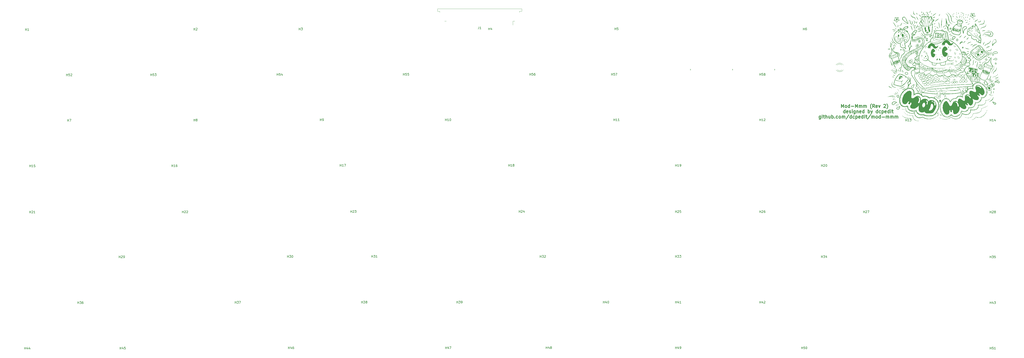
<source format=gto>
G04 #@! TF.GenerationSoftware,KiCad,Pcbnew,(6.0.1-0)*
G04 #@! TF.CreationDate,2023-04-19T14:24:49-07:00*
G04 #@! TF.ProjectId,pcb,7063622e-6b69-4636-9164-5f7063625858,rev?*
G04 #@! TF.SameCoordinates,Original*
G04 #@! TF.FileFunction,Legend,Top*
G04 #@! TF.FilePolarity,Positive*
%FSLAX46Y46*%
G04 Gerber Fmt 4.6, Leading zero omitted, Abs format (unit mm)*
G04 Created by KiCad (PCBNEW (6.0.1-0)) date 2023-04-19 14:24:49*
%MOMM*%
%LPD*%
G01*
G04 APERTURE LIST*
%ADD10C,0.300000*%
%ADD11C,0.150000*%
%ADD12C,0.120000*%
%ADD13C,1.600000*%
%ADD14C,3.987800*%
%ADD15C,1.750000*%
%ADD16C,3.000000*%
%ADD17R,1.800000X1.800000*%
%ADD18C,1.800000*%
%ADD19C,3.048000*%
%ADD20O,3.987800X4.387800*%
%ADD21O,2.000000X3.200000*%
%ADD22R,2.000000X2.000000*%
%ADD23C,2.000000*%
%ADD24O,3.048000X3.448000*%
%ADD25R,0.610000X2.000000*%
%ADD26R,2.680000X3.600000*%
G04 APERTURE END LIST*
D10*
X416161857Y-76114571D02*
X416161857Y-74614571D01*
X416661857Y-75686000D01*
X417161857Y-74614571D01*
X417161857Y-76114571D01*
X418090428Y-76114571D02*
X417947571Y-76043142D01*
X417876142Y-75971714D01*
X417804714Y-75828857D01*
X417804714Y-75400285D01*
X417876142Y-75257428D01*
X417947571Y-75186000D01*
X418090428Y-75114571D01*
X418304714Y-75114571D01*
X418447571Y-75186000D01*
X418519000Y-75257428D01*
X418590428Y-75400285D01*
X418590428Y-75828857D01*
X418519000Y-75971714D01*
X418447571Y-76043142D01*
X418304714Y-76114571D01*
X418090428Y-76114571D01*
X419876142Y-76114571D02*
X419876142Y-74614571D01*
X419876142Y-76043142D02*
X419733285Y-76114571D01*
X419447571Y-76114571D01*
X419304714Y-76043142D01*
X419233285Y-75971714D01*
X419161857Y-75828857D01*
X419161857Y-75400285D01*
X419233285Y-75257428D01*
X419304714Y-75186000D01*
X419447571Y-75114571D01*
X419733285Y-75114571D01*
X419876142Y-75186000D01*
X420590428Y-75543142D02*
X421733285Y-75543142D01*
X422447571Y-76114571D02*
X422447571Y-74614571D01*
X422947571Y-75686000D01*
X423447571Y-74614571D01*
X423447571Y-76114571D01*
X424161857Y-76114571D02*
X424161857Y-75114571D01*
X424161857Y-75257428D02*
X424233285Y-75186000D01*
X424376142Y-75114571D01*
X424590428Y-75114571D01*
X424733285Y-75186000D01*
X424804714Y-75328857D01*
X424804714Y-76114571D01*
X424804714Y-75328857D02*
X424876142Y-75186000D01*
X425019000Y-75114571D01*
X425233285Y-75114571D01*
X425376142Y-75186000D01*
X425447571Y-75328857D01*
X425447571Y-76114571D01*
X426161857Y-76114571D02*
X426161857Y-75114571D01*
X426161857Y-75257428D02*
X426233285Y-75186000D01*
X426376142Y-75114571D01*
X426590428Y-75114571D01*
X426733285Y-75186000D01*
X426804714Y-75328857D01*
X426804714Y-76114571D01*
X426804714Y-75328857D02*
X426876142Y-75186000D01*
X427019000Y-75114571D01*
X427233285Y-75114571D01*
X427376142Y-75186000D01*
X427447571Y-75328857D01*
X427447571Y-76114571D01*
X429733285Y-76686000D02*
X429661857Y-76614571D01*
X429519000Y-76400285D01*
X429447571Y-76257428D01*
X429376142Y-76043142D01*
X429304714Y-75686000D01*
X429304714Y-75400285D01*
X429376142Y-75043142D01*
X429447571Y-74828857D01*
X429519000Y-74686000D01*
X429661857Y-74471714D01*
X429733285Y-74400285D01*
X431161857Y-76114571D02*
X430661857Y-75400285D01*
X430304714Y-76114571D02*
X430304714Y-74614571D01*
X430876142Y-74614571D01*
X431019000Y-74686000D01*
X431090428Y-74757428D01*
X431161857Y-74900285D01*
X431161857Y-75114571D01*
X431090428Y-75257428D01*
X431019000Y-75328857D01*
X430876142Y-75400285D01*
X430304714Y-75400285D01*
X432376142Y-76043142D02*
X432233285Y-76114571D01*
X431947571Y-76114571D01*
X431804714Y-76043142D01*
X431733285Y-75900285D01*
X431733285Y-75328857D01*
X431804714Y-75186000D01*
X431947571Y-75114571D01*
X432233285Y-75114571D01*
X432376142Y-75186000D01*
X432447571Y-75328857D01*
X432447571Y-75471714D01*
X431733285Y-75614571D01*
X432947571Y-75114571D02*
X433304714Y-76114571D01*
X433661857Y-75114571D01*
X435304714Y-74757428D02*
X435376142Y-74686000D01*
X435519000Y-74614571D01*
X435876142Y-74614571D01*
X436019000Y-74686000D01*
X436090428Y-74757428D01*
X436161857Y-74900285D01*
X436161857Y-75043142D01*
X436090428Y-75257428D01*
X435233285Y-76114571D01*
X436161857Y-76114571D01*
X436661857Y-76686000D02*
X436733285Y-76614571D01*
X436876142Y-76400285D01*
X436947571Y-76257428D01*
X437019000Y-76043142D01*
X437090428Y-75686000D01*
X437090428Y-75400285D01*
X437019000Y-75043142D01*
X436947571Y-74828857D01*
X436876142Y-74686000D01*
X436733285Y-74471714D01*
X436661857Y-74400285D01*
X417804714Y-78529571D02*
X417804714Y-77029571D01*
X417804714Y-78458142D02*
X417661857Y-78529571D01*
X417376142Y-78529571D01*
X417233285Y-78458142D01*
X417161857Y-78386714D01*
X417090428Y-78243857D01*
X417090428Y-77815285D01*
X417161857Y-77672428D01*
X417233285Y-77601000D01*
X417376142Y-77529571D01*
X417661857Y-77529571D01*
X417804714Y-77601000D01*
X419090428Y-78458142D02*
X418947571Y-78529571D01*
X418661857Y-78529571D01*
X418519000Y-78458142D01*
X418447571Y-78315285D01*
X418447571Y-77743857D01*
X418519000Y-77601000D01*
X418661857Y-77529571D01*
X418947571Y-77529571D01*
X419090428Y-77601000D01*
X419161857Y-77743857D01*
X419161857Y-77886714D01*
X418447571Y-78029571D01*
X419733285Y-78458142D02*
X419876142Y-78529571D01*
X420161857Y-78529571D01*
X420304714Y-78458142D01*
X420376142Y-78315285D01*
X420376142Y-78243857D01*
X420304714Y-78101000D01*
X420161857Y-78029571D01*
X419947571Y-78029571D01*
X419804714Y-77958142D01*
X419733285Y-77815285D01*
X419733285Y-77743857D01*
X419804714Y-77601000D01*
X419947571Y-77529571D01*
X420161857Y-77529571D01*
X420304714Y-77601000D01*
X421019000Y-78529571D02*
X421019000Y-77529571D01*
X421019000Y-77029571D02*
X420947571Y-77101000D01*
X421019000Y-77172428D01*
X421090428Y-77101000D01*
X421019000Y-77029571D01*
X421019000Y-77172428D01*
X422376142Y-77529571D02*
X422376142Y-78743857D01*
X422304714Y-78886714D01*
X422233285Y-78958142D01*
X422090428Y-79029571D01*
X421876142Y-79029571D01*
X421733285Y-78958142D01*
X422376142Y-78458142D02*
X422233285Y-78529571D01*
X421947571Y-78529571D01*
X421804714Y-78458142D01*
X421733285Y-78386714D01*
X421661857Y-78243857D01*
X421661857Y-77815285D01*
X421733285Y-77672428D01*
X421804714Y-77601000D01*
X421947571Y-77529571D01*
X422233285Y-77529571D01*
X422376142Y-77601000D01*
X423090428Y-77529571D02*
X423090428Y-78529571D01*
X423090428Y-77672428D02*
X423161857Y-77601000D01*
X423304714Y-77529571D01*
X423519000Y-77529571D01*
X423661857Y-77601000D01*
X423733285Y-77743857D01*
X423733285Y-78529571D01*
X425019000Y-78458142D02*
X424876142Y-78529571D01*
X424590428Y-78529571D01*
X424447571Y-78458142D01*
X424376142Y-78315285D01*
X424376142Y-77743857D01*
X424447571Y-77601000D01*
X424590428Y-77529571D01*
X424876142Y-77529571D01*
X425019000Y-77601000D01*
X425090428Y-77743857D01*
X425090428Y-77886714D01*
X424376142Y-78029571D01*
X426376142Y-78529571D02*
X426376142Y-77029571D01*
X426376142Y-78458142D02*
X426233285Y-78529571D01*
X425947571Y-78529571D01*
X425804714Y-78458142D01*
X425733285Y-78386714D01*
X425661857Y-78243857D01*
X425661857Y-77815285D01*
X425733285Y-77672428D01*
X425804714Y-77601000D01*
X425947571Y-77529571D01*
X426233285Y-77529571D01*
X426376142Y-77601000D01*
X428233285Y-78529571D02*
X428233285Y-77029571D01*
X428233285Y-77601000D02*
X428376142Y-77529571D01*
X428661857Y-77529571D01*
X428804714Y-77601000D01*
X428876142Y-77672428D01*
X428947571Y-77815285D01*
X428947571Y-78243857D01*
X428876142Y-78386714D01*
X428804714Y-78458142D01*
X428661857Y-78529571D01*
X428376142Y-78529571D01*
X428233285Y-78458142D01*
X429447571Y-77529571D02*
X429804714Y-78529571D01*
X430161857Y-77529571D02*
X429804714Y-78529571D01*
X429661857Y-78886714D01*
X429590428Y-78958142D01*
X429447571Y-79029571D01*
X432519000Y-78529571D02*
X432519000Y-77029571D01*
X432519000Y-78458142D02*
X432376142Y-78529571D01*
X432090428Y-78529571D01*
X431947571Y-78458142D01*
X431876142Y-78386714D01*
X431804714Y-78243857D01*
X431804714Y-77815285D01*
X431876142Y-77672428D01*
X431947571Y-77601000D01*
X432090428Y-77529571D01*
X432376142Y-77529571D01*
X432519000Y-77601000D01*
X433876142Y-78458142D02*
X433733285Y-78529571D01*
X433447571Y-78529571D01*
X433304714Y-78458142D01*
X433233285Y-78386714D01*
X433161857Y-78243857D01*
X433161857Y-77815285D01*
X433233285Y-77672428D01*
X433304714Y-77601000D01*
X433447571Y-77529571D01*
X433733285Y-77529571D01*
X433876142Y-77601000D01*
X434519000Y-77529571D02*
X434519000Y-79029571D01*
X434519000Y-77601000D02*
X434661857Y-77529571D01*
X434947571Y-77529571D01*
X435090428Y-77601000D01*
X435161857Y-77672428D01*
X435233285Y-77815285D01*
X435233285Y-78243857D01*
X435161857Y-78386714D01*
X435090428Y-78458142D01*
X434947571Y-78529571D01*
X434661857Y-78529571D01*
X434519000Y-78458142D01*
X436447571Y-78458142D02*
X436304714Y-78529571D01*
X436019000Y-78529571D01*
X435876142Y-78458142D01*
X435804714Y-78315285D01*
X435804714Y-77743857D01*
X435876142Y-77601000D01*
X436019000Y-77529571D01*
X436304714Y-77529571D01*
X436447571Y-77601000D01*
X436519000Y-77743857D01*
X436519000Y-77886714D01*
X435804714Y-78029571D01*
X437804714Y-78529571D02*
X437804714Y-77029571D01*
X437804714Y-78458142D02*
X437661857Y-78529571D01*
X437376142Y-78529571D01*
X437233285Y-78458142D01*
X437161857Y-78386714D01*
X437090428Y-78243857D01*
X437090428Y-77815285D01*
X437161857Y-77672428D01*
X437233285Y-77601000D01*
X437376142Y-77529571D01*
X437661857Y-77529571D01*
X437804714Y-77601000D01*
X438519000Y-78529571D02*
X438519000Y-77529571D01*
X438519000Y-77029571D02*
X438447571Y-77101000D01*
X438519000Y-77172428D01*
X438590428Y-77101000D01*
X438519000Y-77029571D01*
X438519000Y-77172428D01*
X439019000Y-77529571D02*
X439590428Y-77529571D01*
X439233285Y-77029571D02*
X439233285Y-78315285D01*
X439304714Y-78458142D01*
X439447571Y-78529571D01*
X439590428Y-78529571D01*
X406733285Y-79944571D02*
X406733285Y-81158857D01*
X406661857Y-81301714D01*
X406590428Y-81373142D01*
X406447571Y-81444571D01*
X406233285Y-81444571D01*
X406090428Y-81373142D01*
X406733285Y-80873142D02*
X406590428Y-80944571D01*
X406304714Y-80944571D01*
X406161857Y-80873142D01*
X406090428Y-80801714D01*
X406019000Y-80658857D01*
X406019000Y-80230285D01*
X406090428Y-80087428D01*
X406161857Y-80016000D01*
X406304714Y-79944571D01*
X406590428Y-79944571D01*
X406733285Y-80016000D01*
X407447571Y-80944571D02*
X407447571Y-79944571D01*
X407447571Y-79444571D02*
X407376142Y-79516000D01*
X407447571Y-79587428D01*
X407519000Y-79516000D01*
X407447571Y-79444571D01*
X407447571Y-79587428D01*
X407947571Y-79944571D02*
X408519000Y-79944571D01*
X408161857Y-79444571D02*
X408161857Y-80730285D01*
X408233285Y-80873142D01*
X408376142Y-80944571D01*
X408519000Y-80944571D01*
X409019000Y-80944571D02*
X409019000Y-79444571D01*
X409661857Y-80944571D02*
X409661857Y-80158857D01*
X409590428Y-80016000D01*
X409447571Y-79944571D01*
X409233285Y-79944571D01*
X409090428Y-80016000D01*
X409019000Y-80087428D01*
X411019000Y-79944571D02*
X411019000Y-80944571D01*
X410376142Y-79944571D02*
X410376142Y-80730285D01*
X410447571Y-80873142D01*
X410590428Y-80944571D01*
X410804714Y-80944571D01*
X410947571Y-80873142D01*
X411019000Y-80801714D01*
X411733285Y-80944571D02*
X411733285Y-79444571D01*
X411733285Y-80016000D02*
X411876142Y-79944571D01*
X412161857Y-79944571D01*
X412304714Y-80016000D01*
X412376142Y-80087428D01*
X412447571Y-80230285D01*
X412447571Y-80658857D01*
X412376142Y-80801714D01*
X412304714Y-80873142D01*
X412161857Y-80944571D01*
X411876142Y-80944571D01*
X411733285Y-80873142D01*
X413090428Y-80801714D02*
X413161857Y-80873142D01*
X413090428Y-80944571D01*
X413019000Y-80873142D01*
X413090428Y-80801714D01*
X413090428Y-80944571D01*
X414447571Y-80873142D02*
X414304714Y-80944571D01*
X414019000Y-80944571D01*
X413876142Y-80873142D01*
X413804714Y-80801714D01*
X413733285Y-80658857D01*
X413733285Y-80230285D01*
X413804714Y-80087428D01*
X413876142Y-80016000D01*
X414019000Y-79944571D01*
X414304714Y-79944571D01*
X414447571Y-80016000D01*
X415304714Y-80944571D02*
X415161857Y-80873142D01*
X415090428Y-80801714D01*
X415019000Y-80658857D01*
X415019000Y-80230285D01*
X415090428Y-80087428D01*
X415161857Y-80016000D01*
X415304714Y-79944571D01*
X415519000Y-79944571D01*
X415661857Y-80016000D01*
X415733285Y-80087428D01*
X415804714Y-80230285D01*
X415804714Y-80658857D01*
X415733285Y-80801714D01*
X415661857Y-80873142D01*
X415519000Y-80944571D01*
X415304714Y-80944571D01*
X416447571Y-80944571D02*
X416447571Y-79944571D01*
X416447571Y-80087428D02*
X416519000Y-80016000D01*
X416661857Y-79944571D01*
X416876142Y-79944571D01*
X417019000Y-80016000D01*
X417090428Y-80158857D01*
X417090428Y-80944571D01*
X417090428Y-80158857D02*
X417161857Y-80016000D01*
X417304714Y-79944571D01*
X417519000Y-79944571D01*
X417661857Y-80016000D01*
X417733285Y-80158857D01*
X417733285Y-80944571D01*
X419519000Y-79373142D02*
X418233285Y-81301714D01*
X420661857Y-80944571D02*
X420661857Y-79444571D01*
X420661857Y-80873142D02*
X420519000Y-80944571D01*
X420233285Y-80944571D01*
X420090428Y-80873142D01*
X420019000Y-80801714D01*
X419947571Y-80658857D01*
X419947571Y-80230285D01*
X420019000Y-80087428D01*
X420090428Y-80016000D01*
X420233285Y-79944571D01*
X420519000Y-79944571D01*
X420661857Y-80016000D01*
X422019000Y-80873142D02*
X421876142Y-80944571D01*
X421590428Y-80944571D01*
X421447571Y-80873142D01*
X421376142Y-80801714D01*
X421304714Y-80658857D01*
X421304714Y-80230285D01*
X421376142Y-80087428D01*
X421447571Y-80016000D01*
X421590428Y-79944571D01*
X421876142Y-79944571D01*
X422019000Y-80016000D01*
X422661857Y-79944571D02*
X422661857Y-81444571D01*
X422661857Y-80016000D02*
X422804714Y-79944571D01*
X423090428Y-79944571D01*
X423233285Y-80016000D01*
X423304714Y-80087428D01*
X423376142Y-80230285D01*
X423376142Y-80658857D01*
X423304714Y-80801714D01*
X423233285Y-80873142D01*
X423090428Y-80944571D01*
X422804714Y-80944571D01*
X422661857Y-80873142D01*
X424590428Y-80873142D02*
X424447571Y-80944571D01*
X424161857Y-80944571D01*
X424019000Y-80873142D01*
X423947571Y-80730285D01*
X423947571Y-80158857D01*
X424019000Y-80016000D01*
X424161857Y-79944571D01*
X424447571Y-79944571D01*
X424590428Y-80016000D01*
X424661857Y-80158857D01*
X424661857Y-80301714D01*
X423947571Y-80444571D01*
X425947571Y-80944571D02*
X425947571Y-79444571D01*
X425947571Y-80873142D02*
X425804714Y-80944571D01*
X425519000Y-80944571D01*
X425376142Y-80873142D01*
X425304714Y-80801714D01*
X425233285Y-80658857D01*
X425233285Y-80230285D01*
X425304714Y-80087428D01*
X425376142Y-80016000D01*
X425519000Y-79944571D01*
X425804714Y-79944571D01*
X425947571Y-80016000D01*
X426661857Y-80944571D02*
X426661857Y-79944571D01*
X426661857Y-79444571D02*
X426590428Y-79516000D01*
X426661857Y-79587428D01*
X426733285Y-79516000D01*
X426661857Y-79444571D01*
X426661857Y-79587428D01*
X427161857Y-79944571D02*
X427733285Y-79944571D01*
X427376142Y-79444571D02*
X427376142Y-80730285D01*
X427447571Y-80873142D01*
X427590428Y-80944571D01*
X427733285Y-80944571D01*
X429304714Y-79373142D02*
X428019000Y-81301714D01*
X429804714Y-80944571D02*
X429804714Y-79944571D01*
X429804714Y-80087428D02*
X429876142Y-80016000D01*
X430019000Y-79944571D01*
X430233285Y-79944571D01*
X430376142Y-80016000D01*
X430447571Y-80158857D01*
X430447571Y-80944571D01*
X430447571Y-80158857D02*
X430519000Y-80016000D01*
X430661857Y-79944571D01*
X430876142Y-79944571D01*
X431019000Y-80016000D01*
X431090428Y-80158857D01*
X431090428Y-80944571D01*
X432019000Y-80944571D02*
X431876142Y-80873142D01*
X431804714Y-80801714D01*
X431733285Y-80658857D01*
X431733285Y-80230285D01*
X431804714Y-80087428D01*
X431876142Y-80016000D01*
X432019000Y-79944571D01*
X432233285Y-79944571D01*
X432376142Y-80016000D01*
X432447571Y-80087428D01*
X432519000Y-80230285D01*
X432519000Y-80658857D01*
X432447571Y-80801714D01*
X432376142Y-80873142D01*
X432233285Y-80944571D01*
X432019000Y-80944571D01*
X433804714Y-80944571D02*
X433804714Y-79444571D01*
X433804714Y-80873142D02*
X433661857Y-80944571D01*
X433376142Y-80944571D01*
X433233285Y-80873142D01*
X433161857Y-80801714D01*
X433090428Y-80658857D01*
X433090428Y-80230285D01*
X433161857Y-80087428D01*
X433233285Y-80016000D01*
X433376142Y-79944571D01*
X433661857Y-79944571D01*
X433804714Y-80016000D01*
X434519000Y-80373142D02*
X435661857Y-80373142D01*
X436376142Y-80944571D02*
X436376142Y-79944571D01*
X436376142Y-80087428D02*
X436447571Y-80016000D01*
X436590428Y-79944571D01*
X436804714Y-79944571D01*
X436947571Y-80016000D01*
X437019000Y-80158857D01*
X437019000Y-80944571D01*
X437019000Y-80158857D02*
X437090428Y-80016000D01*
X437233285Y-79944571D01*
X437447571Y-79944571D01*
X437590428Y-80016000D01*
X437661857Y-80158857D01*
X437661857Y-80944571D01*
X438376142Y-80944571D02*
X438376142Y-79944571D01*
X438376142Y-80087428D02*
X438447571Y-80016000D01*
X438590428Y-79944571D01*
X438804714Y-79944571D01*
X438947571Y-80016000D01*
X439019000Y-80158857D01*
X439019000Y-80944571D01*
X439019000Y-80158857D02*
X439090428Y-80016000D01*
X439233285Y-79944571D01*
X439447571Y-79944571D01*
X439590428Y-80016000D01*
X439661857Y-80158857D01*
X439661857Y-80944571D01*
X440376142Y-80944571D02*
X440376142Y-79944571D01*
X440376142Y-80087428D02*
X440447571Y-80016000D01*
X440590428Y-79944571D01*
X440804714Y-79944571D01*
X440947571Y-80016000D01*
X441019000Y-80158857D01*
X441019000Y-80944571D01*
X441019000Y-80158857D02*
X441090428Y-80016000D01*
X441233285Y-79944571D01*
X441447571Y-79944571D01*
X441590428Y-80016000D01*
X441661857Y-80158857D01*
X441661857Y-80944571D01*
D11*
X189261904Y-102782380D02*
X189261904Y-101782380D01*
X189261904Y-102258571D02*
X189833333Y-102258571D01*
X189833333Y-102782380D02*
X189833333Y-101782380D01*
X190833333Y-102782380D02*
X190261904Y-102782380D01*
X190547619Y-102782380D02*
X190547619Y-101782380D01*
X190452380Y-101925238D01*
X190357142Y-102020476D01*
X190261904Y-102068095D01*
X191166666Y-101782380D02*
X191833333Y-101782380D01*
X191404761Y-102782380D01*
X65441904Y-61752380D02*
X65441904Y-60752380D01*
X65441904Y-61228571D02*
X66013333Y-61228571D01*
X66013333Y-61752380D02*
X66013333Y-60752380D01*
X66965714Y-60752380D02*
X66489523Y-60752380D01*
X66441904Y-61228571D01*
X66489523Y-61180952D01*
X66584761Y-61133333D01*
X66822857Y-61133333D01*
X66918095Y-61180952D01*
X66965714Y-61228571D01*
X67013333Y-61323809D01*
X67013333Y-61561904D01*
X66965714Y-61657142D01*
X66918095Y-61704761D01*
X66822857Y-61752380D01*
X66584761Y-61752380D01*
X66489523Y-61704761D01*
X66441904Y-61657142D01*
X67394285Y-60847619D02*
X67441904Y-60800000D01*
X67537142Y-60752380D01*
X67775238Y-60752380D01*
X67870476Y-60800000D01*
X67918095Y-60847619D01*
X67965714Y-60942857D01*
X67965714Y-61038095D01*
X67918095Y-61180952D01*
X67346666Y-61752380D01*
X67965714Y-61752380D01*
X198951904Y-164782380D02*
X198951904Y-163782380D01*
X198951904Y-164258571D02*
X199523333Y-164258571D01*
X199523333Y-164782380D02*
X199523333Y-163782380D01*
X199904285Y-163782380D02*
X200523333Y-163782380D01*
X200190000Y-164163333D01*
X200332857Y-164163333D01*
X200428095Y-164210952D01*
X200475714Y-164258571D01*
X200523333Y-164353809D01*
X200523333Y-164591904D01*
X200475714Y-164687142D01*
X200428095Y-164734761D01*
X200332857Y-164782380D01*
X200047142Y-164782380D01*
X199951904Y-164734761D01*
X199904285Y-164687142D01*
X201094761Y-164210952D02*
X200999523Y-164163333D01*
X200951904Y-164115714D01*
X200904285Y-164020476D01*
X200904285Y-163972857D01*
X200951904Y-163877619D01*
X200999523Y-163830000D01*
X201094761Y-163782380D01*
X201285238Y-163782380D01*
X201380476Y-163830000D01*
X201428095Y-163877619D01*
X201475714Y-163972857D01*
X201475714Y-164020476D01*
X201428095Y-164115714D01*
X201380476Y-164163333D01*
X201285238Y-164210952D01*
X201094761Y-164210952D01*
X200999523Y-164258571D01*
X200951904Y-164306190D01*
X200904285Y-164401428D01*
X200904285Y-164591904D01*
X200951904Y-164687142D01*
X200999523Y-164734761D01*
X201094761Y-164782380D01*
X201285238Y-164782380D01*
X201380476Y-164734761D01*
X201428095Y-164687142D01*
X201475714Y-164591904D01*
X201475714Y-164401428D01*
X201428095Y-164306190D01*
X201380476Y-164258571D01*
X201285238Y-164210952D01*
X341021904Y-123732380D02*
X341021904Y-122732380D01*
X341021904Y-123208571D02*
X341593333Y-123208571D01*
X341593333Y-123732380D02*
X341593333Y-122732380D01*
X342021904Y-122827619D02*
X342069523Y-122780000D01*
X342164761Y-122732380D01*
X342402857Y-122732380D01*
X342498095Y-122780000D01*
X342545714Y-122827619D01*
X342593333Y-122922857D01*
X342593333Y-123018095D01*
X342545714Y-123160952D01*
X341974285Y-123732380D01*
X342593333Y-123732380D01*
X343498095Y-122732380D02*
X343021904Y-122732380D01*
X342974285Y-123208571D01*
X343021904Y-123160952D01*
X343117142Y-123113333D01*
X343355238Y-123113333D01*
X343450476Y-123160952D01*
X343498095Y-123208571D01*
X343545714Y-123303809D01*
X343545714Y-123541904D01*
X343498095Y-123637142D01*
X343450476Y-123684761D01*
X343355238Y-123732380D01*
X343117142Y-123732380D01*
X343021904Y-123684761D01*
X342974285Y-123637142D01*
X379121904Y-82142380D02*
X379121904Y-81142380D01*
X379121904Y-81618571D02*
X379693333Y-81618571D01*
X379693333Y-82142380D02*
X379693333Y-81142380D01*
X380693333Y-82142380D02*
X380121904Y-82142380D01*
X380407619Y-82142380D02*
X380407619Y-81142380D01*
X380312380Y-81285238D01*
X380217142Y-81380476D01*
X380121904Y-81428095D01*
X381074285Y-81237619D02*
X381121904Y-81190000D01*
X381217142Y-81142380D01*
X381455238Y-81142380D01*
X381550476Y-81190000D01*
X381598095Y-81237619D01*
X381645714Y-81332857D01*
X381645714Y-81428095D01*
X381598095Y-81570952D01*
X381026666Y-82142380D01*
X381645714Y-82142380D01*
X165451904Y-144092380D02*
X165451904Y-143092380D01*
X165451904Y-143568571D02*
X166023333Y-143568571D01*
X166023333Y-144092380D02*
X166023333Y-143092380D01*
X166404285Y-143092380D02*
X167023333Y-143092380D01*
X166690000Y-143473333D01*
X166832857Y-143473333D01*
X166928095Y-143520952D01*
X166975714Y-143568571D01*
X167023333Y-143663809D01*
X167023333Y-143901904D01*
X166975714Y-143997142D01*
X166928095Y-144044761D01*
X166832857Y-144092380D01*
X166547142Y-144092380D01*
X166451904Y-144044761D01*
X166404285Y-143997142D01*
X167642380Y-143092380D02*
X167737619Y-143092380D01*
X167832857Y-143140000D01*
X167880476Y-143187619D01*
X167928095Y-143282857D01*
X167975714Y-143473333D01*
X167975714Y-143711428D01*
X167928095Y-143901904D01*
X167880476Y-143997142D01*
X167832857Y-144044761D01*
X167737619Y-144092380D01*
X167642380Y-144092380D01*
X167547142Y-144044761D01*
X167499523Y-143997142D01*
X167451904Y-143901904D01*
X167404285Y-143711428D01*
X167404285Y-143473333D01*
X167451904Y-143282857D01*
X167499523Y-143187619D01*
X167547142Y-143140000D01*
X167642380Y-143092380D01*
X89631904Y-185632380D02*
X89631904Y-184632380D01*
X89631904Y-185108571D02*
X90203333Y-185108571D01*
X90203333Y-185632380D02*
X90203333Y-184632380D01*
X91108095Y-184965714D02*
X91108095Y-185632380D01*
X90870000Y-184584761D02*
X90631904Y-185299047D01*
X91250952Y-185299047D01*
X92108095Y-184632380D02*
X91631904Y-184632380D01*
X91584285Y-185108571D01*
X91631904Y-185060952D01*
X91727142Y-185013333D01*
X91965238Y-185013333D01*
X92060476Y-185060952D01*
X92108095Y-185108571D01*
X92155714Y-185203809D01*
X92155714Y-185441904D01*
X92108095Y-185537142D01*
X92060476Y-185584761D01*
X91965238Y-185632380D01*
X91727142Y-185632380D01*
X91631904Y-185584761D01*
X91584285Y-185537142D01*
X379121904Y-61542380D02*
X379121904Y-60542380D01*
X379121904Y-61018571D02*
X379693333Y-61018571D01*
X379693333Y-61542380D02*
X379693333Y-60542380D01*
X380645714Y-60542380D02*
X380169523Y-60542380D01*
X380121904Y-61018571D01*
X380169523Y-60970952D01*
X380264761Y-60923333D01*
X380502857Y-60923333D01*
X380598095Y-60970952D01*
X380645714Y-61018571D01*
X380693333Y-61113809D01*
X380693333Y-61351904D01*
X380645714Y-61447142D01*
X380598095Y-61494761D01*
X380502857Y-61542380D01*
X380264761Y-61542380D01*
X380169523Y-61494761D01*
X380121904Y-61447142D01*
X381264761Y-60970952D02*
X381169523Y-60923333D01*
X381121904Y-60875714D01*
X381074285Y-60780476D01*
X381074285Y-60732857D01*
X381121904Y-60637619D01*
X381169523Y-60590000D01*
X381264761Y-60542380D01*
X381455238Y-60542380D01*
X381550476Y-60590000D01*
X381598095Y-60637619D01*
X381645714Y-60732857D01*
X381645714Y-60780476D01*
X381598095Y-60875714D01*
X381550476Y-60923333D01*
X381455238Y-60970952D01*
X381264761Y-60970952D01*
X381169523Y-61018571D01*
X381121904Y-61066190D01*
X381074285Y-61161428D01*
X381074285Y-61351904D01*
X381121904Y-61447142D01*
X381169523Y-61494761D01*
X381264761Y-61542380D01*
X381455238Y-61542380D01*
X381550476Y-61494761D01*
X381598095Y-61447142D01*
X381645714Y-61351904D01*
X381645714Y-61161428D01*
X381598095Y-61066190D01*
X381550476Y-61018571D01*
X381455238Y-60970952D01*
X282461904Y-185432380D02*
X282461904Y-184432380D01*
X282461904Y-184908571D02*
X283033333Y-184908571D01*
X283033333Y-185432380D02*
X283033333Y-184432380D01*
X283938095Y-184765714D02*
X283938095Y-185432380D01*
X283700000Y-184384761D02*
X283461904Y-185099047D01*
X284080952Y-185099047D01*
X284604761Y-184860952D02*
X284509523Y-184813333D01*
X284461904Y-184765714D01*
X284414285Y-184670476D01*
X284414285Y-184622857D01*
X284461904Y-184527619D01*
X284509523Y-184480000D01*
X284604761Y-184432380D01*
X284795238Y-184432380D01*
X284890476Y-184480000D01*
X284938095Y-184527619D01*
X284985714Y-184622857D01*
X284985714Y-184670476D01*
X284938095Y-184765714D01*
X284890476Y-184813333D01*
X284795238Y-184860952D01*
X284604761Y-184860952D01*
X284509523Y-184908571D01*
X284461904Y-184956190D01*
X284414285Y-185051428D01*
X284414285Y-185241904D01*
X284461904Y-185337142D01*
X284509523Y-185384761D01*
X284604761Y-185432380D01*
X284795238Y-185432380D01*
X284890476Y-185384761D01*
X284938095Y-185337142D01*
X284985714Y-185241904D01*
X284985714Y-185051428D01*
X284938095Y-184956190D01*
X284890476Y-184908571D01*
X284795238Y-184860952D01*
X236971904Y-185462380D02*
X236971904Y-184462380D01*
X236971904Y-184938571D02*
X237543333Y-184938571D01*
X237543333Y-185462380D02*
X237543333Y-184462380D01*
X238448095Y-184795714D02*
X238448095Y-185462380D01*
X238210000Y-184414761D02*
X237971904Y-185129047D01*
X238590952Y-185129047D01*
X238876666Y-184462380D02*
X239543333Y-184462380D01*
X239114761Y-185462380D01*
X483371904Y-123912380D02*
X483371904Y-122912380D01*
X483371904Y-123388571D02*
X483943333Y-123388571D01*
X483943333Y-123912380D02*
X483943333Y-122912380D01*
X484371904Y-123007619D02*
X484419523Y-122960000D01*
X484514761Y-122912380D01*
X484752857Y-122912380D01*
X484848095Y-122960000D01*
X484895714Y-123007619D01*
X484943333Y-123102857D01*
X484943333Y-123198095D01*
X484895714Y-123340952D01*
X484324285Y-123912380D01*
X484943333Y-123912380D01*
X485514761Y-123340952D02*
X485419523Y-123293333D01*
X485371904Y-123245714D01*
X485324285Y-123150476D01*
X485324285Y-123102857D01*
X485371904Y-123007619D01*
X485419523Y-122960000D01*
X485514761Y-122912380D01*
X485705238Y-122912380D01*
X485800476Y-122960000D01*
X485848095Y-123007619D01*
X485895714Y-123102857D01*
X485895714Y-123150476D01*
X485848095Y-123245714D01*
X485800476Y-123293333D01*
X485705238Y-123340952D01*
X485514761Y-123340952D01*
X485419523Y-123388571D01*
X485371904Y-123436190D01*
X485324285Y-123531428D01*
X485324285Y-123721904D01*
X485371904Y-123817142D01*
X485419523Y-123864761D01*
X485514761Y-123912380D01*
X485705238Y-123912380D01*
X485800476Y-123864761D01*
X485848095Y-123817142D01*
X485895714Y-123721904D01*
X485895714Y-123531428D01*
X485848095Y-123436190D01*
X485800476Y-123388571D01*
X485705238Y-123340952D01*
X426111904Y-123852380D02*
X426111904Y-122852380D01*
X426111904Y-123328571D02*
X426683333Y-123328571D01*
X426683333Y-123852380D02*
X426683333Y-122852380D01*
X427111904Y-122947619D02*
X427159523Y-122900000D01*
X427254761Y-122852380D01*
X427492857Y-122852380D01*
X427588095Y-122900000D01*
X427635714Y-122947619D01*
X427683333Y-123042857D01*
X427683333Y-123138095D01*
X427635714Y-123280952D01*
X427064285Y-123852380D01*
X427683333Y-123852380D01*
X428016666Y-122852380D02*
X428683333Y-122852380D01*
X428254761Y-123852380D01*
X236891904Y-82112380D02*
X236891904Y-81112380D01*
X236891904Y-81588571D02*
X237463333Y-81588571D01*
X237463333Y-82112380D02*
X237463333Y-81112380D01*
X238463333Y-82112380D02*
X237891904Y-82112380D01*
X238177619Y-82112380D02*
X238177619Y-81112380D01*
X238082380Y-81255238D01*
X237987142Y-81350476D01*
X237891904Y-81398095D01*
X239082380Y-81112380D02*
X239177619Y-81112380D01*
X239272857Y-81160000D01*
X239320476Y-81207619D01*
X239368095Y-81302857D01*
X239415714Y-81493333D01*
X239415714Y-81731428D01*
X239368095Y-81921904D01*
X239320476Y-82017142D01*
X239272857Y-82064761D01*
X239177619Y-82112380D01*
X239082380Y-82112380D01*
X238987142Y-82064761D01*
X238939523Y-82017142D01*
X238891904Y-81921904D01*
X238844285Y-81731428D01*
X238844285Y-81493333D01*
X238891904Y-81302857D01*
X238939523Y-81207619D01*
X238987142Y-81160000D01*
X239082380Y-81112380D01*
X312081904Y-61492380D02*
X312081904Y-60492380D01*
X312081904Y-60968571D02*
X312653333Y-60968571D01*
X312653333Y-61492380D02*
X312653333Y-60492380D01*
X313605714Y-60492380D02*
X313129523Y-60492380D01*
X313081904Y-60968571D01*
X313129523Y-60920952D01*
X313224761Y-60873333D01*
X313462857Y-60873333D01*
X313558095Y-60920952D01*
X313605714Y-60968571D01*
X313653333Y-61063809D01*
X313653333Y-61301904D01*
X313605714Y-61397142D01*
X313558095Y-61444761D01*
X313462857Y-61492380D01*
X313224761Y-61492380D01*
X313129523Y-61444761D01*
X313081904Y-61397142D01*
X313986666Y-60492380D02*
X314653333Y-60492380D01*
X314224761Y-61492380D01*
X379121904Y-164832380D02*
X379121904Y-163832380D01*
X379121904Y-164308571D02*
X379693333Y-164308571D01*
X379693333Y-164832380D02*
X379693333Y-163832380D01*
X380598095Y-164165714D02*
X380598095Y-164832380D01*
X380360000Y-163784761D02*
X380121904Y-164499047D01*
X380740952Y-164499047D01*
X381074285Y-163927619D02*
X381121904Y-163880000D01*
X381217142Y-163832380D01*
X381455238Y-163832380D01*
X381550476Y-163880000D01*
X381598095Y-163927619D01*
X381645714Y-164022857D01*
X381645714Y-164118095D01*
X381598095Y-164260952D01*
X381026666Y-164832380D01*
X381645714Y-164832380D01*
X203561904Y-144032380D02*
X203561904Y-143032380D01*
X203561904Y-143508571D02*
X204133333Y-143508571D01*
X204133333Y-144032380D02*
X204133333Y-143032380D01*
X204514285Y-143032380D02*
X205133333Y-143032380D01*
X204800000Y-143413333D01*
X204942857Y-143413333D01*
X205038095Y-143460952D01*
X205085714Y-143508571D01*
X205133333Y-143603809D01*
X205133333Y-143841904D01*
X205085714Y-143937142D01*
X205038095Y-143984761D01*
X204942857Y-144032380D01*
X204657142Y-144032380D01*
X204561904Y-143984761D01*
X204514285Y-143937142D01*
X206085714Y-144032380D02*
X205514285Y-144032380D01*
X205800000Y-144032380D02*
X205800000Y-143032380D01*
X205704761Y-143175238D01*
X205609523Y-143270476D01*
X205514285Y-143318095D01*
X341021904Y-164782380D02*
X341021904Y-163782380D01*
X341021904Y-164258571D02*
X341593333Y-164258571D01*
X341593333Y-164782380D02*
X341593333Y-163782380D01*
X342498095Y-164115714D02*
X342498095Y-164782380D01*
X342260000Y-163734761D02*
X342021904Y-164449047D01*
X342640952Y-164449047D01*
X343545714Y-164782380D02*
X342974285Y-164782380D01*
X343260000Y-164782380D02*
X343260000Y-163782380D01*
X343164761Y-163925238D01*
X343069523Y-164020476D01*
X342974285Y-164068095D01*
X407041904Y-144152380D02*
X407041904Y-143152380D01*
X407041904Y-143628571D02*
X407613333Y-143628571D01*
X407613333Y-144152380D02*
X407613333Y-143152380D01*
X407994285Y-143152380D02*
X408613333Y-143152380D01*
X408280000Y-143533333D01*
X408422857Y-143533333D01*
X408518095Y-143580952D01*
X408565714Y-143628571D01*
X408613333Y-143723809D01*
X408613333Y-143961904D01*
X408565714Y-144057142D01*
X408518095Y-144104761D01*
X408422857Y-144152380D01*
X408137142Y-144152380D01*
X408041904Y-144104761D01*
X407994285Y-144057142D01*
X409470476Y-143485714D02*
X409470476Y-144152380D01*
X409232380Y-143104761D02*
X408994285Y-143819047D01*
X409613333Y-143819047D01*
X180218095Y-82122380D02*
X180218095Y-81122380D01*
X180218095Y-81598571D02*
X180789523Y-81598571D01*
X180789523Y-82122380D02*
X180789523Y-81122380D01*
X181313333Y-82122380D02*
X181503809Y-82122380D01*
X181599047Y-82074761D01*
X181646666Y-82027142D01*
X181741904Y-81884285D01*
X181789523Y-81693809D01*
X181789523Y-81312857D01*
X181741904Y-81217619D01*
X181694285Y-81170000D01*
X181599047Y-81122380D01*
X181408571Y-81122380D01*
X181313333Y-81170000D01*
X181265714Y-81217619D01*
X181218095Y-81312857D01*
X181218095Y-81550952D01*
X181265714Y-81646190D01*
X181313333Y-81693809D01*
X181408571Y-81741428D01*
X181599047Y-81741428D01*
X181694285Y-81693809D01*
X181741904Y-81646190D01*
X181789523Y-81550952D01*
X160731904Y-61572380D02*
X160731904Y-60572380D01*
X160731904Y-61048571D02*
X161303333Y-61048571D01*
X161303333Y-61572380D02*
X161303333Y-60572380D01*
X162255714Y-60572380D02*
X161779523Y-60572380D01*
X161731904Y-61048571D01*
X161779523Y-61000952D01*
X161874761Y-60953333D01*
X162112857Y-60953333D01*
X162208095Y-61000952D01*
X162255714Y-61048571D01*
X162303333Y-61143809D01*
X162303333Y-61381904D01*
X162255714Y-61477142D01*
X162208095Y-61524761D01*
X162112857Y-61572380D01*
X161874761Y-61572380D01*
X161779523Y-61524761D01*
X161731904Y-61477142D01*
X163160476Y-60905714D02*
X163160476Y-61572380D01*
X162922380Y-60524761D02*
X162684285Y-61239047D01*
X163303333Y-61239047D01*
X483371904Y-185652380D02*
X483371904Y-184652380D01*
X483371904Y-185128571D02*
X483943333Y-185128571D01*
X483943333Y-185652380D02*
X483943333Y-184652380D01*
X484895714Y-184652380D02*
X484419523Y-184652380D01*
X484371904Y-185128571D01*
X484419523Y-185080952D01*
X484514761Y-185033333D01*
X484752857Y-185033333D01*
X484848095Y-185080952D01*
X484895714Y-185128571D01*
X484943333Y-185223809D01*
X484943333Y-185461904D01*
X484895714Y-185557142D01*
X484848095Y-185604761D01*
X484752857Y-185652380D01*
X484514761Y-185652380D01*
X484419523Y-185604761D01*
X484371904Y-185557142D01*
X485895714Y-185652380D02*
X485324285Y-185652380D01*
X485610000Y-185652380D02*
X485610000Y-184652380D01*
X485514761Y-184795238D01*
X485419523Y-184890476D01*
X485324285Y-184938095D01*
X170698095Y-40932380D02*
X170698095Y-39932380D01*
X170698095Y-40408571D02*
X171269523Y-40408571D01*
X171269523Y-40932380D02*
X171269523Y-39932380D01*
X171650476Y-39932380D02*
X172269523Y-39932380D01*
X171936190Y-40313333D01*
X172079047Y-40313333D01*
X172174285Y-40360952D01*
X172221904Y-40408571D01*
X172269523Y-40503809D01*
X172269523Y-40741904D01*
X172221904Y-40837142D01*
X172174285Y-40884761D01*
X172079047Y-40932380D01*
X171793333Y-40932380D01*
X171698095Y-40884761D01*
X171650476Y-40837142D01*
X117831904Y-123872380D02*
X117831904Y-122872380D01*
X117831904Y-123348571D02*
X118403333Y-123348571D01*
X118403333Y-123872380D02*
X118403333Y-122872380D01*
X118831904Y-122967619D02*
X118879523Y-122920000D01*
X118974761Y-122872380D01*
X119212857Y-122872380D01*
X119308095Y-122920000D01*
X119355714Y-122967619D01*
X119403333Y-123062857D01*
X119403333Y-123158095D01*
X119355714Y-123300952D01*
X118784285Y-123872380D01*
X119403333Y-123872380D01*
X119784285Y-122967619D02*
X119831904Y-122920000D01*
X119927142Y-122872380D01*
X120165238Y-122872380D01*
X120260476Y-122920000D01*
X120308095Y-122967619D01*
X120355714Y-123062857D01*
X120355714Y-123158095D01*
X120308095Y-123300952D01*
X119736666Y-123872380D01*
X120355714Y-123872380D01*
X113071904Y-102922380D02*
X113071904Y-101922380D01*
X113071904Y-102398571D02*
X113643333Y-102398571D01*
X113643333Y-102922380D02*
X113643333Y-101922380D01*
X114643333Y-102922380D02*
X114071904Y-102922380D01*
X114357619Y-102922380D02*
X114357619Y-101922380D01*
X114262380Y-102065238D01*
X114167142Y-102160476D01*
X114071904Y-102208095D01*
X115500476Y-101922380D02*
X115310000Y-101922380D01*
X115214761Y-101970000D01*
X115167142Y-102017619D01*
X115071904Y-102160476D01*
X115024285Y-102350952D01*
X115024285Y-102731904D01*
X115071904Y-102827142D01*
X115119523Y-102874761D01*
X115214761Y-102922380D01*
X115405238Y-102922380D01*
X115500476Y-102874761D01*
X115548095Y-102827142D01*
X115595714Y-102731904D01*
X115595714Y-102493809D01*
X115548095Y-102398571D01*
X115500476Y-102350952D01*
X115405238Y-102303333D01*
X115214761Y-102303333D01*
X115119523Y-102350952D01*
X115071904Y-102398571D01*
X115024285Y-102493809D01*
X445151904Y-82252380D02*
X445151904Y-81252380D01*
X445151904Y-81728571D02*
X445723333Y-81728571D01*
X445723333Y-82252380D02*
X445723333Y-81252380D01*
X446723333Y-82252380D02*
X446151904Y-82252380D01*
X446437619Y-82252380D02*
X446437619Y-81252380D01*
X446342380Y-81395238D01*
X446247142Y-81490476D01*
X446151904Y-81538095D01*
X447056666Y-81252380D02*
X447675714Y-81252380D01*
X447342380Y-81633333D01*
X447485238Y-81633333D01*
X447580476Y-81680952D01*
X447628095Y-81728571D01*
X447675714Y-81823809D01*
X447675714Y-82061904D01*
X447628095Y-82157142D01*
X447580476Y-82204761D01*
X447485238Y-82252380D01*
X447199523Y-82252380D01*
X447104285Y-82204761D01*
X447056666Y-82157142D01*
X46858095Y-41182380D02*
X46858095Y-40182380D01*
X46858095Y-40658571D02*
X47429523Y-40658571D01*
X47429523Y-41182380D02*
X47429523Y-40182380D01*
X48429523Y-41182380D02*
X47858095Y-41182380D01*
X48143809Y-41182380D02*
X48143809Y-40182380D01*
X48048571Y-40325238D01*
X47953333Y-40420476D01*
X47858095Y-40468095D01*
X313588095Y-40882380D02*
X313588095Y-39882380D01*
X313588095Y-40358571D02*
X314159523Y-40358571D01*
X314159523Y-40882380D02*
X314159523Y-39882380D01*
X315111904Y-39882380D02*
X314635714Y-39882380D01*
X314588095Y-40358571D01*
X314635714Y-40310952D01*
X314730952Y-40263333D01*
X314969047Y-40263333D01*
X315064285Y-40310952D01*
X315111904Y-40358571D01*
X315159523Y-40453809D01*
X315159523Y-40691904D01*
X315111904Y-40787142D01*
X315064285Y-40834761D01*
X314969047Y-40882380D01*
X314730952Y-40882380D01*
X314635714Y-40834761D01*
X314588095Y-40787142D01*
X89251904Y-144262380D02*
X89251904Y-143262380D01*
X89251904Y-143738571D02*
X89823333Y-143738571D01*
X89823333Y-144262380D02*
X89823333Y-143262380D01*
X90251904Y-143357619D02*
X90299523Y-143310000D01*
X90394761Y-143262380D01*
X90632857Y-143262380D01*
X90728095Y-143310000D01*
X90775714Y-143357619D01*
X90823333Y-143452857D01*
X90823333Y-143548095D01*
X90775714Y-143690952D01*
X90204285Y-144262380D01*
X90823333Y-144262380D01*
X91299523Y-144262380D02*
X91490000Y-144262380D01*
X91585238Y-144214761D01*
X91632857Y-144167142D01*
X91728095Y-144024285D01*
X91775714Y-143833809D01*
X91775714Y-143452857D01*
X91728095Y-143357619D01*
X91680476Y-143310000D01*
X91585238Y-143262380D01*
X91394761Y-143262380D01*
X91299523Y-143310000D01*
X91251904Y-143357619D01*
X91204285Y-143452857D01*
X91204285Y-143690952D01*
X91251904Y-143786190D01*
X91299523Y-143833809D01*
X91394761Y-143881428D01*
X91585238Y-143881428D01*
X91680476Y-143833809D01*
X91728095Y-143786190D01*
X91775714Y-143690952D01*
X483371904Y-144282380D02*
X483371904Y-143282380D01*
X483371904Y-143758571D02*
X483943333Y-143758571D01*
X483943333Y-144282380D02*
X483943333Y-143282380D01*
X484324285Y-143282380D02*
X484943333Y-143282380D01*
X484610000Y-143663333D01*
X484752857Y-143663333D01*
X484848095Y-143710952D01*
X484895714Y-143758571D01*
X484943333Y-143853809D01*
X484943333Y-144091904D01*
X484895714Y-144187142D01*
X484848095Y-144234761D01*
X484752857Y-144282380D01*
X484467142Y-144282380D01*
X484371904Y-144234761D01*
X484324285Y-144187142D01*
X485848095Y-143282380D02*
X485371904Y-143282380D01*
X485324285Y-143758571D01*
X485371904Y-143710952D01*
X485467142Y-143663333D01*
X485705238Y-143663333D01*
X485800476Y-143710952D01*
X485848095Y-143758571D01*
X485895714Y-143853809D01*
X485895714Y-144091904D01*
X485848095Y-144187142D01*
X485800476Y-144234761D01*
X485705238Y-144282380D01*
X485467142Y-144282380D01*
X485371904Y-144234761D01*
X485324285Y-144187142D01*
X123058095Y-41012380D02*
X123058095Y-40012380D01*
X123058095Y-40488571D02*
X123629523Y-40488571D01*
X123629523Y-41012380D02*
X123629523Y-40012380D01*
X124058095Y-40107619D02*
X124105714Y-40060000D01*
X124200952Y-40012380D01*
X124439047Y-40012380D01*
X124534285Y-40060000D01*
X124581904Y-40107619D01*
X124629523Y-40202857D01*
X124629523Y-40298095D01*
X124581904Y-40440952D01*
X124010476Y-41012380D01*
X124629523Y-41012380D01*
X398061904Y-185522380D02*
X398061904Y-184522380D01*
X398061904Y-184998571D02*
X398633333Y-184998571D01*
X398633333Y-185522380D02*
X398633333Y-184522380D01*
X399585714Y-184522380D02*
X399109523Y-184522380D01*
X399061904Y-184998571D01*
X399109523Y-184950952D01*
X399204761Y-184903333D01*
X399442857Y-184903333D01*
X399538095Y-184950952D01*
X399585714Y-184998571D01*
X399633333Y-185093809D01*
X399633333Y-185331904D01*
X399585714Y-185427142D01*
X399538095Y-185474761D01*
X399442857Y-185522380D01*
X399204761Y-185522380D01*
X399109523Y-185474761D01*
X399061904Y-185427142D01*
X400252380Y-184522380D02*
X400347619Y-184522380D01*
X400442857Y-184570000D01*
X400490476Y-184617619D01*
X400538095Y-184712857D01*
X400585714Y-184903333D01*
X400585714Y-185141428D01*
X400538095Y-185331904D01*
X400490476Y-185427142D01*
X400442857Y-185474761D01*
X400347619Y-185522380D01*
X400252380Y-185522380D01*
X400157142Y-185474761D01*
X400109523Y-185427142D01*
X400061904Y-185331904D01*
X400014285Y-185141428D01*
X400014285Y-184903333D01*
X400061904Y-184712857D01*
X400109523Y-184617619D01*
X400157142Y-184570000D01*
X400252380Y-184522380D01*
X46491904Y-185692380D02*
X46491904Y-184692380D01*
X46491904Y-185168571D02*
X47063333Y-185168571D01*
X47063333Y-185692380D02*
X47063333Y-184692380D01*
X47968095Y-185025714D02*
X47968095Y-185692380D01*
X47730000Y-184644761D02*
X47491904Y-185359047D01*
X48110952Y-185359047D01*
X48920476Y-185025714D02*
X48920476Y-185692380D01*
X48682380Y-184644761D02*
X48444285Y-185359047D01*
X49063333Y-185359047D01*
X252079166Y-39432415D02*
X252079166Y-40146701D01*
X252031547Y-40289558D01*
X251936309Y-40384796D01*
X251793452Y-40432415D01*
X251698214Y-40432415D01*
X253079166Y-40432415D02*
X252507738Y-40432415D01*
X252793452Y-40432415D02*
X252793452Y-39432415D01*
X252698214Y-39575273D01*
X252602976Y-39670511D01*
X252507738Y-39718130D01*
X141721904Y-164872380D02*
X141721904Y-163872380D01*
X141721904Y-164348571D02*
X142293333Y-164348571D01*
X142293333Y-164872380D02*
X142293333Y-163872380D01*
X142674285Y-163872380D02*
X143293333Y-163872380D01*
X142960000Y-164253333D01*
X143102857Y-164253333D01*
X143198095Y-164300952D01*
X143245714Y-164348571D01*
X143293333Y-164443809D01*
X143293333Y-164681904D01*
X143245714Y-164777142D01*
X143198095Y-164824761D01*
X143102857Y-164872380D01*
X142817142Y-164872380D01*
X142721904Y-164824761D01*
X142674285Y-164777142D01*
X143626666Y-163872380D02*
X144293333Y-163872380D01*
X143864761Y-164872380D01*
X341021904Y-185442380D02*
X341021904Y-184442380D01*
X341021904Y-184918571D02*
X341593333Y-184918571D01*
X341593333Y-185442380D02*
X341593333Y-184442380D01*
X342498095Y-184775714D02*
X342498095Y-185442380D01*
X342260000Y-184394761D02*
X342021904Y-185109047D01*
X342640952Y-185109047D01*
X343069523Y-185442380D02*
X343260000Y-185442380D01*
X343355238Y-185394761D01*
X343402857Y-185347142D01*
X343498095Y-185204285D01*
X343545714Y-185013809D01*
X343545714Y-184632857D01*
X343498095Y-184537619D01*
X343450476Y-184490000D01*
X343355238Y-184442380D01*
X343164761Y-184442380D01*
X343069523Y-184490000D01*
X343021904Y-184537619D01*
X342974285Y-184632857D01*
X342974285Y-184870952D01*
X343021904Y-184966190D01*
X343069523Y-185013809D01*
X343164761Y-185061428D01*
X343355238Y-185061428D01*
X343450476Y-185013809D01*
X343498095Y-184966190D01*
X343545714Y-184870952D01*
X279771904Y-144082380D02*
X279771904Y-143082380D01*
X279771904Y-143558571D02*
X280343333Y-143558571D01*
X280343333Y-144082380D02*
X280343333Y-143082380D01*
X280724285Y-143082380D02*
X281343333Y-143082380D01*
X281010000Y-143463333D01*
X281152857Y-143463333D01*
X281248095Y-143510952D01*
X281295714Y-143558571D01*
X281343333Y-143653809D01*
X281343333Y-143891904D01*
X281295714Y-143987142D01*
X281248095Y-144034761D01*
X281152857Y-144082380D01*
X280867142Y-144082380D01*
X280771904Y-144034761D01*
X280724285Y-143987142D01*
X281724285Y-143177619D02*
X281771904Y-143130000D01*
X281867142Y-143082380D01*
X282105238Y-143082380D01*
X282200476Y-143130000D01*
X282248095Y-143177619D01*
X282295714Y-143272857D01*
X282295714Y-143368095D01*
X282248095Y-143510952D01*
X281676666Y-144082380D01*
X282295714Y-144082380D01*
X48751904Y-103042380D02*
X48751904Y-102042380D01*
X48751904Y-102518571D02*
X49323333Y-102518571D01*
X49323333Y-103042380D02*
X49323333Y-102042380D01*
X50323333Y-103042380D02*
X49751904Y-103042380D01*
X50037619Y-103042380D02*
X50037619Y-102042380D01*
X49942380Y-102185238D01*
X49847142Y-102280476D01*
X49751904Y-102328095D01*
X51228095Y-102042380D02*
X50751904Y-102042380D01*
X50704285Y-102518571D01*
X50751904Y-102470952D01*
X50847142Y-102423333D01*
X51085238Y-102423333D01*
X51180476Y-102470952D01*
X51228095Y-102518571D01*
X51275714Y-102613809D01*
X51275714Y-102851904D01*
X51228095Y-102947142D01*
X51180476Y-102994761D01*
X51085238Y-103042380D01*
X50847142Y-103042380D01*
X50751904Y-102994761D01*
X50704285Y-102947142D01*
X483371904Y-82292380D02*
X483371904Y-81292380D01*
X483371904Y-81768571D02*
X483943333Y-81768571D01*
X483943333Y-82292380D02*
X483943333Y-81292380D01*
X484943333Y-82292380D02*
X484371904Y-82292380D01*
X484657619Y-82292380D02*
X484657619Y-81292380D01*
X484562380Y-81435238D01*
X484467142Y-81530476D01*
X484371904Y-81578095D01*
X485800476Y-81625714D02*
X485800476Y-82292380D01*
X485562380Y-81244761D02*
X485324285Y-81959047D01*
X485943333Y-81959047D01*
X398868095Y-40932380D02*
X398868095Y-39932380D01*
X398868095Y-40408571D02*
X399439523Y-40408571D01*
X399439523Y-40932380D02*
X399439523Y-39932380D01*
X400344285Y-39932380D02*
X400153809Y-39932380D01*
X400058571Y-39980000D01*
X400010952Y-40027619D01*
X399915714Y-40170476D01*
X399868095Y-40360952D01*
X399868095Y-40741904D01*
X399915714Y-40837142D01*
X399963333Y-40884761D01*
X400058571Y-40932380D01*
X400249047Y-40932380D01*
X400344285Y-40884761D01*
X400391904Y-40837142D01*
X400439523Y-40741904D01*
X400439523Y-40503809D01*
X400391904Y-40408571D01*
X400344285Y-40360952D01*
X400249047Y-40313333D01*
X400058571Y-40313333D01*
X399963333Y-40360952D01*
X399915714Y-40408571D01*
X399868095Y-40503809D01*
X308341904Y-164782380D02*
X308341904Y-163782380D01*
X308341904Y-164258571D02*
X308913333Y-164258571D01*
X308913333Y-164782380D02*
X308913333Y-163782380D01*
X309818095Y-164115714D02*
X309818095Y-164782380D01*
X309580000Y-163734761D02*
X309341904Y-164449047D01*
X309960952Y-164449047D01*
X310532380Y-163782380D02*
X310627619Y-163782380D01*
X310722857Y-163830000D01*
X310770476Y-163877619D01*
X310818095Y-163972857D01*
X310865714Y-164163333D01*
X310865714Y-164401428D01*
X310818095Y-164591904D01*
X310770476Y-164687142D01*
X310722857Y-164734761D01*
X310627619Y-164782380D01*
X310532380Y-164782380D01*
X310437142Y-164734761D01*
X310389523Y-164687142D01*
X310341904Y-164591904D01*
X310294285Y-164401428D01*
X310294285Y-164163333D01*
X310341904Y-163972857D01*
X310389523Y-163877619D01*
X310437142Y-163830000D01*
X310532380Y-163782380D01*
X123068095Y-82242380D02*
X123068095Y-81242380D01*
X123068095Y-81718571D02*
X123639523Y-81718571D01*
X123639523Y-82242380D02*
X123639523Y-81242380D01*
X124258571Y-81670952D02*
X124163333Y-81623333D01*
X124115714Y-81575714D01*
X124068095Y-81480476D01*
X124068095Y-81432857D01*
X124115714Y-81337619D01*
X124163333Y-81290000D01*
X124258571Y-81242380D01*
X124449047Y-81242380D01*
X124544285Y-81290000D01*
X124591904Y-81337619D01*
X124639523Y-81432857D01*
X124639523Y-81480476D01*
X124591904Y-81575714D01*
X124544285Y-81623333D01*
X124449047Y-81670952D01*
X124258571Y-81670952D01*
X124163333Y-81718571D01*
X124115714Y-81766190D01*
X124068095Y-81861428D01*
X124068095Y-82051904D01*
X124115714Y-82147142D01*
X124163333Y-82194761D01*
X124258571Y-82242380D01*
X124449047Y-82242380D01*
X124544285Y-82194761D01*
X124591904Y-82147142D01*
X124639523Y-82051904D01*
X124639523Y-81861428D01*
X124591904Y-81766190D01*
X124544285Y-81718571D01*
X124449047Y-81670952D01*
X407061904Y-102872380D02*
X407061904Y-101872380D01*
X407061904Y-102348571D02*
X407633333Y-102348571D01*
X407633333Y-102872380D02*
X407633333Y-101872380D01*
X408061904Y-101967619D02*
X408109523Y-101920000D01*
X408204761Y-101872380D01*
X408442857Y-101872380D01*
X408538095Y-101920000D01*
X408585714Y-101967619D01*
X408633333Y-102062857D01*
X408633333Y-102158095D01*
X408585714Y-102300952D01*
X408014285Y-102872380D01*
X408633333Y-102872380D01*
X409252380Y-101872380D02*
X409347619Y-101872380D01*
X409442857Y-101920000D01*
X409490476Y-101967619D01*
X409538095Y-102062857D01*
X409585714Y-102253333D01*
X409585714Y-102491428D01*
X409538095Y-102681904D01*
X409490476Y-102777142D01*
X409442857Y-102824761D01*
X409347619Y-102872380D01*
X409252380Y-102872380D01*
X409157142Y-102824761D01*
X409109523Y-102777142D01*
X409061904Y-102681904D01*
X409014285Y-102491428D01*
X409014285Y-102253333D01*
X409061904Y-102062857D01*
X409109523Y-101967619D01*
X409157142Y-101920000D01*
X409252380Y-101872380D01*
X217881904Y-61502380D02*
X217881904Y-60502380D01*
X217881904Y-60978571D02*
X218453333Y-60978571D01*
X218453333Y-61502380D02*
X218453333Y-60502380D01*
X219405714Y-60502380D02*
X218929523Y-60502380D01*
X218881904Y-60978571D01*
X218929523Y-60930952D01*
X219024761Y-60883333D01*
X219262857Y-60883333D01*
X219358095Y-60930952D01*
X219405714Y-60978571D01*
X219453333Y-61073809D01*
X219453333Y-61311904D01*
X219405714Y-61407142D01*
X219358095Y-61454761D01*
X219262857Y-61502380D01*
X219024761Y-61502380D01*
X218929523Y-61454761D01*
X218881904Y-61407142D01*
X220358095Y-60502380D02*
X219881904Y-60502380D01*
X219834285Y-60978571D01*
X219881904Y-60930952D01*
X219977142Y-60883333D01*
X220215238Y-60883333D01*
X220310476Y-60930952D01*
X220358095Y-60978571D01*
X220405714Y-61073809D01*
X220405714Y-61311904D01*
X220358095Y-61407142D01*
X220310476Y-61454761D01*
X220215238Y-61502380D01*
X219977142Y-61502380D01*
X219881904Y-61454761D01*
X219834285Y-61407142D01*
X341021904Y-144052380D02*
X341021904Y-143052380D01*
X341021904Y-143528571D02*
X341593333Y-143528571D01*
X341593333Y-144052380D02*
X341593333Y-143052380D01*
X341974285Y-143052380D02*
X342593333Y-143052380D01*
X342260000Y-143433333D01*
X342402857Y-143433333D01*
X342498095Y-143480952D01*
X342545714Y-143528571D01*
X342593333Y-143623809D01*
X342593333Y-143861904D01*
X342545714Y-143957142D01*
X342498095Y-144004761D01*
X342402857Y-144052380D01*
X342117142Y-144052380D01*
X342021904Y-144004761D01*
X341974285Y-143957142D01*
X342926666Y-143052380D02*
X343545714Y-143052380D01*
X343212380Y-143433333D01*
X343355238Y-143433333D01*
X343450476Y-143480952D01*
X343498095Y-143528571D01*
X343545714Y-143623809D01*
X343545714Y-143861904D01*
X343498095Y-143957142D01*
X343450476Y-144004761D01*
X343355238Y-144052380D01*
X343069523Y-144052380D01*
X342974285Y-144004761D01*
X342926666Y-143957142D01*
X256428095Y-40902380D02*
X256428095Y-39902380D01*
X256428095Y-40378571D02*
X256999523Y-40378571D01*
X256999523Y-40902380D02*
X256999523Y-39902380D01*
X257904285Y-40235714D02*
X257904285Y-40902380D01*
X257666190Y-39854761D02*
X257428095Y-40569047D01*
X258047142Y-40569047D01*
X341021904Y-102792380D02*
X341021904Y-101792380D01*
X341021904Y-102268571D02*
X341593333Y-102268571D01*
X341593333Y-102792380D02*
X341593333Y-101792380D01*
X342593333Y-102792380D02*
X342021904Y-102792380D01*
X342307619Y-102792380D02*
X342307619Y-101792380D01*
X342212380Y-101935238D01*
X342117142Y-102030476D01*
X342021904Y-102078095D01*
X343069523Y-102792380D02*
X343260000Y-102792380D01*
X343355238Y-102744761D01*
X343402857Y-102697142D01*
X343498095Y-102554285D01*
X343545714Y-102363809D01*
X343545714Y-101982857D01*
X343498095Y-101887619D01*
X343450476Y-101840000D01*
X343355238Y-101792380D01*
X343164761Y-101792380D01*
X343069523Y-101840000D01*
X343021904Y-101887619D01*
X342974285Y-101982857D01*
X342974285Y-102220952D01*
X343021904Y-102316190D01*
X343069523Y-102363809D01*
X343164761Y-102411428D01*
X343355238Y-102411428D01*
X343450476Y-102363809D01*
X343498095Y-102316190D01*
X343545714Y-102220952D01*
X165831904Y-185462380D02*
X165831904Y-184462380D01*
X165831904Y-184938571D02*
X166403333Y-184938571D01*
X166403333Y-185462380D02*
X166403333Y-184462380D01*
X167308095Y-184795714D02*
X167308095Y-185462380D01*
X167070000Y-184414761D02*
X166831904Y-185129047D01*
X167450952Y-185129047D01*
X168260476Y-184462380D02*
X168070000Y-184462380D01*
X167974761Y-184510000D01*
X167927142Y-184557619D01*
X167831904Y-184700476D01*
X167784285Y-184890952D01*
X167784285Y-185271904D01*
X167831904Y-185367142D01*
X167879523Y-185414761D01*
X167974761Y-185462380D01*
X168165238Y-185462380D01*
X168260476Y-185414761D01*
X168308095Y-185367142D01*
X168355714Y-185271904D01*
X168355714Y-185033809D01*
X168308095Y-184938571D01*
X168260476Y-184890952D01*
X168165238Y-184843333D01*
X167974761Y-184843333D01*
X167879523Y-184890952D01*
X167831904Y-184938571D01*
X167784285Y-185033809D01*
X242051904Y-164792380D02*
X242051904Y-163792380D01*
X242051904Y-164268571D02*
X242623333Y-164268571D01*
X242623333Y-164792380D02*
X242623333Y-163792380D01*
X243004285Y-163792380D02*
X243623333Y-163792380D01*
X243290000Y-164173333D01*
X243432857Y-164173333D01*
X243528095Y-164220952D01*
X243575714Y-164268571D01*
X243623333Y-164363809D01*
X243623333Y-164601904D01*
X243575714Y-164697142D01*
X243528095Y-164744761D01*
X243432857Y-164792380D01*
X243147142Y-164792380D01*
X243051904Y-164744761D01*
X243004285Y-164697142D01*
X244099523Y-164792380D02*
X244290000Y-164792380D01*
X244385238Y-164744761D01*
X244432857Y-164697142D01*
X244528095Y-164554285D01*
X244575714Y-164363809D01*
X244575714Y-163982857D01*
X244528095Y-163887619D01*
X244480476Y-163840000D01*
X244385238Y-163792380D01*
X244194761Y-163792380D01*
X244099523Y-163840000D01*
X244051904Y-163887619D01*
X244004285Y-163982857D01*
X244004285Y-164220952D01*
X244051904Y-164316190D01*
X244099523Y-164363809D01*
X244194761Y-164411428D01*
X244385238Y-164411428D01*
X244480476Y-164363809D01*
X244528095Y-164316190D01*
X244575714Y-164220952D01*
X483371904Y-165032380D02*
X483371904Y-164032380D01*
X483371904Y-164508571D02*
X483943333Y-164508571D01*
X483943333Y-165032380D02*
X483943333Y-164032380D01*
X484848095Y-164365714D02*
X484848095Y-165032380D01*
X484610000Y-163984761D02*
X484371904Y-164699047D01*
X484990952Y-164699047D01*
X485276666Y-164032380D02*
X485895714Y-164032380D01*
X485562380Y-164413333D01*
X485705238Y-164413333D01*
X485800476Y-164460952D01*
X485848095Y-164508571D01*
X485895714Y-164603809D01*
X485895714Y-164841904D01*
X485848095Y-164937142D01*
X485800476Y-164984761D01*
X485705238Y-165032380D01*
X485419523Y-165032380D01*
X485324285Y-164984761D01*
X485276666Y-164937142D01*
X194031904Y-123712380D02*
X194031904Y-122712380D01*
X194031904Y-123188571D02*
X194603333Y-123188571D01*
X194603333Y-123712380D02*
X194603333Y-122712380D01*
X195031904Y-122807619D02*
X195079523Y-122760000D01*
X195174761Y-122712380D01*
X195412857Y-122712380D01*
X195508095Y-122760000D01*
X195555714Y-122807619D01*
X195603333Y-122902857D01*
X195603333Y-122998095D01*
X195555714Y-123140952D01*
X194984285Y-123712380D01*
X195603333Y-123712380D01*
X195936666Y-122712380D02*
X196555714Y-122712380D01*
X196222380Y-123093333D01*
X196365238Y-123093333D01*
X196460476Y-123140952D01*
X196508095Y-123188571D01*
X196555714Y-123283809D01*
X196555714Y-123521904D01*
X196508095Y-123617142D01*
X196460476Y-123664761D01*
X196365238Y-123712380D01*
X196079523Y-123712380D01*
X195984285Y-123664761D01*
X195936666Y-123617142D01*
X270231904Y-123692380D02*
X270231904Y-122692380D01*
X270231904Y-123168571D02*
X270803333Y-123168571D01*
X270803333Y-123692380D02*
X270803333Y-122692380D01*
X271231904Y-122787619D02*
X271279523Y-122740000D01*
X271374761Y-122692380D01*
X271612857Y-122692380D01*
X271708095Y-122740000D01*
X271755714Y-122787619D01*
X271803333Y-122882857D01*
X271803333Y-122978095D01*
X271755714Y-123120952D01*
X271184285Y-123692380D01*
X271803333Y-123692380D01*
X272660476Y-123025714D02*
X272660476Y-123692380D01*
X272422380Y-122644761D02*
X272184285Y-123359047D01*
X272803333Y-123359047D01*
X48731904Y-123952380D02*
X48731904Y-122952380D01*
X48731904Y-123428571D02*
X49303333Y-123428571D01*
X49303333Y-123952380D02*
X49303333Y-122952380D01*
X49731904Y-123047619D02*
X49779523Y-123000000D01*
X49874761Y-122952380D01*
X50112857Y-122952380D01*
X50208095Y-123000000D01*
X50255714Y-123047619D01*
X50303333Y-123142857D01*
X50303333Y-123238095D01*
X50255714Y-123380952D01*
X49684285Y-123952380D01*
X50303333Y-123952380D01*
X51255714Y-123952380D02*
X50684285Y-123952380D01*
X50970000Y-123952380D02*
X50970000Y-122952380D01*
X50874761Y-123095238D01*
X50779523Y-123190476D01*
X50684285Y-123238095D01*
X379121904Y-123752380D02*
X379121904Y-122752380D01*
X379121904Y-123228571D02*
X379693333Y-123228571D01*
X379693333Y-123752380D02*
X379693333Y-122752380D01*
X380121904Y-122847619D02*
X380169523Y-122800000D01*
X380264761Y-122752380D01*
X380502857Y-122752380D01*
X380598095Y-122800000D01*
X380645714Y-122847619D01*
X380693333Y-122942857D01*
X380693333Y-123038095D01*
X380645714Y-123180952D01*
X380074285Y-123752380D01*
X380693333Y-123752380D01*
X381550476Y-122752380D02*
X381360000Y-122752380D01*
X381264761Y-122800000D01*
X381217142Y-122847619D01*
X381121904Y-122990476D01*
X381074285Y-123180952D01*
X381074285Y-123561904D01*
X381121904Y-123657142D01*
X381169523Y-123704761D01*
X381264761Y-123752380D01*
X381455238Y-123752380D01*
X381550476Y-123704761D01*
X381598095Y-123657142D01*
X381645714Y-123561904D01*
X381645714Y-123323809D01*
X381598095Y-123228571D01*
X381550476Y-123180952D01*
X381455238Y-123133333D01*
X381264761Y-123133333D01*
X381169523Y-123180952D01*
X381121904Y-123228571D01*
X381074285Y-123323809D01*
X65918095Y-82342380D02*
X65918095Y-81342380D01*
X65918095Y-81818571D02*
X66489523Y-81818571D01*
X66489523Y-82342380D02*
X66489523Y-81342380D01*
X66870476Y-81342380D02*
X67537142Y-81342380D01*
X67108571Y-82342380D01*
X265511904Y-102762380D02*
X265511904Y-101762380D01*
X265511904Y-102238571D02*
X266083333Y-102238571D01*
X266083333Y-102762380D02*
X266083333Y-101762380D01*
X267083333Y-102762380D02*
X266511904Y-102762380D01*
X266797619Y-102762380D02*
X266797619Y-101762380D01*
X266702380Y-101905238D01*
X266607142Y-102000476D01*
X266511904Y-102048095D01*
X267654761Y-102190952D02*
X267559523Y-102143333D01*
X267511904Y-102095714D01*
X267464285Y-102000476D01*
X267464285Y-101952857D01*
X267511904Y-101857619D01*
X267559523Y-101810000D01*
X267654761Y-101762380D01*
X267845238Y-101762380D01*
X267940476Y-101810000D01*
X267988095Y-101857619D01*
X268035714Y-101952857D01*
X268035714Y-102000476D01*
X267988095Y-102095714D01*
X267940476Y-102143333D01*
X267845238Y-102190952D01*
X267654761Y-102190952D01*
X267559523Y-102238571D01*
X267511904Y-102286190D01*
X267464285Y-102381428D01*
X267464285Y-102571904D01*
X267511904Y-102667142D01*
X267559523Y-102714761D01*
X267654761Y-102762380D01*
X267845238Y-102762380D01*
X267940476Y-102714761D01*
X267988095Y-102667142D01*
X268035714Y-102571904D01*
X268035714Y-102381428D01*
X267988095Y-102286190D01*
X267940476Y-102238571D01*
X267845238Y-102190952D01*
X275071904Y-61492380D02*
X275071904Y-60492380D01*
X275071904Y-60968571D02*
X275643333Y-60968571D01*
X275643333Y-61492380D02*
X275643333Y-60492380D01*
X276595714Y-60492380D02*
X276119523Y-60492380D01*
X276071904Y-60968571D01*
X276119523Y-60920952D01*
X276214761Y-60873333D01*
X276452857Y-60873333D01*
X276548095Y-60920952D01*
X276595714Y-60968571D01*
X276643333Y-61063809D01*
X276643333Y-61301904D01*
X276595714Y-61397142D01*
X276548095Y-61444761D01*
X276452857Y-61492380D01*
X276214761Y-61492380D01*
X276119523Y-61444761D01*
X276071904Y-61397142D01*
X277500476Y-60492380D02*
X277310000Y-60492380D01*
X277214761Y-60540000D01*
X277167142Y-60587619D01*
X277071904Y-60730476D01*
X277024285Y-60920952D01*
X277024285Y-61301904D01*
X277071904Y-61397142D01*
X277119523Y-61444761D01*
X277214761Y-61492380D01*
X277405238Y-61492380D01*
X277500476Y-61444761D01*
X277548095Y-61397142D01*
X277595714Y-61301904D01*
X277595714Y-61063809D01*
X277548095Y-60968571D01*
X277500476Y-60920952D01*
X277405238Y-60873333D01*
X277214761Y-60873333D01*
X277119523Y-60920952D01*
X277071904Y-60968571D01*
X277024285Y-61063809D01*
X313101904Y-82102380D02*
X313101904Y-81102380D01*
X313101904Y-81578571D02*
X313673333Y-81578571D01*
X313673333Y-82102380D02*
X313673333Y-81102380D01*
X314673333Y-82102380D02*
X314101904Y-82102380D01*
X314387619Y-82102380D02*
X314387619Y-81102380D01*
X314292380Y-81245238D01*
X314197142Y-81340476D01*
X314101904Y-81388095D01*
X315625714Y-82102380D02*
X315054285Y-82102380D01*
X315340000Y-82102380D02*
X315340000Y-81102380D01*
X315244761Y-81245238D01*
X315149523Y-81340476D01*
X315054285Y-81388095D01*
X70541904Y-165012380D02*
X70541904Y-164012380D01*
X70541904Y-164488571D02*
X71113333Y-164488571D01*
X71113333Y-165012380D02*
X71113333Y-164012380D01*
X71494285Y-164012380D02*
X72113333Y-164012380D01*
X71780000Y-164393333D01*
X71922857Y-164393333D01*
X72018095Y-164440952D01*
X72065714Y-164488571D01*
X72113333Y-164583809D01*
X72113333Y-164821904D01*
X72065714Y-164917142D01*
X72018095Y-164964761D01*
X71922857Y-165012380D01*
X71637142Y-165012380D01*
X71541904Y-164964761D01*
X71494285Y-164917142D01*
X72970476Y-164012380D02*
X72780000Y-164012380D01*
X72684761Y-164060000D01*
X72637142Y-164107619D01*
X72541904Y-164250476D01*
X72494285Y-164440952D01*
X72494285Y-164821904D01*
X72541904Y-164917142D01*
X72589523Y-164964761D01*
X72684761Y-165012380D01*
X72875238Y-165012380D01*
X72970476Y-164964761D01*
X73018095Y-164917142D01*
X73065714Y-164821904D01*
X73065714Y-164583809D01*
X73018095Y-164488571D01*
X72970476Y-164440952D01*
X72875238Y-164393333D01*
X72684761Y-164393333D01*
X72589523Y-164440952D01*
X72541904Y-164488571D01*
X72494285Y-164583809D01*
X103551904Y-61682380D02*
X103551904Y-60682380D01*
X103551904Y-61158571D02*
X104123333Y-61158571D01*
X104123333Y-61682380D02*
X104123333Y-60682380D01*
X105075714Y-60682380D02*
X104599523Y-60682380D01*
X104551904Y-61158571D01*
X104599523Y-61110952D01*
X104694761Y-61063333D01*
X104932857Y-61063333D01*
X105028095Y-61110952D01*
X105075714Y-61158571D01*
X105123333Y-61253809D01*
X105123333Y-61491904D01*
X105075714Y-61587142D01*
X105028095Y-61634761D01*
X104932857Y-61682380D01*
X104694761Y-61682380D01*
X104599523Y-61634761D01*
X104551904Y-61587142D01*
X105456666Y-60682380D02*
X106075714Y-60682380D01*
X105742380Y-61063333D01*
X105885238Y-61063333D01*
X105980476Y-61110952D01*
X106028095Y-61158571D01*
X106075714Y-61253809D01*
X106075714Y-61491904D01*
X106028095Y-61587142D01*
X105980476Y-61634761D01*
X105885238Y-61682380D01*
X105599523Y-61682380D01*
X105504285Y-61634761D01*
X105456666Y-61587142D01*
D12*
X438685000Y-56664000D02*
X438685000Y-56820000D01*
X438685000Y-58980000D02*
X438685000Y-59136000D01*
X441917335Y-56821392D02*
G75*
G03*
X438685000Y-56664484I-1672335J-1078609D01*
G01*
X438685000Y-59135516D02*
G75*
G03*
X441917335Y-58978608I1560000J1235517D01*
G01*
X439204039Y-58980000D02*
G75*
G03*
X441286130Y-58979837I1040961J1080000D01*
G01*
X441286130Y-56820163D02*
G75*
G03*
X439204039Y-56820000I-1041130J-1079837D01*
G01*
X367033500Y-58900055D02*
X366733500Y-59200055D01*
X366733500Y-59200055D02*
X366733500Y-58600055D01*
X366733500Y-58600055D02*
X367033500Y-58900055D01*
G36*
X452309393Y-63638990D02*
G01*
X452319884Y-63621968D01*
X452381631Y-63546209D01*
X452454906Y-63481984D01*
X452478952Y-63466622D01*
X452550631Y-63433439D01*
X452658755Y-63391761D01*
X452793646Y-63344536D01*
X452945628Y-63294711D01*
X453105021Y-63245233D01*
X453262150Y-63199050D01*
X453407335Y-63159109D01*
X453530900Y-63128358D01*
X453623167Y-63109743D01*
X453664639Y-63105511D01*
X453821130Y-63128162D01*
X453954969Y-63192467D01*
X454059715Y-63292952D01*
X454128930Y-63424143D01*
X454151269Y-63519178D01*
X454156531Y-63602143D01*
X454142816Y-63675802D01*
X454105277Y-63764776D01*
X454101322Y-63772842D01*
X454045389Y-63864480D01*
X453980692Y-63938903D01*
X453951623Y-63962185D01*
X453898780Y-63988368D01*
X453807070Y-64024928D01*
X453685510Y-64069005D01*
X453543116Y-64117738D01*
X453388904Y-64168264D01*
X453231890Y-64217725D01*
X453081089Y-64263257D01*
X452945517Y-64302001D01*
X452834191Y-64331095D01*
X452756126Y-64347678D01*
X452728201Y-64350417D01*
X452646369Y-64342269D01*
X452580752Y-64328281D01*
X452451957Y-64264894D01*
X452351603Y-64167409D01*
X452283430Y-64045952D01*
X452251178Y-63910646D01*
X452252971Y-63876991D01*
X452355515Y-63876991D01*
X452373793Y-63998766D01*
X452405416Y-64067762D01*
X452468694Y-64136563D01*
X452560837Y-64198140D01*
X452660123Y-64239970D01*
X452722932Y-64250813D01*
X452761259Y-64243693D01*
X452840309Y-64223126D01*
X452952370Y-64191326D01*
X453089731Y-64150511D01*
X453244684Y-64102894D01*
X453318914Y-64079579D01*
X453517230Y-64015809D01*
X453672544Y-63962479D01*
X453790827Y-63916141D01*
X453878046Y-63873347D01*
X453940173Y-63830649D01*
X453983175Y-63784600D01*
X454013024Y-63731751D01*
X454035687Y-63668655D01*
X454036810Y-63664932D01*
X454046984Y-63549585D01*
X454017089Y-63431218D01*
X453953444Y-63327764D01*
X453901165Y-63279940D01*
X453841112Y-63243441D01*
X453777498Y-63220685D01*
X453703373Y-63212356D01*
X453611790Y-63219140D01*
X453495800Y-63241723D01*
X453348455Y-63280788D01*
X453162807Y-63337021D01*
X453090765Y-63359841D01*
X452935066Y-63410657D01*
X452791281Y-63459678D01*
X452668266Y-63503719D01*
X452574878Y-63539598D01*
X452519971Y-63564130D01*
X452515671Y-63566592D01*
X452429563Y-63646775D01*
X452375142Y-63754951D01*
X452355515Y-63876991D01*
X452252971Y-63876991D01*
X452258585Y-63771617D01*
X452309393Y-63638990D01*
G37*
G36*
X450059736Y-34730672D02*
G01*
X450096803Y-34774010D01*
X450149930Y-34848550D01*
X450214903Y-34947580D01*
X450287510Y-35064388D01*
X450363540Y-35192261D01*
X450438779Y-35324487D01*
X450509016Y-35454353D01*
X450547377Y-35529092D01*
X450602322Y-35644490D01*
X450660996Y-35777432D01*
X450720373Y-35919885D01*
X450777428Y-36063816D01*
X450829137Y-36201189D01*
X450872474Y-36323972D01*
X450904413Y-36424130D01*
X450921931Y-36493630D01*
X450922126Y-36524319D01*
X450904287Y-36509277D01*
X450864919Y-36458935D01*
X450809695Y-36381014D01*
X450744291Y-36283236D01*
X450738975Y-36275075D01*
X450662641Y-36151240D01*
X450575088Y-35999032D01*
X450486299Y-35836357D01*
X450406257Y-35681118D01*
X450394217Y-35656713D01*
X450329524Y-35518955D01*
X450264598Y-35370785D01*
X450202539Y-35220424D01*
X450146446Y-35076090D01*
X450099420Y-34946004D01*
X450064559Y-34838383D01*
X450044964Y-34761449D01*
X450042939Y-34725248D01*
X450059736Y-34730672D01*
G37*
G36*
X458358062Y-62373463D02*
G01*
X458420774Y-62234316D01*
X458519662Y-62121102D01*
X458645601Y-62036547D01*
X458789462Y-61983378D01*
X458942119Y-61964322D01*
X459094444Y-61982107D01*
X459237309Y-62039461D01*
X459309091Y-62089308D01*
X459422487Y-62212431D01*
X459491090Y-62358541D01*
X459516108Y-62530231D01*
X459516185Y-62534853D01*
X459496102Y-62697753D01*
X459431412Y-62836265D01*
X459322693Y-62949434D01*
X459228701Y-63008944D01*
X459072972Y-63065698D01*
X458907061Y-63083703D01*
X458746283Y-63062648D01*
X458637907Y-63020841D01*
X458518001Y-62930427D01*
X458424971Y-62806497D01*
X458364294Y-62661722D01*
X458353388Y-62588711D01*
X458452195Y-62588711D01*
X458496457Y-62728724D01*
X458542026Y-62805104D01*
X458633727Y-62892620D01*
X458755987Y-62950640D01*
X458896188Y-62976633D01*
X459041716Y-62968064D01*
X459164010Y-62929993D01*
X459287625Y-62848981D01*
X459370914Y-62739793D01*
X459411191Y-62608522D01*
X459405770Y-62461259D01*
X459393379Y-62409793D01*
X459329949Y-62271852D01*
X459234728Y-62167329D01*
X459116055Y-62098329D01*
X458982268Y-62066958D01*
X458841709Y-62075320D01*
X458702715Y-62125521D01*
X458587806Y-62206440D01*
X458498549Y-62318694D01*
X458453119Y-62449076D01*
X458452195Y-62588711D01*
X458353388Y-62588711D01*
X458341446Y-62508770D01*
X458358062Y-62373463D01*
G37*
G36*
X440722832Y-72597407D02*
G01*
X440837361Y-72614928D01*
X440735557Y-72643517D01*
X440634623Y-72668636D01*
X440513063Y-72694154D01*
X440385728Y-72717484D01*
X440267472Y-72736040D01*
X440173147Y-72747234D01*
X440128287Y-72749281D01*
X440086878Y-72746724D01*
X440078764Y-72738620D01*
X440108223Y-72719815D01*
X440179534Y-72685152D01*
X440182799Y-72683608D01*
X440347020Y-72625229D01*
X440525054Y-72594029D01*
X440693817Y-72593693D01*
X440722832Y-72597407D01*
G37*
G36*
X470558051Y-35347016D02*
G01*
X470575952Y-35380312D01*
X470576739Y-35397114D01*
X470557422Y-35470533D01*
X470505366Y-35509304D01*
X470429420Y-35508136D01*
X470404946Y-35499878D01*
X470377250Y-35465752D01*
X470378438Y-35412842D01*
X470403673Y-35369118D01*
X470450571Y-35346284D01*
X470505477Y-35338577D01*
X470558051Y-35347016D01*
G37*
G36*
X477607551Y-60619951D02*
G01*
X477733677Y-60629149D01*
X477883482Y-60639791D01*
X478029857Y-60649960D01*
X478068008Y-60652561D01*
X478318496Y-60669542D01*
X478302748Y-60786775D01*
X478289179Y-60885055D01*
X478275196Y-60982363D01*
X478272198Y-61002530D01*
X478257396Y-61101052D01*
X478139262Y-61084524D01*
X478041516Y-61071767D01*
X477928635Y-61058304D01*
X477878734Y-61052779D01*
X477736340Y-61037562D01*
X477707917Y-61287777D01*
X477696435Y-61394068D01*
X477688367Y-61479138D01*
X477684699Y-61531907D01*
X477685133Y-61543630D01*
X477710044Y-61538555D01*
X477773252Y-61520474D01*
X477864723Y-61492368D01*
X477956592Y-61463019D01*
X478064074Y-61428749D01*
X478151710Y-61401952D01*
X478209488Y-61385615D01*
X478227635Y-61382172D01*
X478228962Y-61409747D01*
X478225465Y-61476086D01*
X478218288Y-61569403D01*
X478208577Y-61677913D01*
X478197477Y-61789828D01*
X478186131Y-61893362D01*
X478175687Y-61976730D01*
X478167287Y-62028144D01*
X478163864Y-62038625D01*
X478134814Y-62038603D01*
X478065482Y-62028501D01*
X477965126Y-62009946D01*
X477843003Y-61984563D01*
X477792070Y-61973299D01*
X477435757Y-61893194D01*
X477419907Y-61614933D01*
X477413525Y-61478688D01*
X477407808Y-61312405D01*
X477403375Y-61136951D01*
X477400843Y-60973189D01*
X477400819Y-60970498D01*
X477397581Y-60604322D01*
X477607551Y-60619951D01*
G37*
G36*
X464477541Y-48492987D02*
G01*
X464540505Y-48529348D01*
X464614863Y-48592268D01*
X464623905Y-48601174D01*
X464716560Y-48728313D01*
X464764164Y-48877879D01*
X464768960Y-49011766D01*
X464761208Y-49116592D01*
X464674134Y-49017125D01*
X464625603Y-48951254D01*
X464570332Y-48860538D01*
X464515112Y-48758312D01*
X464466737Y-48657910D01*
X464431996Y-48572668D01*
X464417683Y-48515921D01*
X464417621Y-48513469D01*
X464433927Y-48486566D01*
X464477541Y-48492987D01*
G37*
G36*
X465839060Y-42708527D02*
G01*
X465842393Y-42710376D01*
X465834925Y-42734853D01*
X465791306Y-42777015D01*
X465720238Y-42830485D01*
X465630428Y-42888890D01*
X465530580Y-42945854D01*
X465497479Y-42962964D01*
X465374307Y-43018299D01*
X465262724Y-43050396D01*
X465134143Y-43067271D01*
X465122079Y-43068217D01*
X465023330Y-43072810D01*
X464955096Y-43070115D01*
X464926892Y-43060570D01*
X464926639Y-43059251D01*
X464947980Y-43032010D01*
X465004651Y-42990237D01*
X465085626Y-42940428D01*
X465179878Y-42889076D01*
X465276381Y-42842674D01*
X465337291Y-42817404D01*
X465421450Y-42789412D01*
X465522094Y-42761821D01*
X465626699Y-42737283D01*
X465722743Y-42718453D01*
X465797704Y-42707983D01*
X465839060Y-42708527D01*
G37*
G36*
X447404307Y-38960639D02*
G01*
X447391052Y-39018753D01*
X447384973Y-39039540D01*
X447368513Y-39105073D01*
X447373675Y-39142680D01*
X447403148Y-39171686D01*
X447403390Y-39171863D01*
X447456698Y-39192429D01*
X447538642Y-39205072D01*
X447587531Y-39207114D01*
X447744786Y-39224397D01*
X447865321Y-39276052D01*
X447948468Y-39361789D01*
X447950235Y-39364651D01*
X447975402Y-39415305D01*
X447991006Y-39475557D01*
X447999079Y-39558548D01*
X448001656Y-39677418D01*
X448001694Y-39697044D01*
X448003942Y-39802415D01*
X448009916Y-39885568D01*
X448018593Y-39935593D01*
X448024970Y-39945190D01*
X448048727Y-39966110D01*
X448082672Y-40019193D01*
X448100351Y-40053356D01*
X448126629Y-40125378D01*
X448149873Y-40228958D01*
X448171285Y-40370640D01*
X448191144Y-40547672D01*
X448207220Y-40691836D01*
X448225256Y-40826401D01*
X448243413Y-40939261D01*
X448259855Y-41018306D01*
X448265491Y-41037602D01*
X448284000Y-41109500D01*
X448277722Y-41137906D01*
X448250302Y-41121548D01*
X448205385Y-41059156D01*
X448205086Y-41058667D01*
X448161784Y-40975739D01*
X448121901Y-40871706D01*
X448082653Y-40737797D01*
X448041258Y-40565242D01*
X448025382Y-40492385D01*
X447994853Y-40355734D01*
X447968584Y-40258320D01*
X447942115Y-40189230D01*
X447910991Y-40137549D01*
X447870752Y-40092365D01*
X447856344Y-40078545D01*
X447829382Y-40050454D01*
X447812137Y-40019692D01*
X447802875Y-39975384D01*
X447799858Y-39906655D01*
X447801350Y-39802632D01*
X447802951Y-39744137D01*
X447804579Y-39599606D01*
X447796701Y-39497477D01*
X447774700Y-39429486D01*
X447733957Y-39387367D01*
X447669854Y-39362857D01*
X447581707Y-39348177D01*
X447457562Y-39318082D01*
X447362921Y-39265418D01*
X447307131Y-39195726D01*
X447302138Y-39182447D01*
X447303865Y-39142750D01*
X447320358Y-39082627D01*
X447345359Y-39017348D01*
X447372611Y-38962181D01*
X447395854Y-38932396D01*
X447404642Y-38932345D01*
X447404307Y-38960639D01*
G37*
G36*
X437326145Y-49418145D02*
G01*
X437335510Y-49407260D01*
X437375592Y-49365902D01*
X437414451Y-49340488D01*
X437466446Y-49326305D01*
X437545939Y-49318639D01*
X437616467Y-49315040D01*
X437815619Y-49314312D01*
X437969276Y-49332843D01*
X438079365Y-49371391D01*
X438147810Y-49430712D01*
X438176539Y-49511563D01*
X438177741Y-49535553D01*
X438153995Y-49617079D01*
X438089540Y-49695391D01*
X437994554Y-49765969D01*
X437879213Y-49824294D01*
X437753695Y-49865847D01*
X437628176Y-49886108D01*
X437512832Y-49880560D01*
X437446529Y-49860252D01*
X437376706Y-49812214D01*
X437317047Y-49745222D01*
X437313007Y-49738864D01*
X437266941Y-49625242D01*
X437270035Y-49549725D01*
X437421164Y-49549725D01*
X437422639Y-49621183D01*
X437462816Y-49688526D01*
X437536982Y-49726088D01*
X437637326Y-49733133D01*
X437756033Y-49708924D01*
X437865942Y-49663012D01*
X437950673Y-49611349D01*
X438006799Y-49560796D01*
X438027246Y-49518753D01*
X438020308Y-49501517D01*
X437989018Y-49490288D01*
X437921453Y-49475496D01*
X437831806Y-49460218D01*
X437825383Y-49459256D01*
X437665966Y-49445626D01*
X437543940Y-49456770D01*
X437461582Y-49491775D01*
X437421164Y-49549725D01*
X437270035Y-49549725D01*
X437271323Y-49518303D01*
X437326145Y-49418145D01*
G37*
G36*
X442713043Y-62095248D02*
G01*
X442750404Y-62122830D01*
X442796717Y-62173084D01*
X442817490Y-62232183D01*
X442821813Y-62302296D01*
X442822531Y-62420955D01*
X442969378Y-62480637D01*
X443125974Y-62556058D01*
X443241406Y-62637216D01*
X443312865Y-62721334D01*
X443337543Y-62805637D01*
X443333326Y-62840259D01*
X443295977Y-62893956D01*
X443222255Y-62921176D01*
X443119238Y-62921955D01*
X442994003Y-62896332D01*
X442853628Y-62844345D01*
X442838917Y-62837645D01*
X442764918Y-62803972D01*
X442712161Y-62781113D01*
X442694486Y-62774649D01*
X442679736Y-62795583D01*
X442646318Y-62852279D01*
X442599505Y-62935578D01*
X442555128Y-63016745D01*
X442494124Y-63125627D01*
X442434411Y-63225434D01*
X442384281Y-63302627D01*
X442360246Y-63334881D01*
X442284186Y-63396560D01*
X442204958Y-63410432D01*
X442130177Y-63376236D01*
X442099027Y-63343862D01*
X442062845Y-63291439D01*
X442046374Y-63254893D01*
X442046278Y-63253356D01*
X442055919Y-63221833D01*
X442082071Y-63154176D01*
X442120584Y-63060770D01*
X442160955Y-62966544D01*
X442209064Y-62852522D01*
X442250188Y-62748501D01*
X442265253Y-62706636D01*
X443122317Y-62706636D01*
X443134033Y-62728351D01*
X443140184Y-62735890D01*
X443176054Y-62771188D01*
X443190760Y-62763052D01*
X443191569Y-62751921D01*
X443171170Y-62724588D01*
X443149793Y-62713162D01*
X443122317Y-62706636D01*
X442265253Y-62706636D01*
X442279326Y-62667528D01*
X442290578Y-62628454D01*
X442294486Y-62573626D01*
X442269042Y-62541434D01*
X442228631Y-62521878D01*
X442159465Y-62477726D01*
X442135310Y-62428615D01*
X442152381Y-62384084D01*
X442206895Y-62353669D01*
X442295069Y-62346909D01*
X442297947Y-62347149D01*
X442354026Y-62347647D01*
X442386383Y-62327838D01*
X442411282Y-62275066D01*
X442419048Y-62252906D01*
X442473021Y-62145872D01*
X442543583Y-62082516D01*
X442625376Y-62064940D01*
X442713043Y-62095248D01*
G37*
G36*
X479000948Y-51770713D02*
G01*
X479042730Y-51812452D01*
X479044240Y-51868861D01*
X479011895Y-51918022D01*
X478949453Y-51951918D01*
X478877993Y-51953385D01*
X478827922Y-51927475D01*
X478797199Y-51869472D01*
X478808751Y-51812661D01*
X478855331Y-51770007D01*
X478924635Y-51754409D01*
X479000948Y-51770713D01*
G37*
G36*
X466390066Y-43356743D02*
G01*
X466326439Y-43405830D01*
X466223787Y-43464856D01*
X466082383Y-43518030D01*
X465914263Y-43562948D01*
X465731458Y-43597204D01*
X465546004Y-43618393D01*
X465369935Y-43624112D01*
X465263864Y-43618158D01*
X465197805Y-43606667D01*
X465159532Y-43590731D01*
X465155697Y-43584313D01*
X465179576Y-43558922D01*
X465245619Y-43529388D01*
X465345434Y-43497499D01*
X465470630Y-43465047D01*
X465612817Y-43433820D01*
X465763603Y-43405608D01*
X465914597Y-43382202D01*
X466057407Y-43365389D01*
X466183644Y-43356962D01*
X466224635Y-43356327D01*
X466390066Y-43356743D01*
G37*
G36*
X450674651Y-60639139D02*
G01*
X450659648Y-60659528D01*
X450616698Y-60683619D01*
X450541141Y-60713345D01*
X450428320Y-60750637D01*
X450273576Y-60797429D01*
X450160895Y-60830226D01*
X450116899Y-60828580D01*
X450103216Y-60817724D01*
X450102039Y-60786292D01*
X450107436Y-60781291D01*
X450146267Y-60765120D01*
X450218001Y-60740961D01*
X450310616Y-60712274D01*
X450412087Y-60682517D01*
X450510394Y-60655147D01*
X450593511Y-60633624D01*
X450649418Y-60621405D01*
X450666364Y-60620519D01*
X450674651Y-60639139D01*
G37*
G36*
X455873624Y-73002974D02*
G01*
X456001216Y-72891296D01*
X456116809Y-72816965D01*
X456280945Y-72747638D01*
X456455735Y-72703284D01*
X456653245Y-72681810D01*
X456885537Y-72681121D01*
X456896880Y-72681541D01*
X457047074Y-72689476D01*
X457165584Y-72702200D01*
X457271604Y-72722980D01*
X457384329Y-72755081D01*
X457444074Y-72774668D01*
X457777014Y-72911882D01*
X458077255Y-73087246D01*
X458342978Y-73298448D01*
X458572367Y-73543176D01*
X458763604Y-73819117D01*
X458914871Y-74123958D01*
X459024351Y-74455388D01*
X459090227Y-74811092D01*
X459097395Y-74878378D01*
X459109707Y-75218661D01*
X459081871Y-75563771D01*
X459013009Y-75916313D01*
X458902247Y-76278886D01*
X458748707Y-76654093D01*
X458551515Y-77044537D01*
X458309793Y-77452818D01*
X458146966Y-77701603D01*
X457956472Y-77964138D01*
X457768573Y-78180704D01*
X457576752Y-78355415D01*
X457374497Y-78492382D01*
X457155292Y-78595717D01*
X456912623Y-78669532D01*
X456639976Y-78717940D01*
X456515116Y-78731669D01*
X456366395Y-78741801D01*
X456179860Y-78748806D01*
X455968504Y-78752697D01*
X455745318Y-78753486D01*
X455523294Y-78751186D01*
X455315423Y-78745810D01*
X455134697Y-78737372D01*
X455037381Y-78730201D01*
X454754233Y-78695198D01*
X454515552Y-78644076D01*
X454317069Y-78575398D01*
X454154510Y-78487726D01*
X454037916Y-78393848D01*
X453921694Y-78259469D01*
X453847729Y-78124726D01*
X453818291Y-77995031D01*
X453829129Y-77895682D01*
X453852522Y-77814117D01*
X453694941Y-77939108D01*
X453474159Y-78093104D01*
X453253714Y-78201228D01*
X453022961Y-78266896D01*
X452771254Y-78293521D01*
X452595677Y-78291717D01*
X452287465Y-78259254D01*
X452002087Y-78190092D01*
X451723341Y-78080197D01*
X451698560Y-78068428D01*
X451555248Y-77988303D01*
X451438663Y-77895275D01*
X451343470Y-77781634D01*
X451264332Y-77639671D01*
X451243478Y-77585417D01*
X454065344Y-77585417D01*
X454068825Y-77587074D01*
X454092052Y-77569157D01*
X454097280Y-77561623D01*
X454103766Y-77537829D01*
X454100285Y-77536172D01*
X454077058Y-77554089D01*
X454071830Y-77561623D01*
X454065344Y-77585417D01*
X451243478Y-77585417D01*
X451198450Y-77468270D01*
X454140428Y-77468270D01*
X454140600Y-77484852D01*
X454145066Y-77485270D01*
X454166311Y-77467878D01*
X454189605Y-77440731D01*
X454211616Y-77410585D01*
X454198437Y-77416905D01*
X454179996Y-77431122D01*
X454140428Y-77468270D01*
X451198450Y-77468270D01*
X451195915Y-77461674D01*
X451168605Y-77366467D01*
X454216781Y-77366467D01*
X454216953Y-77383049D01*
X454221419Y-77383467D01*
X454242663Y-77366074D01*
X454265958Y-77338928D01*
X454287969Y-77308781D01*
X454274789Y-77315101D01*
X454256349Y-77329319D01*
X454216781Y-77366467D01*
X451168605Y-77366467D01*
X451143804Y-77280006D01*
X454294402Y-77280006D01*
X454297884Y-77281663D01*
X454313257Y-77269804D01*
X455767741Y-77269804D01*
X455785020Y-77337851D01*
X455824329Y-77394717D01*
X455830230Y-77400794D01*
X455865912Y-77433235D01*
X455901598Y-77451776D01*
X455951050Y-77459050D01*
X456028033Y-77457689D01*
X456103827Y-77453130D01*
X456281550Y-77430168D01*
X456449582Y-77388121D01*
X456483087Y-77376569D01*
X456711547Y-77275756D01*
X456914623Y-77147298D01*
X457108969Y-76980497D01*
X457126844Y-76962998D01*
X457325385Y-76731614D01*
X457483007Y-76472257D01*
X457598120Y-76189268D01*
X457669134Y-75886986D01*
X457694460Y-75569750D01*
X457690556Y-75423747D01*
X457665049Y-75180930D01*
X457616942Y-74968192D01*
X457541987Y-74768133D01*
X457517775Y-74716455D01*
X457422110Y-74569478D01*
X457300499Y-74465005D01*
X457156354Y-74404923D01*
X456993087Y-74391116D01*
X456939069Y-74396535D01*
X456867045Y-74409933D01*
X456810651Y-74431575D01*
X456766018Y-74468120D01*
X456729276Y-74526230D01*
X456696555Y-74612563D01*
X456663988Y-74733780D01*
X456627704Y-74896541D01*
X456615842Y-74952906D01*
X456556461Y-75231707D01*
X456503124Y-75467718D01*
X456453323Y-75668326D01*
X456404555Y-75840918D01*
X456354312Y-75992882D01*
X456300089Y-76131607D01*
X456239381Y-76264479D01*
X456169682Y-76398887D01*
X456088485Y-76542218D01*
X456060886Y-76589114D01*
X455946977Y-76787097D01*
X455862110Y-76949222D01*
X455804884Y-77080425D01*
X455773895Y-77185640D01*
X455767741Y-77269804D01*
X454313257Y-77269804D01*
X454321110Y-77263746D01*
X454326339Y-77256212D01*
X454332824Y-77232418D01*
X454329343Y-77230761D01*
X454306117Y-77248678D01*
X454300888Y-77256212D01*
X454294402Y-77280006D01*
X451143804Y-77280006D01*
X451137345Y-77257488D01*
X451125089Y-77202561D01*
X451123547Y-77192585D01*
X454339064Y-77192585D01*
X454351789Y-77205310D01*
X454364515Y-77192585D01*
X454351789Y-77179859D01*
X454339064Y-77192585D01*
X451123547Y-77192585D01*
X451115428Y-77140044D01*
X451113145Y-77116232D01*
X454389966Y-77116232D01*
X454402691Y-77128958D01*
X454415417Y-77116232D01*
X454402691Y-77103507D01*
X454389966Y-77116232D01*
X451113145Y-77116232D01*
X451108108Y-77063680D01*
X451102876Y-76967207D01*
X451099479Y-76844368D01*
X451097663Y-76688904D01*
X451097177Y-76494554D01*
X451097684Y-76276352D01*
X451098996Y-76023929D01*
X451101717Y-75815931D01*
X451107140Y-75645883D01*
X451116558Y-75507309D01*
X451131266Y-75393733D01*
X451152558Y-75298679D01*
X451181725Y-75215671D01*
X451183761Y-75211558D01*
X452743979Y-75211558D01*
X452765777Y-75422724D01*
X452809126Y-75610716D01*
X452853042Y-75723326D01*
X452939826Y-75854072D01*
X453048984Y-75941563D01*
X453174469Y-75984003D01*
X453310233Y-75979597D01*
X453450229Y-75926552D01*
X453479401Y-75909191D01*
X453611838Y-75801121D01*
X453738522Y-75652538D01*
X453852548Y-75473818D01*
X453947014Y-75275337D01*
X453997945Y-75129731D01*
X454032215Y-74967694D01*
X454045668Y-74791957D01*
X454040013Y-74611389D01*
X454016956Y-74434858D01*
X453978207Y-74271231D01*
X453925474Y-74129376D01*
X453860463Y-74018161D01*
X453784883Y-73946454D01*
X453768321Y-73937478D01*
X453627495Y-73897167D01*
X453480019Y-73902188D01*
X453331861Y-73948560D01*
X453188987Y-74032304D01*
X453057365Y-74149438D01*
X452942962Y-74295981D01*
X452851745Y-74467952D01*
X452812667Y-74575006D01*
X452766946Y-74774101D01*
X452744209Y-74990818D01*
X452743979Y-75211558D01*
X451183761Y-75211558D01*
X451220063Y-75138233D01*
X451268864Y-75059891D01*
X451329422Y-74974166D01*
X451368343Y-74921345D01*
X451591297Y-74599143D01*
X451770822Y-74291665D01*
X451910028Y-73993020D01*
X452008615Y-73709187D01*
X452045597Y-73573312D01*
X452066386Y-73479724D01*
X452071879Y-73429709D01*
X452062975Y-73424550D01*
X452040571Y-73465532D01*
X452005565Y-73553939D01*
X451970663Y-73654910D01*
X451793888Y-74109554D01*
X451570385Y-74548893D01*
X451303263Y-74967978D01*
X450995631Y-75361861D01*
X450699424Y-75678256D01*
X450373521Y-75967645D01*
X450034535Y-76208465D01*
X449683022Y-76400365D01*
X449350687Y-76532860D01*
X449264272Y-76560300D01*
X449189569Y-76579748D01*
X449114625Y-76592601D01*
X449027486Y-76600256D01*
X448916199Y-76604109D01*
X448768811Y-76605556D01*
X448727140Y-76605699D01*
X448540499Y-76604303D01*
X448391064Y-76597127D01*
X448265230Y-76581456D01*
X448149394Y-76554577D01*
X448029951Y-76513775D01*
X447893299Y-76456338D01*
X447826051Y-76425937D01*
X447649809Y-76333825D01*
X447515129Y-76235350D01*
X447412699Y-76122414D01*
X447341988Y-76004924D01*
X447283180Y-75850398D01*
X447260023Y-75689047D01*
X447273376Y-75515858D01*
X447324096Y-75325815D01*
X447413042Y-75113905D01*
X447532855Y-74889278D01*
X447603420Y-74762807D01*
X447670346Y-74635235D01*
X447726049Y-74521484D01*
X447762767Y-74436944D01*
X447810294Y-74271757D01*
X447822990Y-74122751D01*
X447801909Y-73995980D01*
X447748104Y-73897495D01*
X447679708Y-73846165D01*
X450853632Y-73846165D01*
X450866842Y-73942222D01*
X450888500Y-73986342D01*
X450965407Y-74061479D01*
X451064344Y-74095716D01*
X451173838Y-74086475D01*
X451231540Y-74063424D01*
X451345031Y-73978283D01*
X451450043Y-73846863D01*
X451545062Y-73673308D01*
X451628575Y-73461763D01*
X451699069Y-73216370D01*
X451722211Y-73102609D01*
X454448670Y-73102609D01*
X454471184Y-73185414D01*
X454543958Y-73260253D01*
X454654810Y-73321911D01*
X454746722Y-73369649D01*
X454812589Y-73424113D01*
X454853578Y-73491914D01*
X454870856Y-73579663D01*
X454865589Y-73693973D01*
X454838943Y-73841453D01*
X454792085Y-74028716D01*
X454784455Y-74056747D01*
X454750473Y-74189116D01*
X454722466Y-74314192D01*
X454703195Y-74418484D01*
X454695419Y-74488504D01*
X454695377Y-74492094D01*
X454712823Y-74602237D01*
X454760157Y-74683162D01*
X454829871Y-74728947D01*
X454914459Y-74733669D01*
X454973949Y-74711865D01*
X455011824Y-74676837D01*
X455048203Y-74610533D01*
X455084751Y-74508224D01*
X455123132Y-74365178D01*
X455165008Y-74176665D01*
X455169013Y-74157267D01*
X455215199Y-73884929D01*
X455236294Y-73633198D01*
X455236871Y-73608472D01*
X457712499Y-73608472D01*
X457746746Y-73670623D01*
X457818697Y-73721720D01*
X457883034Y-73745264D01*
X458000064Y-73793340D01*
X458081541Y-73870344D01*
X458136125Y-73985074D01*
X458143659Y-74010044D01*
X458164699Y-74104530D01*
X458185940Y-74233501D01*
X458205378Y-74380589D01*
X458221012Y-74529424D01*
X458230839Y-74663639D01*
X458233194Y-74741933D01*
X458247422Y-74897068D01*
X458287609Y-75021272D01*
X458350669Y-75109763D01*
X458433518Y-75157758D01*
X458505763Y-75164391D01*
X458577743Y-75148494D01*
X458626769Y-75105925D01*
X458649418Y-75070903D01*
X458671606Y-75025178D01*
X458685981Y-74971687D01*
X458693964Y-74898981D01*
X458696976Y-74795609D01*
X458696812Y-74689140D01*
X458681423Y-74413516D01*
X458638150Y-74172361D01*
X458564067Y-73955779D01*
X458456251Y-73753876D01*
X458392865Y-73660926D01*
X458292283Y-73550525D01*
X458178704Y-73471125D01*
X458060326Y-73424164D01*
X457945343Y-73411079D01*
X457841952Y-73433305D01*
X457758349Y-73492281D01*
X457722422Y-73543392D01*
X457712499Y-73608472D01*
X455236871Y-73608472D01*
X455238162Y-73553106D01*
X455238109Y-73423961D01*
X455233709Y-73331149D01*
X455222763Y-73260146D01*
X455203071Y-73196429D01*
X455173869Y-73128568D01*
X455086815Y-72986761D01*
X454978142Y-72888783D01*
X454850339Y-72836465D01*
X454765366Y-72827755D01*
X454680670Y-72833078D01*
X454620953Y-72855873D01*
X454560812Y-72906376D01*
X454554352Y-72912788D01*
X454476399Y-73011759D01*
X454448670Y-73102609D01*
X451722211Y-73102609D01*
X451755030Y-72941275D01*
X451794944Y-72640621D01*
X451808261Y-72484168D01*
X451808377Y-72252580D01*
X451776788Y-72041732D01*
X451716060Y-71856210D01*
X451628760Y-71700598D01*
X451517456Y-71579480D01*
X451384714Y-71497442D01*
X451234319Y-71459183D01*
X451157564Y-71454456D01*
X451114895Y-71462810D01*
X451090107Y-71489454D01*
X451080552Y-71508619D01*
X451066754Y-71562970D01*
X451076606Y-71629107D01*
X451094876Y-71683565D01*
X451162024Y-71870969D01*
X451209975Y-72025713D01*
X451241637Y-72160991D01*
X451259915Y-72289995D01*
X451267716Y-72425919D01*
X451268461Y-72471443D01*
X451263439Y-72643559D01*
X451242793Y-72801135D01*
X451203013Y-72956805D01*
X451140590Y-73123208D01*
X451052014Y-73312980D01*
X451013977Y-73387658D01*
X450926438Y-73572514D01*
X450873244Y-73724139D01*
X450853632Y-73846165D01*
X447679708Y-73846165D01*
X447662628Y-73833347D01*
X447657329Y-73831061D01*
X447584344Y-73803547D01*
X447535692Y-73800210D01*
X447489460Y-73823964D01*
X447445691Y-73859207D01*
X447399220Y-73910755D01*
X447355854Y-73988342D01*
X447310455Y-74101938D01*
X447290130Y-74161030D01*
X447230612Y-74316435D01*
X447166957Y-74427415D01*
X447091864Y-74500350D01*
X446998032Y-74541618D01*
X446878161Y-74557599D01*
X446835357Y-74558417D01*
X446691835Y-74536905D01*
X446575826Y-74472966D01*
X446488879Y-74367493D01*
X446481732Y-74354488D01*
X446430907Y-74208275D01*
X446428784Y-74060271D01*
X446473866Y-73917115D01*
X446564658Y-73785447D01*
X446622609Y-73729494D01*
X446688559Y-73662902D01*
X446740649Y-73592662D01*
X446754943Y-73565233D01*
X446773776Y-73504241D01*
X446763334Y-73457731D01*
X446737818Y-73419473D01*
X446656816Y-73348572D01*
X446557223Y-73320531D01*
X446446864Y-73334700D01*
X446333567Y-73390429D01*
X446250581Y-73459907D01*
X446198657Y-73522313D01*
X446132978Y-73615664D01*
X446063188Y-73725701D01*
X446016619Y-73805801D01*
X445885624Y-74019171D01*
X445754661Y-74187118D01*
X445619052Y-74314902D01*
X445487779Y-74400657D01*
X445261127Y-74496164D01*
X445029886Y-74546755D01*
X444800045Y-74554088D01*
X444577594Y-74519824D01*
X444368523Y-74445621D01*
X444178822Y-74333137D01*
X444014480Y-74184031D01*
X443881487Y-73999963D01*
X443853533Y-73948072D01*
X443773944Y-73762714D01*
X443716412Y-73561591D01*
X443678555Y-73333876D01*
X443657992Y-73068738D01*
X443657479Y-73056813D01*
X443662522Y-72600443D01*
X443714147Y-72144152D01*
X443810087Y-71692848D01*
X443948070Y-71251436D01*
X444125830Y-70824820D01*
X444341096Y-70417907D01*
X444591599Y-70035602D01*
X444875070Y-69682810D01*
X445189240Y-69364437D01*
X445475242Y-69127165D01*
X445757669Y-68930650D01*
X446034494Y-68769134D01*
X446302769Y-68642985D01*
X446559542Y-68552572D01*
X446801863Y-68498264D01*
X447026781Y-68480429D01*
X447231345Y-68499436D01*
X447412605Y-68555655D01*
X447567610Y-68649454D01*
X447693410Y-68781201D01*
X447734938Y-68844689D01*
X447798452Y-68986104D01*
X447844983Y-69164920D01*
X447874623Y-69382940D01*
X447887461Y-69641965D01*
X447883590Y-69943799D01*
X447863099Y-70290242D01*
X447827091Y-70673763D01*
X447803761Y-70912455D01*
X447790746Y-71108152D01*
X447788455Y-71267789D01*
X447797299Y-71398300D01*
X447817687Y-71506619D01*
X447850029Y-71599681D01*
X447885950Y-71669798D01*
X447978308Y-71780903D01*
X448099668Y-71852794D01*
X448245954Y-71884947D01*
X448413091Y-71876838D01*
X448597003Y-71827945D01*
X448718084Y-71776718D01*
X448797660Y-71734238D01*
X448909479Y-71668711D01*
X449043938Y-71586070D01*
X449191431Y-71492244D01*
X449342353Y-71393166D01*
X449379223Y-71368453D01*
X449611431Y-71214612D01*
X449630882Y-71202341D01*
X450653684Y-71202341D01*
X450656626Y-71274892D01*
X450688057Y-71325841D01*
X450714380Y-71348684D01*
X450770117Y-71388644D01*
X450812129Y-71399800D01*
X450865380Y-71386424D01*
X450887263Y-71378272D01*
X450954560Y-71332300D01*
X450992654Y-71265673D01*
X450992834Y-71200673D01*
X450953205Y-71151343D01*
X450879432Y-71115727D01*
X450787766Y-71100379D01*
X450747142Y-71101619D01*
X450689549Y-71112296D01*
X450663563Y-71140464D01*
X450653684Y-71202341D01*
X449630882Y-71202341D01*
X449809677Y-71089542D01*
X449980010Y-70990547D01*
X450128480Y-70914933D01*
X450261136Y-70860004D01*
X450384027Y-70823065D01*
X450503202Y-70801421D01*
X450624711Y-70792377D01*
X450673812Y-70791683D01*
X450878926Y-70809179D01*
X451074766Y-70864210D01*
X451272809Y-70960595D01*
X451375594Y-71025052D01*
X451609156Y-71209932D01*
X451801257Y-71424187D01*
X451951646Y-71667312D01*
X452060074Y-71938802D01*
X452126288Y-72238155D01*
X452150039Y-72564865D01*
X452150108Y-72582692D01*
X452150286Y-72884823D01*
X452325417Y-72719614D01*
X452470140Y-72589575D01*
X452603749Y-72486173D01*
X452744267Y-72397170D01*
X452909715Y-72310332D01*
X452972905Y-72280042D01*
X453169972Y-72194398D01*
X453347338Y-72135256D01*
X453525041Y-72097307D01*
X453723118Y-72075244D01*
X453754214Y-72073082D01*
X454041018Y-72077071D01*
X454319053Y-72124595D01*
X454583111Y-72212253D01*
X454827982Y-72336644D01*
X455048455Y-72494369D01*
X455239322Y-72682027D01*
X455395373Y-72896218D01*
X455511397Y-73133541D01*
X455548334Y-73244098D01*
X455591378Y-73393206D01*
X455662340Y-73269549D01*
X455680756Y-73242821D01*
X457015464Y-73242821D01*
X457020112Y-73306140D01*
X457058635Y-73406533D01*
X457131010Y-73483652D01*
X457224815Y-73530978D01*
X457327632Y-73541993D01*
X457418258Y-73515125D01*
X457457626Y-73474899D01*
X457491669Y-73409810D01*
X457494911Y-73400596D01*
X457509652Y-73291377D01*
X457484413Y-73196428D01*
X457428273Y-73121614D01*
X457350309Y-73072797D01*
X457259599Y-73055838D01*
X457165219Y-73076602D01*
X457082665Y-73134347D01*
X457033066Y-73191700D01*
X457015464Y-73242821D01*
X455680756Y-73242821D01*
X455755801Y-73133902D01*
X455873624Y-73002974D01*
G37*
G36*
X473783553Y-61501517D02*
G01*
X473781794Y-61632798D01*
X473776894Y-61736982D01*
X473769421Y-61806278D01*
X473759944Y-61832895D01*
X473759397Y-61832966D01*
X473730442Y-61814393D01*
X473686305Y-61767717D01*
X473668025Y-61744840D01*
X473610048Y-61634323D01*
X473588263Y-61512193D01*
X473601307Y-61391591D01*
X473647819Y-61285654D01*
X473723539Y-61209392D01*
X473783553Y-61170069D01*
X473783553Y-61501517D01*
G37*
G36*
X454663039Y-53678037D02*
G01*
X454708112Y-53725815D01*
X454720828Y-53804352D01*
X454700149Y-53889224D01*
X454646014Y-53945510D01*
X454570271Y-53967824D01*
X454484771Y-53950780D01*
X454446531Y-53929018D01*
X454400606Y-53872520D01*
X454394793Y-53806055D01*
X454423165Y-53741374D01*
X454479798Y-53690227D01*
X454558765Y-53664365D01*
X454580556Y-53663226D01*
X454663039Y-53678037D01*
G37*
G36*
X450050130Y-48072099D02*
G01*
X450079967Y-47936039D01*
X450126791Y-47799210D01*
X450187680Y-47671933D01*
X450259709Y-47564529D01*
X450339953Y-47487317D01*
X450343267Y-47485020D01*
X450455248Y-47437105D01*
X450576226Y-47432847D01*
X450694273Y-47469500D01*
X450797459Y-47544322D01*
X450843049Y-47599997D01*
X450872099Y-47662982D01*
X450886891Y-47751305D01*
X450890221Y-47847695D01*
X450886596Y-47955630D01*
X450871876Y-48035193D01*
X450840828Y-48108577D01*
X450819909Y-48145881D01*
X450760267Y-48230646D01*
X450689896Y-48308055D01*
X450658671Y-48335076D01*
X450604537Y-48371081D01*
X450547331Y-48393625D01*
X450471257Y-48406908D01*
X450360516Y-48415131D01*
X450356860Y-48415324D01*
X450250319Y-48419539D01*
X450181400Y-48417158D01*
X450137019Y-48406066D01*
X450104094Y-48384147D01*
X450091796Y-48372471D01*
X450053121Y-48300636D01*
X450041196Y-48205007D01*
X450231677Y-48205007D01*
X450235499Y-48226095D01*
X450268531Y-48238539D01*
X450332681Y-48236279D01*
X450411336Y-48222296D01*
X450487881Y-48199570D01*
X450545704Y-48171081D01*
X450546880Y-48170239D01*
X450624352Y-48086812D01*
X450678541Y-47974914D01*
X450699532Y-47855187D01*
X450699546Y-47852385D01*
X450685076Y-47740334D01*
X450639732Y-47665587D01*
X450580073Y-47629468D01*
X450500361Y-47623724D01*
X450425073Y-47668175D01*
X450355087Y-47762235D01*
X450341281Y-47787971D01*
X450310228Y-47862019D01*
X450280241Y-47955243D01*
X450254820Y-48053147D01*
X450237465Y-48141234D01*
X450231677Y-48205007D01*
X450041196Y-48205007D01*
X450040207Y-48197072D01*
X450050130Y-48072099D01*
G37*
G36*
X450625109Y-60761649D02*
G01*
X450559927Y-60802192D01*
X450461445Y-60843669D01*
X450389874Y-60867112D01*
X450297304Y-60895040D01*
X450221991Y-60918415D01*
X450179010Y-60932551D01*
X450177169Y-60933238D01*
X450138005Y-60929290D01*
X450129099Y-60920227D01*
X450130909Y-60886041D01*
X450138438Y-60879315D01*
X450172028Y-60865629D01*
X450238494Y-60843186D01*
X450325667Y-60815630D01*
X450421375Y-60786604D01*
X450513451Y-60759752D01*
X450589725Y-60738718D01*
X450638026Y-60727144D01*
X450648683Y-60726550D01*
X450625109Y-60761649D01*
G37*
G36*
X442597494Y-61975805D02*
G01*
X442535498Y-61941897D01*
X442521512Y-61934629D01*
X442447740Y-61880583D01*
X442414788Y-61818966D01*
X442423831Y-61759708D01*
X442476039Y-61712740D01*
X442494371Y-61704684D01*
X442545009Y-61699558D01*
X442634177Y-61704138D01*
X442750778Y-61716789D01*
X442883719Y-61735879D01*
X443021904Y-61759774D01*
X443154240Y-61786842D01*
X443269632Y-61815449D01*
X443293373Y-61822302D01*
X443478105Y-61889257D01*
X443633874Y-61969418D01*
X443755599Y-62058837D01*
X443838200Y-62153564D01*
X443876600Y-62249651D01*
X443878743Y-62277395D01*
X443857792Y-62366589D01*
X443798993Y-62428402D01*
X443708432Y-62461164D01*
X443592192Y-62463204D01*
X443456357Y-62432852D01*
X443395176Y-62410146D01*
X443321651Y-62376038D01*
X443216791Y-62322515D01*
X443093032Y-62256145D01*
X442962810Y-62183497D01*
X442924335Y-62161455D01*
X442801879Y-62091197D01*
X442770541Y-62073401D01*
X443500039Y-62073401D01*
X443506284Y-62101586D01*
X443549190Y-62137660D01*
X443569553Y-62149148D01*
X443636989Y-62198043D01*
X443684669Y-62251605D01*
X443726370Y-62300577D01*
X443760324Y-62315919D01*
X443776628Y-62293814D01*
X443776940Y-62287141D01*
X443758542Y-62251201D01*
X443712474Y-62198273D01*
X443652420Y-62141043D01*
X443592068Y-62092197D01*
X443545103Y-62064422D01*
X443534085Y-62062024D01*
X443500039Y-62073401D01*
X442770541Y-62073401D01*
X442689610Y-62027442D01*
X442597494Y-61975805D01*
G37*
G36*
X479186048Y-36545666D02*
G01*
X479214843Y-36663686D01*
X479228153Y-36797134D01*
X479225275Y-36925561D01*
X479205505Y-37028518D01*
X479202900Y-37035768D01*
X479134782Y-37155387D01*
X479031963Y-37243736D01*
X478892783Y-37301394D01*
X478715584Y-37328940D01*
X478498706Y-37326952D01*
X478395792Y-37317496D01*
X478221838Y-37299349D01*
X478091219Y-37289554D01*
X477997018Y-37288348D01*
X477932319Y-37295969D01*
X477890206Y-37312655D01*
X477865822Y-37335726D01*
X477839133Y-37365408D01*
X477830406Y-37352236D01*
X477830246Y-37345774D01*
X477850832Y-37297193D01*
X477901813Y-37243263D01*
X477967028Y-37199209D01*
X478000391Y-37185501D01*
X478044832Y-37178156D01*
X478129499Y-37169331D01*
X478243775Y-37159951D01*
X478377042Y-37150944D01*
X478435318Y-37147539D01*
X478619014Y-37135001D01*
X478759372Y-37118816D01*
X478863942Y-37096403D01*
X478940277Y-37065181D01*
X478995927Y-37022571D01*
X479038446Y-36965991D01*
X479055056Y-36935777D01*
X479088650Y-36842031D01*
X479114262Y-36714436D01*
X479124318Y-36627505D01*
X479142051Y-36420240D01*
X479186048Y-36545666D01*
G37*
G36*
X450745133Y-38530080D02*
G01*
X450720688Y-38603511D01*
X450696304Y-38661409D01*
X450664567Y-38742845D01*
X450655087Y-38807321D01*
X450665046Y-38882177D01*
X450670853Y-38908369D01*
X450692153Y-39004777D01*
X450703440Y-39081992D01*
X450701052Y-39148004D01*
X450681324Y-39210805D01*
X450640594Y-39278388D01*
X450575198Y-39358745D01*
X450481472Y-39459868D01*
X450360959Y-39584397D01*
X450222938Y-39727692D01*
X450116455Y-39842647D01*
X450036453Y-39936300D01*
X449977873Y-40015689D01*
X449935657Y-40087853D01*
X449904746Y-40159831D01*
X449880082Y-40238659D01*
X449873773Y-40262278D01*
X449851752Y-40342598D01*
X449833841Y-40400387D01*
X449825307Y-40420737D01*
X449815733Y-40404853D01*
X449803558Y-40353357D01*
X449799605Y-40330551D01*
X449793828Y-40168248D01*
X449829306Y-40002976D01*
X449907605Y-39831605D01*
X450030291Y-39651003D01*
X450198929Y-39458037D01*
X450273502Y-39382667D01*
X450548208Y-39112828D01*
X450532009Y-38974997D01*
X450529814Y-38849900D01*
X450558794Y-38737627D01*
X450624117Y-38622773D01*
X450670881Y-38560979D01*
X450719890Y-38507474D01*
X450744754Y-38497621D01*
X450745133Y-38530080D01*
G37*
G36*
X459551345Y-42238790D02*
G01*
X459655987Y-42247867D01*
X459801119Y-42263671D01*
X459894782Y-42274378D01*
X460068776Y-42295470D01*
X460200284Y-42314800D01*
X460297561Y-42334670D01*
X460368861Y-42357379D01*
X460422439Y-42385227D01*
X460466549Y-42420515D01*
X460484913Y-42438811D01*
X460558607Y-42515731D01*
X460458405Y-42512513D01*
X460401112Y-42508342D01*
X460303544Y-42498736D01*
X460175904Y-42484804D01*
X460028396Y-42467657D01*
X459887361Y-42450426D01*
X459738886Y-42431825D01*
X459608958Y-42415474D01*
X459505549Y-42402384D01*
X459436631Y-42393564D01*
X459410178Y-42390022D01*
X459410156Y-42390017D01*
X459405677Y-42366672D01*
X459403794Y-42312633D01*
X459403793Y-42312124D01*
X459405282Y-42279932D01*
X459414162Y-42257011D01*
X459437052Y-42242854D01*
X459480573Y-42236950D01*
X459551345Y-42238790D01*
G37*
G36*
X481390640Y-49848987D02*
G01*
X481445868Y-49895183D01*
X481533198Y-49974818D01*
X481652547Y-50087205D01*
X481803831Y-50231657D01*
X481884136Y-50308696D01*
X482087708Y-50507409D01*
X482255230Y-50679724D01*
X482390076Y-50831442D01*
X482495621Y-50968362D01*
X482575240Y-51096284D01*
X482632307Y-51221007D01*
X482670198Y-51348332D01*
X482692287Y-51484058D01*
X482701948Y-51633984D01*
X482703174Y-51716232D01*
X482701716Y-51862934D01*
X482695163Y-51974486D01*
X482681631Y-52066541D01*
X482659234Y-52154750D01*
X482644955Y-52199799D01*
X482523429Y-52487476D01*
X482356831Y-52752705D01*
X482144730Y-52996025D01*
X481886695Y-53217978D01*
X481762411Y-53306377D01*
X481646511Y-53383139D01*
X481569499Y-53430618D01*
X481531217Y-53448024D01*
X481531506Y-53434567D01*
X481570207Y-53389459D01*
X481647163Y-53311909D01*
X481744640Y-53217885D01*
X481855870Y-53108277D01*
X481963936Y-52995706D01*
X482058520Y-52891327D01*
X482129304Y-52806298D01*
X482146086Y-52783820D01*
X482300290Y-52532476D01*
X482413838Y-52270515D01*
X482485026Y-52004673D01*
X482512149Y-51741684D01*
X482493503Y-51488285D01*
X482485087Y-51443888D01*
X482459628Y-51343367D01*
X482423981Y-51245487D01*
X482374204Y-51143914D01*
X482306359Y-51032318D01*
X482216504Y-50904367D01*
X482100701Y-50753730D01*
X481955010Y-50574075D01*
X481910004Y-50519731D01*
X481738151Y-50312583D01*
X481598992Y-50143690D01*
X481492441Y-50012365D01*
X481418415Y-49917921D01*
X481376829Y-49859668D01*
X481367599Y-49836920D01*
X481390640Y-49848987D01*
G37*
G36*
X481908680Y-66751412D02*
G01*
X481937721Y-66680428D01*
X482035425Y-66514123D01*
X482162743Y-66384347D01*
X482325361Y-66283483D01*
X482413225Y-66243527D01*
X482492107Y-66217827D01*
X482580105Y-66202321D01*
X482695320Y-66192952D01*
X482739135Y-66190671D01*
X482988802Y-66178649D01*
X482998143Y-66142204D01*
X483098583Y-66142204D01*
X483108207Y-66180724D01*
X483130046Y-66178300D01*
X483137564Y-66165895D01*
X483206412Y-66165895D01*
X483218903Y-66194993D01*
X483259665Y-66219676D01*
X483332180Y-66248247D01*
X483409547Y-66277366D01*
X483466849Y-66299485D01*
X483486709Y-66307632D01*
X483501673Y-66293801D01*
X483504621Y-66270975D01*
X483607601Y-66270975D01*
X483632093Y-66377941D01*
X483704850Y-66470760D01*
X483769640Y-66518017D01*
X483841074Y-66555680D01*
X483896491Y-66563707D01*
X483959516Y-66544390D01*
X483974215Y-66537856D01*
X484032330Y-66490823D01*
X484079513Y-66418009D01*
X484105394Y-66339655D01*
X484103470Y-66285538D01*
X484059939Y-66225096D01*
X483980908Y-66178720D01*
X483880828Y-66150687D01*
X483774150Y-66145275D01*
X483687149Y-66162319D01*
X483630688Y-66190797D01*
X483609623Y-66234861D01*
X483607601Y-66270975D01*
X483504621Y-66270975D01*
X483505797Y-66261870D01*
X483528149Y-66172061D01*
X483592899Y-66106675D01*
X483696586Y-66068040D01*
X483808643Y-66057957D01*
X483956510Y-66074325D01*
X484072351Y-66120807D01*
X484151691Y-66194224D01*
X484190054Y-66291397D01*
X484192972Y-66330918D01*
X484171939Y-66438669D01*
X484115873Y-66534159D01*
X484035324Y-66605608D01*
X483940840Y-66641234D01*
X483913327Y-66643186D01*
X483873418Y-66650369D01*
X483866802Y-66662274D01*
X483880073Y-66695073D01*
X483904821Y-66759397D01*
X483925799Y-66814980D01*
X483964035Y-66898293D01*
X484006537Y-66940734D01*
X484062211Y-66943903D01*
X484139961Y-66909400D01*
X484209023Y-66865882D01*
X484325318Y-66764630D01*
X484417176Y-66643186D01*
X484460581Y-66567255D01*
X484485099Y-66506374D01*
X484495173Y-66441055D01*
X484495246Y-66351808D01*
X484493594Y-66308018D01*
X484486396Y-66199776D01*
X484472231Y-66123838D01*
X484445933Y-66061643D01*
X484408976Y-66003998D01*
X484319023Y-65907259D01*
X484206511Y-65830306D01*
X484206205Y-65830148D01*
X484140117Y-65799320D01*
X484077209Y-65780003D01*
X484002335Y-65769616D01*
X483900350Y-65765579D01*
X483824674Y-65765130D01*
X483695949Y-65767159D01*
X483604212Y-65774609D01*
X483535660Y-65789525D01*
X483476493Y-65813951D01*
X483468977Y-65817823D01*
X483366680Y-65889347D01*
X483280614Y-65982314D01*
X483223943Y-66081170D01*
X483211904Y-66121546D01*
X483206412Y-66165895D01*
X483137564Y-66165895D01*
X483153551Y-66139515D01*
X483161000Y-66115080D01*
X483217172Y-65986738D01*
X483316121Y-65872126D01*
X483432188Y-65790233D01*
X483502228Y-65753966D01*
X483563365Y-65731471D01*
X483631721Y-65719516D01*
X483723418Y-65714866D01*
X483811208Y-65714228D01*
X483991570Y-65722147D01*
X484133776Y-65748391D01*
X484248432Y-65796687D01*
X484346147Y-65870764D01*
X484391632Y-65918256D01*
X484489162Y-66064488D01*
X484540816Y-66224116D01*
X484547212Y-66389820D01*
X484508971Y-66554277D01*
X484426710Y-66710167D01*
X484313842Y-66838665D01*
X484231914Y-66902970D01*
X484144460Y-66955199D01*
X484093653Y-66976310D01*
X484029784Y-66999963D01*
X483992940Y-67022354D01*
X483989365Y-67028978D01*
X484009937Y-67048474D01*
X484063760Y-67046109D01*
X484138993Y-67023642D01*
X484195042Y-66998443D01*
X484348410Y-66894100D01*
X484470912Y-66757802D01*
X484558051Y-66598588D01*
X484605330Y-66425496D01*
X484608255Y-66247568D01*
X484598352Y-66187604D01*
X484537741Y-66015966D01*
X484437493Y-65874523D01*
X484300231Y-65765098D01*
X484128580Y-65689516D01*
X483925163Y-65649600D01*
X483815605Y-65643625D01*
X483618819Y-65660603D01*
X483442826Y-65714886D01*
X483297306Y-65803475D01*
X483229937Y-65873822D01*
X483167689Y-65963642D01*
X483120678Y-66055692D01*
X483099020Y-66132730D01*
X483098583Y-66142204D01*
X482998143Y-66142204D01*
X483020264Y-66055890D01*
X483082540Y-65910492D01*
X483185950Y-65781076D01*
X483321557Y-65674459D01*
X483480426Y-65597463D01*
X483653621Y-65556907D01*
X483677095Y-65554637D01*
X483764842Y-65545685D01*
X483813099Y-65533532D01*
X483833255Y-65513428D01*
X483836801Y-65488048D01*
X483841205Y-65463200D01*
X483938463Y-65463200D01*
X483945694Y-65533478D01*
X483962687Y-65557254D01*
X483982390Y-65533379D01*
X483993319Y-65485626D01*
X484040266Y-65485626D01*
X484044707Y-65536719D01*
X484066763Y-65567007D01*
X484119538Y-65589361D01*
X484157047Y-65600330D01*
X484251040Y-65634628D01*
X484341220Y-65679754D01*
X484361784Y-65692715D01*
X484418079Y-65729679D01*
X484453521Y-65750627D01*
X484458182Y-65752405D01*
X484455423Y-65730959D01*
X484439020Y-65676264D01*
X484425239Y-65636047D01*
X484401768Y-65565185D01*
X484397293Y-65525285D01*
X484412686Y-65499742D01*
X484433257Y-65483342D01*
X484507782Y-65453981D01*
X484605585Y-65447021D01*
X484704730Y-65461488D01*
X484783278Y-65496406D01*
X484786759Y-65499053D01*
X484846922Y-65571727D01*
X484883003Y-65665409D01*
X484888154Y-65758592D01*
X484879829Y-65791416D01*
X484829339Y-65867375D01*
X484755504Y-65912784D01*
X484673855Y-65919372D01*
X484651411Y-65913023D01*
X484580519Y-65886264D01*
X484626518Y-65991128D01*
X484660767Y-66082929D01*
X484687037Y-66176736D01*
X484690558Y-66193953D01*
X484705327Y-66256607D01*
X484727185Y-66281052D01*
X484769890Y-66279543D01*
X484783680Y-66276898D01*
X484859475Y-66255097D01*
X484941568Y-66222554D01*
X484946646Y-66220177D01*
X485067118Y-66136404D01*
X485162172Y-66017587D01*
X485225779Y-65875747D01*
X485251911Y-65722905D01*
X485245944Y-65623347D01*
X485202541Y-65486018D01*
X485122690Y-65350743D01*
X485018385Y-65235207D01*
X484945771Y-65180673D01*
X484867634Y-65137723D01*
X484793499Y-65112591D01*
X484702494Y-65099676D01*
X484627635Y-65095315D01*
X484520070Y-65093349D01*
X484442049Y-65100991D01*
X484372518Y-65122263D01*
X484294802Y-65158942D01*
X484170430Y-65241644D01*
X484084948Y-65339731D01*
X484043454Y-65446661D01*
X484040266Y-65485626D01*
X483993319Y-65485626D01*
X483996292Y-65472634D01*
X484039083Y-65333204D01*
X484124213Y-65217097D01*
X484247144Y-65127793D01*
X484403340Y-65068774D01*
X484553197Y-65045407D01*
X484741479Y-65054918D01*
X484910266Y-65108265D01*
X485054258Y-65200537D01*
X485168155Y-65326826D01*
X485246659Y-65482223D01*
X485284468Y-65661817D01*
X485287112Y-65725281D01*
X485267442Y-65904159D01*
X485207454Y-66052547D01*
X485106570Y-66171117D01*
X484964211Y-66260541D01*
X484779797Y-66321491D01*
X484771980Y-66323249D01*
X484720074Y-66344088D01*
X484702829Y-66368927D01*
X484724376Y-66386325D01*
X484748358Y-66388677D01*
X484798669Y-66380718D01*
X484874856Y-66360457D01*
X484919256Y-66346245D01*
X485064347Y-66271812D01*
X485187301Y-66160351D01*
X485281608Y-66022214D01*
X485340760Y-65867751D01*
X485358249Y-65707312D01*
X485353815Y-65655162D01*
X485304663Y-65465430D01*
X485216948Y-65302390D01*
X485097202Y-65169119D01*
X484951952Y-65068694D01*
X484787730Y-65004190D01*
X484611065Y-64978686D01*
X484428488Y-64995258D01*
X484246528Y-65056982D01*
X484170797Y-65097751D01*
X484091434Y-65164157D01*
X484019082Y-65256253D01*
X483964676Y-65356841D01*
X483939147Y-65448726D01*
X483938463Y-65463200D01*
X483841205Y-65463200D01*
X483861164Y-65350580D01*
X483928463Y-65216532D01*
X484031094Y-65095360D01*
X484161448Y-64996518D01*
X484276642Y-64941312D01*
X484479955Y-64891204D01*
X484681769Y-64887741D01*
X484875000Y-64928406D01*
X485052562Y-65010682D01*
X485207371Y-65132050D01*
X485332341Y-65289993D01*
X485351846Y-65323419D01*
X485386959Y-65390956D01*
X485409127Y-65450007D01*
X485421287Y-65515780D01*
X485426376Y-65603484D01*
X485427341Y-65714228D01*
X485424975Y-65846574D01*
X485416591Y-65941873D01*
X485400263Y-66013813D01*
X485377283Y-66069697D01*
X485276608Y-66217920D01*
X485138651Y-66340559D01*
X484973646Y-66430283D01*
X484808384Y-66477186D01*
X484727977Y-66500060D01*
X484687506Y-66533068D01*
X484685767Y-66537556D01*
X484620881Y-66692870D01*
X484526898Y-66842460D01*
X484474077Y-66906230D01*
X484400149Y-66973066D01*
X484306347Y-67039586D01*
X484207232Y-67097284D01*
X484117365Y-67137651D01*
X484053092Y-67152204D01*
X484024946Y-67163333D01*
X484026374Y-67175766D01*
X484035284Y-67216479D01*
X484040516Y-67294924D01*
X484042281Y-67398082D01*
X484040789Y-67512931D01*
X484036250Y-67626452D01*
X484028874Y-67725625D01*
X484018872Y-67797428D01*
X484016145Y-67808990D01*
X483985756Y-67888552D01*
X483937256Y-67983071D01*
X483900604Y-68042515D01*
X483812817Y-68172965D01*
X483889456Y-68365891D01*
X483969823Y-68595396D01*
X484018444Y-68804356D01*
X484038786Y-69008980D01*
X484039890Y-69069024D01*
X484037424Y-69168109D01*
X484027233Y-69254344D01*
X484005759Y-69344185D01*
X483969444Y-69454086D01*
X483938463Y-69538063D01*
X483897670Y-69649147D01*
X483864666Y-69744414D01*
X483843151Y-69812823D01*
X483836659Y-69841834D01*
X483819408Y-69872638D01*
X483807938Y-69875451D01*
X483793871Y-69857223D01*
X483789188Y-69799403D01*
X483793622Y-69697287D01*
X483796028Y-69665481D01*
X483815552Y-69391790D01*
X483826451Y-69156434D01*
X483828506Y-68947544D01*
X483821499Y-68753253D01*
X483805211Y-68561691D01*
X483779425Y-68360992D01*
X483771009Y-68305012D01*
X483758433Y-68223451D01*
X483643923Y-68296072D01*
X483471295Y-68379798D01*
X483276342Y-68431624D01*
X483080034Y-68446418D01*
X483038611Y-68444183D01*
X482896376Y-68423233D01*
X482767384Y-68381171D01*
X482641803Y-68312548D01*
X482509797Y-68211911D01*
X482361532Y-68073810D01*
X482350434Y-68062742D01*
X482238507Y-67947046D01*
X482155221Y-67850440D01*
X482090243Y-67759270D01*
X482033243Y-67659878D01*
X482008175Y-67610320D01*
X481912233Y-67375201D01*
X481863796Y-67155349D01*
X481863029Y-67013625D01*
X481959523Y-67013625D01*
X481968369Y-67213171D01*
X482018340Y-67415529D01*
X482077617Y-67553675D01*
X482159442Y-67689362D01*
X482266751Y-67831379D01*
X482390478Y-67970628D01*
X482521555Y-68098010D01*
X482650915Y-68204426D01*
X482769491Y-68280777D01*
X482828633Y-68307306D01*
X482966691Y-68337982D01*
X483126851Y-68345606D01*
X483286008Y-68330522D01*
X483406967Y-68298706D01*
X483599006Y-68202011D01*
X483751373Y-68073992D01*
X483862824Y-67916707D01*
X483932116Y-67732212D01*
X483958006Y-67522566D01*
X483953108Y-67395228D01*
X483923103Y-67157712D01*
X483878633Y-66961647D01*
X483816560Y-66798859D01*
X483733750Y-66661175D01*
X483627067Y-66540421D01*
X483624013Y-66537497D01*
X483469206Y-66414801D01*
X483299929Y-66331258D01*
X483109465Y-66285011D01*
X482891097Y-66274205D01*
X482716636Y-66286894D01*
X482527976Y-66318189D01*
X482377396Y-66367192D01*
X482253813Y-66438418D01*
X482172761Y-66508554D01*
X482062418Y-66653647D01*
X481991106Y-66824560D01*
X481959523Y-67013625D01*
X481863029Y-67013625D01*
X481862675Y-66948256D01*
X481908680Y-66751412D01*
G37*
G36*
X461698975Y-63423732D02*
G01*
X461710399Y-63394839D01*
X461789280Y-63281080D01*
X461902384Y-63185531D01*
X462033344Y-63120761D01*
X462085816Y-63106538D01*
X462160600Y-63094994D01*
X462276212Y-63081702D01*
X462422640Y-63067428D01*
X462589874Y-63052938D01*
X462767902Y-63038999D01*
X462946713Y-63026378D01*
X463116296Y-63015840D01*
X463266638Y-63008154D01*
X463387730Y-63004085D01*
X463429742Y-63003638D01*
X463560603Y-63007352D01*
X463656828Y-63021903D01*
X463734380Y-63052568D01*
X463809218Y-63104621D01*
X463854884Y-63144169D01*
X463956814Y-63267324D01*
X464017377Y-63408457D01*
X464037465Y-63558199D01*
X464017969Y-63707178D01*
X463959780Y-63846026D01*
X463863791Y-63965372D01*
X463770133Y-64034929D01*
X463725673Y-64058939D01*
X463679396Y-64077567D01*
X463622735Y-64092302D01*
X463547121Y-64104630D01*
X463443987Y-64116042D01*
X463304763Y-64128024D01*
X463177830Y-64137805D01*
X462903674Y-64157913D01*
X462675534Y-64173343D01*
X462488746Y-64184177D01*
X462338649Y-64190495D01*
X462220579Y-64192381D01*
X462129874Y-64189914D01*
X462061869Y-64183178D01*
X462011904Y-64172254D01*
X461978329Y-64158819D01*
X461867804Y-64083763D01*
X461771228Y-63985734D01*
X461705756Y-63882323D01*
X461703464Y-63876987D01*
X461678690Y-63778732D01*
X461669894Y-63655866D01*
X461670776Y-63639730D01*
X461770727Y-63639730D01*
X461792512Y-63793908D01*
X461856710Y-63921989D01*
X461961582Y-64020719D01*
X461980383Y-64032598D01*
X462019357Y-64055112D01*
X462056478Y-64072413D01*
X462098091Y-64084683D01*
X462150544Y-64092104D01*
X462220185Y-64094861D01*
X462313360Y-64093134D01*
X462436417Y-64087109D01*
X462595702Y-64076967D01*
X462797563Y-64062891D01*
X462865116Y-64058089D01*
X463104935Y-64040337D01*
X463299518Y-64023635D01*
X463454460Y-64006378D01*
X463575358Y-63986959D01*
X463667809Y-63963774D01*
X463737408Y-63935217D01*
X463789752Y-63899682D01*
X463830436Y-63855566D01*
X463865057Y-63801261D01*
X463883862Y-63765842D01*
X463927188Y-63630153D01*
X463927250Y-63489800D01*
X463887287Y-63356532D01*
X463810533Y-63242099D01*
X463719403Y-63168778D01*
X463675254Y-63145412D01*
X463628214Y-63127637D01*
X463572221Y-63115313D01*
X463501214Y-63108295D01*
X463409131Y-63106440D01*
X463289909Y-63109606D01*
X463137487Y-63117650D01*
X462945803Y-63130428D01*
X462737862Y-63145622D01*
X462528268Y-63161860D01*
X462362806Y-63176481D01*
X462234785Y-63190756D01*
X462137517Y-63205952D01*
X462064314Y-63223340D01*
X462008485Y-63244188D01*
X461963343Y-63269765D01*
X461923676Y-63300094D01*
X461832184Y-63400370D01*
X461783204Y-63516709D01*
X461770727Y-63639730D01*
X461670776Y-63639730D01*
X461676760Y-63530246D01*
X461698975Y-63423732D01*
G37*
G36*
X473259814Y-36581812D02*
G01*
X473292415Y-36695481D01*
X473294911Y-36796867D01*
X473287260Y-36929258D01*
X473204545Y-36848501D01*
X473139188Y-36758349D01*
X473122738Y-36666077D01*
X473155772Y-36576476D01*
X473169448Y-36557955D01*
X473217067Y-36499148D01*
X473259814Y-36581812D01*
G37*
G36*
X474446568Y-52018890D02*
G01*
X474397946Y-52060267D01*
X474322492Y-52129900D01*
X474228868Y-52219559D01*
X474125737Y-52321015D01*
X474075203Y-52371686D01*
X473950724Y-52494055D01*
X473840828Y-52595713D01*
X473749748Y-52673215D01*
X473681717Y-52723121D01*
X473640969Y-52741986D01*
X473630848Y-52733066D01*
X473645404Y-52683618D01*
X473684271Y-52605577D01*
X473740245Y-52510323D01*
X473806123Y-52409239D01*
X473874700Y-52313703D01*
X473938774Y-52235097D01*
X473960998Y-52211476D01*
X474098797Y-52090586D01*
X474231844Y-52012281D01*
X474370996Y-51970698D01*
X474418803Y-51964166D01*
X474534355Y-51952323D01*
X474446568Y-52018890D01*
G37*
G36*
X483249995Y-48166783D02*
G01*
X483240342Y-48208086D01*
X483214760Y-48264449D01*
X483144670Y-48364949D01*
X483039349Y-48460382D01*
X482895268Y-48552887D01*
X482708898Y-48644603D01*
X482476711Y-48737670D01*
X482373232Y-48774706D01*
X482242533Y-48822210D01*
X482116506Y-48871545D01*
X482010038Y-48916676D01*
X481941376Y-48949723D01*
X481836964Y-49022227D01*
X481756021Y-49109118D01*
X481707954Y-49198705D01*
X481698783Y-49251259D01*
X481689575Y-49297257D01*
X481673333Y-49311122D01*
X481657288Y-49288568D01*
X481648468Y-49232329D01*
X481647882Y-49210975D01*
X481663170Y-49085155D01*
X481711042Y-48971486D01*
X481794509Y-48867622D01*
X481916582Y-48771217D01*
X482080272Y-48679926D01*
X482288591Y-48591402D01*
X482544549Y-48503300D01*
X482564114Y-48497155D01*
X482778386Y-48426010D01*
X482946486Y-48360431D01*
X483072580Y-48298446D01*
X483160839Y-48238085D01*
X483202720Y-48195261D01*
X483237122Y-48160598D01*
X483249995Y-48166783D01*
G37*
G36*
X482265632Y-59807209D02*
G01*
X482298101Y-59796894D01*
X482336652Y-59817179D01*
X482346487Y-59875922D01*
X482328189Y-59969958D01*
X482282338Y-60096118D01*
X482217606Y-60235286D01*
X482175247Y-60327629D01*
X482144499Y-60410286D01*
X482131533Y-60466481D01*
X482131449Y-60469442D01*
X482118957Y-60525689D01*
X482097538Y-60552793D01*
X482068165Y-60585014D01*
X482026310Y-60648018D01*
X481989372Y-60712881D01*
X481937879Y-60795383D01*
X481889963Y-60847441D01*
X481851754Y-60865146D01*
X481829380Y-60844589D01*
X481826038Y-60817069D01*
X481834862Y-60764324D01*
X481857496Y-60685713D01*
X481876670Y-60631322D01*
X481904514Y-60549854D01*
X481911454Y-60500607D01*
X481898961Y-60470080D01*
X481894741Y-60465510D01*
X481873235Y-60455977D01*
X481849197Y-60476391D01*
X481816727Y-60533661D01*
X481792037Y-60585763D01*
X481744016Y-60675213D01*
X481701691Y-60726332D01*
X481669191Y-60736755D01*
X481650643Y-60704115D01*
X481647882Y-60668419D01*
X481655505Y-60594234D01*
X481673923Y-60511885D01*
X481674679Y-60509351D01*
X481694053Y-60419502D01*
X481702533Y-60331363D01*
X481709299Y-60263418D01*
X481724366Y-60217247D01*
X481726109Y-60214862D01*
X481744340Y-60178113D01*
X481771058Y-60107309D01*
X481800683Y-60017316D01*
X481802546Y-60011255D01*
X481858421Y-59854057D01*
X481887393Y-59796894D01*
X482033664Y-59796894D01*
X482037663Y-59833024D01*
X482046501Y-59828707D01*
X482049862Y-59776600D01*
X482046501Y-59765080D01*
X482037211Y-59761883D01*
X482033664Y-59796894D01*
X481887393Y-59796894D01*
X481915783Y-59740878D01*
X481973217Y-59673504D01*
X482029311Y-59653716D01*
X482071047Y-59672316D01*
X482100423Y-59726307D01*
X482099136Y-59815399D01*
X482066952Y-59941385D01*
X482018636Y-60070337D01*
X481979522Y-60173412D01*
X481957276Y-60249884D01*
X481954195Y-60291339D01*
X481957168Y-60295581D01*
X481975445Y-60303285D01*
X481992480Y-60295837D01*
X482013353Y-60265578D01*
X482043142Y-60204846D01*
X482086929Y-60105982D01*
X482094649Y-60088239D01*
X482160287Y-59949100D01*
X482190903Y-59898697D01*
X482284154Y-59898697D01*
X482293466Y-59919646D01*
X482301121Y-59915664D01*
X482304167Y-59885460D01*
X482301121Y-59881730D01*
X482285991Y-59885224D01*
X482284154Y-59898697D01*
X482190903Y-59898697D01*
X482216563Y-59856453D01*
X482265632Y-59807209D01*
G37*
G36*
X440457498Y-69274839D02*
G01*
X440521055Y-69301552D01*
X440606718Y-69348579D01*
X440705546Y-69410329D01*
X440808596Y-69481212D01*
X440906927Y-69555639D01*
X440991597Y-69628020D01*
X440992292Y-69628666D01*
X441101211Y-69735948D01*
X441188442Y-69833845D01*
X441249080Y-69916009D01*
X441278221Y-69976093D01*
X441278494Y-69999040D01*
X441254594Y-69996583D01*
X441197631Y-69971865D01*
X441117721Y-69929579D01*
X441072720Y-69903552D01*
X440963262Y-69834391D01*
X440852504Y-69757615D01*
X440761352Y-69687841D01*
X440747530Y-69676199D01*
X440676746Y-69609522D01*
X440602748Y-69530594D01*
X440532968Y-69448683D01*
X440474840Y-69373057D01*
X440435794Y-69312982D01*
X440423266Y-69277726D01*
X440424989Y-69274028D01*
X440457498Y-69274839D01*
G37*
G36*
X461493612Y-52861523D02*
G01*
X461553427Y-52938427D01*
X461622796Y-52999570D01*
X461717844Y-53058044D01*
X461767842Y-53084218D01*
X461865480Y-53129283D01*
X461955168Y-53162878D01*
X462020499Y-53179037D01*
X462030216Y-53179659D01*
X462079084Y-53186837D01*
X462088897Y-53205056D01*
X462088864Y-53205110D01*
X462048962Y-53226544D01*
X461975202Y-53232809D01*
X461881881Y-53225226D01*
X461783300Y-53205116D01*
X461693755Y-53173800D01*
X461680284Y-53167368D01*
X461552621Y-53078637D01*
X461464953Y-52962922D01*
X461422543Y-52832923D01*
X461407378Y-52734268D01*
X461493612Y-52861523D01*
G37*
G36*
X461894533Y-42811810D02*
G01*
X461967846Y-42818922D01*
X462071441Y-42829372D01*
X462195150Y-42842147D01*
X462222481Y-42845004D01*
X462365684Y-42860846D01*
X462464768Y-42875544D01*
X462526316Y-42892470D01*
X462556909Y-42914998D01*
X462563129Y-42946502D01*
X462551558Y-42990357D01*
X462544257Y-43009942D01*
X462534568Y-43027673D01*
X462516632Y-43039206D01*
X462483189Y-43044476D01*
X462426978Y-43043421D01*
X462340739Y-43035976D01*
X462217212Y-43022077D01*
X462083660Y-43005901D01*
X461773045Y-42967811D01*
X461805564Y-42888114D01*
X461833790Y-42834409D01*
X461859439Y-42809309D01*
X461861670Y-42809049D01*
X461894533Y-42811810D01*
G37*
G36*
X454378514Y-45025471D02*
G01*
X454424550Y-44906926D01*
X454508684Y-44803734D01*
X454530854Y-44783479D01*
X454663424Y-44687407D01*
X454797754Y-44626843D01*
X454925848Y-44603406D01*
X455039712Y-44618713D01*
X455120260Y-44664187D01*
X455157394Y-44700225D01*
X455178752Y-44738293D01*
X455188585Y-44793272D01*
X455191142Y-44880042D01*
X455191132Y-44912333D01*
X455183288Y-45049014D01*
X455157057Y-45177083D01*
X455117868Y-45295871D01*
X455067671Y-45466841D01*
X455055380Y-45610202D01*
X455081226Y-45732578D01*
X455136558Y-45829293D01*
X455173987Y-45886346D01*
X455189314Y-45926563D01*
X455187306Y-45934757D01*
X455139709Y-45952468D01*
X455059382Y-45954367D01*
X454961343Y-45942277D01*
X454860609Y-45918024D01*
X454774526Y-45884603D01*
X454641172Y-45791738D01*
X454526882Y-45661017D01*
X454438289Y-45503941D01*
X454382027Y-45332015D01*
X454366243Y-45189211D01*
X454559365Y-45189211D01*
X454576394Y-45316436D01*
X454610204Y-45417134D01*
X454654096Y-45500051D01*
X454707608Y-45581186D01*
X454761474Y-45648456D01*
X454806427Y-45689778D01*
X454824894Y-45697094D01*
X454838972Y-45674401D01*
X454847202Y-45617244D01*
X454848082Y-45587339D01*
X454856435Y-45513220D01*
X454878733Y-45409624D01*
X454910830Y-45294652D01*
X454925286Y-45250115D01*
X454975623Y-45077323D01*
X454995531Y-44945230D01*
X454995276Y-44908116D01*
X454988266Y-44837868D01*
X454973431Y-44805807D01*
X454942382Y-44799220D01*
X454924435Y-44800769D01*
X454831340Y-44825423D01*
X454732009Y-44873067D01*
X454646764Y-44932401D01*
X454603240Y-44979356D01*
X454568222Y-45071124D01*
X454559365Y-45189211D01*
X454366243Y-45189211D01*
X454364515Y-45173578D01*
X454378514Y-45025471D01*
G37*
G36*
X444006554Y-42610410D02*
G01*
X444094401Y-42683074D01*
X444170537Y-42785701D01*
X444232377Y-42913063D01*
X444277337Y-43059929D01*
X444302832Y-43221070D01*
X444306277Y-43391256D01*
X444285087Y-43565257D01*
X444241816Y-43723643D01*
X444196662Y-43817106D01*
X444131485Y-43914274D01*
X444093076Y-43959422D01*
X444028545Y-44022215D01*
X443977050Y-44054726D01*
X443919742Y-44066345D01*
X443876743Y-44067217D01*
X443790099Y-44058369D01*
X443713870Y-44037622D01*
X443698578Y-44030509D01*
X443608399Y-43954826D01*
X443532172Y-43837940D01*
X443473242Y-43688432D01*
X443434954Y-43514884D01*
X443420653Y-43325877D01*
X443420627Y-43317435D01*
X443437366Y-43091443D01*
X443487243Y-42901431D01*
X443569744Y-42748674D01*
X443684356Y-42634453D01*
X443698594Y-42624503D01*
X443806066Y-42575895D01*
X443909580Y-42572941D01*
X444006554Y-42610410D01*
G37*
G36*
X440571687Y-59344237D02*
G01*
X440582453Y-59358620D01*
X440638637Y-59450016D01*
X440702224Y-59577060D01*
X440767578Y-59726194D01*
X440829066Y-59883861D01*
X440881053Y-60036504D01*
X440915357Y-60159622D01*
X440945613Y-60282835D01*
X440976228Y-60400634D01*
X441002674Y-60495883D01*
X441014318Y-60534047D01*
X441034604Y-60602364D01*
X441044157Y-60646937D01*
X441043655Y-60655295D01*
X441020901Y-60646557D01*
X440975288Y-60615098D01*
X440968231Y-60609620D01*
X440903701Y-60537286D01*
X440836008Y-60423723D01*
X440768512Y-60278184D01*
X440704573Y-60109920D01*
X440647550Y-59928185D01*
X440600804Y-59742232D01*
X440567693Y-59561312D01*
X440557608Y-59478757D01*
X440549143Y-59387316D01*
X440547670Y-59339240D01*
X440554686Y-59327294D01*
X440571687Y-59344237D01*
G37*
G36*
X452256814Y-32771863D02*
G01*
X452308849Y-32706118D01*
X452339908Y-32687626D01*
X452417134Y-32676420D01*
X452508003Y-32697403D01*
X452598760Y-32742509D01*
X452675656Y-32803674D01*
X452724936Y-32872831D01*
X452735657Y-32919737D01*
X452712550Y-32979640D01*
X452652543Y-33031946D01*
X452569612Y-33070757D01*
X452477732Y-33090177D01*
X452390876Y-33084309D01*
X452365736Y-33075834D01*
X452292813Y-33021749D01*
X452249730Y-32943707D01*
X452239441Y-32870184D01*
X452344305Y-32870184D01*
X452371561Y-32936080D01*
X452401494Y-32966014D01*
X452455442Y-32983933D01*
X452526426Y-32980425D01*
X452589229Y-32958885D01*
X452613310Y-32937486D01*
X452613727Y-32894881D01*
X452570166Y-32847798D01*
X452488437Y-32802353D01*
X452482567Y-32799862D01*
X452422531Y-32778152D01*
X452388944Y-32780261D01*
X452363423Y-32806279D01*
X452344305Y-32870184D01*
X452239441Y-32870184D01*
X452237419Y-32855735D01*
X452256814Y-32771863D01*
G37*
G36*
X451593651Y-62499484D02*
G01*
X451643777Y-62432093D01*
X451750847Y-62343448D01*
X451889414Y-62277284D01*
X452042493Y-62240575D01*
X452122744Y-62235442D01*
X452251348Y-62243705D01*
X452351876Y-62272900D01*
X452445410Y-62330754D01*
X452495042Y-62371874D01*
X452599953Y-62492503D01*
X452662114Y-62635154D01*
X452684101Y-62805884D01*
X452684196Y-62816312D01*
X452680259Y-62914860D01*
X452662599Y-62988314D01*
X452623725Y-63062099D01*
X452602040Y-63095205D01*
X452488595Y-63219826D01*
X452343867Y-63304963D01*
X452170136Y-63349405D01*
X452114662Y-63354507D01*
X452012694Y-63355668D01*
X451931739Y-63340827D01*
X451843705Y-63304020D01*
X451819549Y-63291844D01*
X451689750Y-63199365D01*
X451594234Y-63078452D01*
X451534934Y-62938556D01*
X451513782Y-62789128D01*
X451518586Y-62751183D01*
X451616715Y-62751183D01*
X451629072Y-62893532D01*
X451654965Y-62971780D01*
X451713597Y-63081565D01*
X451790072Y-63157950D01*
X451883052Y-63210350D01*
X452029837Y-63252076D01*
X452181789Y-63243999D01*
X452318250Y-63197286D01*
X452445412Y-63117682D01*
X452528624Y-63015328D01*
X452571815Y-62884754D01*
X452577852Y-62835800D01*
X452568222Y-62681356D01*
X452515822Y-62549020D01*
X452426074Y-62444667D01*
X452304400Y-62374171D01*
X452156222Y-62343407D01*
X452122600Y-62342543D01*
X451960848Y-62363518D01*
X451824850Y-62420971D01*
X451719139Y-62508801D01*
X451648249Y-62620905D01*
X451616715Y-62751183D01*
X451518586Y-62751183D01*
X451532710Y-62639621D01*
X451593651Y-62499484D01*
G37*
G36*
X455428155Y-33874708D02*
G01*
X455475786Y-33800359D01*
X455531523Y-33752560D01*
X455552585Y-33744466D01*
X455619817Y-33748187D01*
X455670042Y-33789577D01*
X455700883Y-33857550D01*
X455709961Y-33941021D01*
X455694897Y-34028905D01*
X455653313Y-34110116D01*
X455635571Y-34131244D01*
X455560310Y-34180566D01*
X455474309Y-34191402D01*
X455409272Y-34169159D01*
X455379188Y-34122833D01*
X455375326Y-34049368D01*
X455377382Y-34039317D01*
X455484355Y-34039317D01*
X455494193Y-34083711D01*
X455527566Y-34084954D01*
X455555246Y-34069945D01*
X455581957Y-34031988D01*
X455600103Y-33970151D01*
X455606296Y-33905644D01*
X455597147Y-33859675D01*
X455590047Y-33852103D01*
X455562451Y-33860291D01*
X455529935Y-33901907D01*
X455501302Y-33961362D01*
X455485351Y-34023065D01*
X455484355Y-34039317D01*
X455377382Y-34039317D01*
X455393159Y-33962185D01*
X455428155Y-33874708D01*
G37*
G36*
X482575425Y-74762024D02*
G01*
X482536442Y-74860571D01*
X482467964Y-74979251D01*
X482378836Y-75104716D01*
X482277907Y-75223620D01*
X482250701Y-75251938D01*
X482167960Y-75331357D01*
X482079155Y-75407110D01*
X481980090Y-75481487D01*
X481866572Y-75556776D01*
X481734406Y-75635266D01*
X481579395Y-75719246D01*
X481397346Y-75811005D01*
X481184064Y-75912831D01*
X480935353Y-76027015D01*
X480647020Y-76155844D01*
X480375337Y-76275215D01*
X479573633Y-76625485D01*
X479572984Y-76858133D01*
X479547214Y-77115788D01*
X479471722Y-77364244D01*
X479347047Y-77602360D01*
X479173726Y-77828999D01*
X479058241Y-77947982D01*
X478906731Y-78082516D01*
X478749884Y-78200067D01*
X478582552Y-78302382D01*
X478399584Y-78391209D01*
X478195830Y-78468297D01*
X477966140Y-78535393D01*
X477705365Y-78594246D01*
X477408354Y-78646604D01*
X477069958Y-78694214D01*
X476748583Y-78731967D01*
X476516922Y-78758116D01*
X476329857Y-78781676D01*
X476181250Y-78804229D01*
X476064968Y-78827357D01*
X475974874Y-78852643D01*
X475904832Y-78881668D01*
X475848707Y-78916016D01*
X475800364Y-78957268D01*
X475775335Y-78982973D01*
X475721489Y-79049592D01*
X475674148Y-79129852D01*
X475629021Y-79233316D01*
X475581821Y-79369545D01*
X475539829Y-79508055D01*
X475474095Y-79714146D01*
X475406430Y-79881588D01*
X475330625Y-80022451D01*
X475240470Y-80148809D01*
X475166413Y-80234108D01*
X474949073Y-80431929D01*
X474700271Y-80591701D01*
X474423661Y-80712224D01*
X474122898Y-80792295D01*
X473801635Y-80830716D01*
X473463527Y-80826286D01*
X473385292Y-80819239D01*
X473258869Y-80801261D01*
X473105016Y-80771842D01*
X472933257Y-80733560D01*
X472753113Y-80688999D01*
X472574106Y-80640738D01*
X472405758Y-80591360D01*
X472257591Y-80543444D01*
X472139127Y-80499573D01*
X472059888Y-80462328D01*
X472052892Y-80458061D01*
X472028737Y-80440590D01*
X472049500Y-80444323D01*
X472055340Y-80446078D01*
X472095863Y-80458442D01*
X472172642Y-80481907D01*
X472273261Y-80512677D01*
X472348025Y-80535550D01*
X472626128Y-80616865D01*
X472868474Y-80678667D01*
X473085578Y-80722654D01*
X473287953Y-80750526D01*
X473486115Y-80763981D01*
X473690578Y-80764718D01*
X473754208Y-80762732D01*
X473904930Y-80755206D01*
X474022336Y-80743895D01*
X474124003Y-80725879D01*
X474227510Y-80698239D01*
X474318022Y-80669065D01*
X474578265Y-80564836D01*
X474800708Y-80438243D01*
X474995839Y-80283013D01*
X475048226Y-80232339D01*
X475149774Y-80121015D01*
X475232953Y-80006682D01*
X475303615Y-79878261D01*
X475367613Y-79724672D01*
X475430800Y-79534836D01*
X475449328Y-79473056D01*
X475496643Y-79316198D01*
X475535709Y-79198543D01*
X475571049Y-79110016D01*
X475607189Y-79040548D01*
X475648652Y-78980066D01*
X475696800Y-78922090D01*
X475746209Y-78869684D01*
X475797727Y-78825942D01*
X475857133Y-78789279D01*
X475930206Y-78758110D01*
X476022726Y-78730847D01*
X476140473Y-78705906D01*
X476289224Y-78681700D01*
X476474761Y-78656643D01*
X476702862Y-78629149D01*
X476808816Y-78616943D01*
X477162303Y-78573037D01*
X477470659Y-78526571D01*
X477739647Y-78475894D01*
X477975028Y-78419354D01*
X478182566Y-78355299D01*
X478368023Y-78282077D01*
X478537162Y-78198036D01*
X478695745Y-78101525D01*
X478759204Y-78057859D01*
X478895627Y-77949193D01*
X479033888Y-77818821D01*
X479159361Y-77681733D01*
X479257420Y-77552917D01*
X479268269Y-77536172D01*
X479361134Y-77371645D01*
X479423983Y-77213576D01*
X479462440Y-77043592D01*
X479482133Y-76843321D01*
X479482500Y-76836515D01*
X479497280Y-76556797D01*
X480438964Y-76159968D01*
X480718348Y-76041893D01*
X480955511Y-75940767D01*
X481155354Y-75854290D01*
X481322778Y-75780160D01*
X481462682Y-75716077D01*
X481579967Y-75659737D01*
X481679533Y-75608841D01*
X481766281Y-75561087D01*
X481845110Y-75514173D01*
X481920922Y-75465798D01*
X481930462Y-75459513D01*
X482058223Y-75363733D01*
X482190743Y-75244992D01*
X482316935Y-75114959D01*
X482425709Y-74985300D01*
X482505976Y-74867683D01*
X482523103Y-74835963D01*
X482555503Y-74775160D01*
X482574275Y-74748749D01*
X482575425Y-74762024D01*
G37*
G36*
X470799315Y-48795192D02*
G01*
X470852491Y-48676151D01*
X470935395Y-48587993D01*
X471042651Y-48538457D01*
X471061122Y-48534732D01*
X471176436Y-48536156D01*
X471267786Y-48579546D01*
X471330648Y-48659825D01*
X471360497Y-48771916D01*
X471359053Y-48869060D01*
X471327269Y-48986168D01*
X471265662Y-49087030D01*
X471183251Y-49164988D01*
X471089059Y-49213381D01*
X470992106Y-49225550D01*
X470910403Y-49200288D01*
X470831415Y-49127017D01*
X470788913Y-49019076D01*
X470786029Y-48988338D01*
X470979996Y-48988338D01*
X470994145Y-49020654D01*
X471036530Y-49018230D01*
X471041218Y-49016818D01*
X471097863Y-48985557D01*
X471123934Y-48957838D01*
X471163502Y-48872391D01*
X471174466Y-48798140D01*
X471157353Y-48745716D01*
X471112689Y-48725752D01*
X471112430Y-48725751D01*
X471048706Y-48748791D01*
X471003097Y-48811979D01*
X470980088Y-48906420D01*
X470979996Y-48988338D01*
X470786029Y-48988338D01*
X470781248Y-48937378D01*
X470799315Y-48795192D01*
G37*
G36*
X477408457Y-52418410D02*
G01*
X477432343Y-52460432D01*
X477480343Y-52529103D01*
X477545462Y-52595712D01*
X477556145Y-52604492D01*
X477639365Y-52670077D01*
X477562312Y-52670359D01*
X477487087Y-52658032D01*
X477431603Y-52633058D01*
X477380788Y-52573922D01*
X477356635Y-52498223D01*
X477365929Y-52428490D01*
X477368494Y-52423533D01*
X477387510Y-52402330D01*
X477408457Y-52418410D01*
G37*
G36*
X474521359Y-50943659D02*
G01*
X474540398Y-50859723D01*
X474572603Y-50777462D01*
X474599769Y-50730206D01*
X474814332Y-50730206D01*
X474915394Y-50879632D01*
X474973504Y-50956193D01*
X475056986Y-51053888D01*
X475158355Y-51165146D01*
X475270126Y-51282395D01*
X475384812Y-51398066D01*
X475494929Y-51504588D01*
X475592991Y-51594390D01*
X475671512Y-51659901D01*
X475717657Y-51691016D01*
X475851423Y-51745730D01*
X475983026Y-51767138D01*
X476124862Y-51755247D01*
X476289327Y-51710064D01*
X476341369Y-51691354D01*
X476543635Y-51608058D01*
X476744418Y-51508976D01*
X476949835Y-51390146D01*
X477166005Y-51247602D01*
X477399048Y-51077380D01*
X477655082Y-50875516D01*
X477852372Y-50712328D01*
X477988001Y-50598426D01*
X478143512Y-50467964D01*
X478299730Y-50337021D01*
X478437477Y-50221679D01*
X478437742Y-50221457D01*
X478577619Y-50100626D01*
X478686223Y-49995377D01*
X478774147Y-49892339D01*
X478851986Y-49778146D01*
X478930333Y-49639427D01*
X478987713Y-49527455D01*
X479042799Y-49373629D01*
X479048333Y-49231038D01*
X479004311Y-49099249D01*
X478981900Y-49062435D01*
X478943245Y-49015967D01*
X478872849Y-48941945D01*
X478777044Y-48846597D01*
X478662160Y-48736155D01*
X478534530Y-48616847D01*
X478456336Y-48545295D01*
X478000761Y-48131796D01*
X477889592Y-48190771D01*
X477827233Y-48225645D01*
X477790157Y-48249893D01*
X477785247Y-48256027D01*
X477807280Y-48272766D01*
X477861516Y-48313112D01*
X477939142Y-48370526D01*
X478008403Y-48421585D01*
X478140226Y-48524656D01*
X478279388Y-48643789D01*
X478416840Y-48770263D01*
X478543529Y-48895360D01*
X478650404Y-49010357D01*
X478728415Y-49106536D01*
X478746010Y-49132236D01*
X478816529Y-49272796D01*
X478840154Y-49405045D01*
X478816055Y-49532847D01*
X478743405Y-49660064D01*
X478621375Y-49790561D01*
X478600941Y-49808755D01*
X478400676Y-49978537D01*
X478181842Y-50154820D01*
X477951068Y-50332923D01*
X477714980Y-50508166D01*
X477480207Y-50675866D01*
X477253378Y-50831343D01*
X477041118Y-50969915D01*
X476850058Y-51086901D01*
X476686824Y-51177619D01*
X476608899Y-51215723D01*
X476429937Y-51271476D01*
X476238101Y-51286195D01*
X476048901Y-51260026D01*
X475908703Y-51209185D01*
X475753572Y-51111127D01*
X475598152Y-50970748D01*
X475450130Y-50796000D01*
X475320497Y-50600515D01*
X475190408Y-50377924D01*
X474814332Y-50730206D01*
X474599769Y-50730206D01*
X474620986Y-50693297D01*
X474688559Y-50603651D01*
X474778331Y-50504947D01*
X474893316Y-50393607D01*
X474991352Y-50306287D01*
X475282969Y-50306287D01*
X475390329Y-50507780D01*
X475533569Y-50738517D01*
X475692844Y-50924054D01*
X475866652Y-51062923D01*
X476048820Y-51152037D01*
X476162150Y-51183266D01*
X476267430Y-51190121D01*
X476383868Y-51172247D01*
X476485030Y-51143980D01*
X476592631Y-51100454D01*
X476733598Y-51027955D01*
X476902280Y-50930201D01*
X477093027Y-50810909D01*
X477300186Y-50673795D01*
X477518107Y-50522576D01*
X477741138Y-50360970D01*
X477963627Y-50192693D01*
X478127331Y-50063868D01*
X478310287Y-49915827D01*
X478455745Y-49793640D01*
X478566978Y-49692681D01*
X478647260Y-49608328D01*
X478699863Y-49535958D01*
X478728060Y-49470947D01*
X478735124Y-49408671D01*
X478724328Y-49344506D01*
X478698944Y-49273831D01*
X478694305Y-49262905D01*
X478647734Y-49185025D01*
X478568106Y-49084208D01*
X478463102Y-48968035D01*
X478340403Y-48844087D01*
X478207692Y-48719947D01*
X478072648Y-48603194D01*
X477942954Y-48501411D01*
X477872345Y-48451645D01*
X477672661Y-48318125D01*
X477566934Y-48399611D01*
X477461825Y-48483692D01*
X477329937Y-48594722D01*
X477168605Y-48735007D01*
X476975164Y-48906855D01*
X476826164Y-49040895D01*
X476724551Y-49130439D01*
X476591515Y-49244290D01*
X476435641Y-49375289D01*
X476265518Y-49516276D01*
X476089732Y-49660092D01*
X475916869Y-49799577D01*
X475901247Y-49812075D01*
X475282969Y-50306287D01*
X474991352Y-50306287D01*
X475036523Y-50266054D01*
X475210964Y-50118709D01*
X475419650Y-49947997D01*
X475665592Y-49750338D01*
X475687445Y-49732873D01*
X475866774Y-49588614D01*
X476047724Y-49441270D01*
X476222749Y-49297112D01*
X476384305Y-49162411D01*
X476524850Y-49043436D01*
X476636838Y-48946457D01*
X476680919Y-48907133D01*
X476924537Y-48688682D01*
X477136953Y-48503736D01*
X477322510Y-48349361D01*
X477485550Y-48222625D01*
X477630414Y-48120595D01*
X477761446Y-48040340D01*
X477882988Y-47978927D01*
X477999381Y-47933423D01*
X478114969Y-47900896D01*
X478194796Y-47884785D01*
X478418038Y-47871603D01*
X478646667Y-47908380D01*
X478879227Y-47994637D01*
X479114259Y-48129893D01*
X479255497Y-48234078D01*
X479368465Y-48328600D01*
X479480542Y-48432081D01*
X479597421Y-48550618D01*
X479724795Y-48690305D01*
X479868356Y-48857239D01*
X480033798Y-49057516D01*
X480095377Y-49133463D01*
X480195820Y-49257674D01*
X480281947Y-49363547D01*
X480358813Y-49456840D01*
X480431476Y-49543310D01*
X480504992Y-49628716D01*
X480584419Y-49718814D01*
X480674814Y-49819362D01*
X480781233Y-49936119D01*
X480908733Y-50074841D01*
X481062372Y-50241286D01*
X481182653Y-50371401D01*
X481381019Y-50587177D01*
X481547042Y-50771119D01*
X481683994Y-50927756D01*
X481795149Y-51061620D01*
X481883779Y-51177241D01*
X481953157Y-51279151D01*
X482006558Y-51371879D01*
X482047252Y-51459958D01*
X482078514Y-51547916D01*
X482103616Y-51640286D01*
X482105752Y-51649256D01*
X482129106Y-51796387D01*
X482126965Y-51939372D01*
X482097216Y-52080893D01*
X482037744Y-52223633D01*
X481946434Y-52370277D01*
X481821172Y-52523507D01*
X481659844Y-52686007D01*
X481460334Y-52860459D01*
X481220529Y-53049548D01*
X480938314Y-53255955D01*
X480718924Y-53409072D01*
X480566368Y-53514656D01*
X480400202Y-53630915D01*
X480236414Y-53746588D01*
X480090990Y-53850411D01*
X480031749Y-53893205D01*
X479761105Y-54085658D01*
X479527198Y-54243214D01*
X479329831Y-54366000D01*
X479168805Y-54454143D01*
X479121917Y-54476416D01*
X478838886Y-54584583D01*
X478566512Y-54649031D01*
X478309021Y-54668997D01*
X478132337Y-54654962D01*
X477904699Y-54604321D01*
X477671864Y-54520582D01*
X477430881Y-54401867D01*
X477178797Y-54246299D01*
X476912661Y-54051999D01*
X476629522Y-53817091D01*
X476326426Y-53539697D01*
X476224470Y-53441388D01*
X475929415Y-53153642D01*
X475887736Y-53249366D01*
X475856770Y-53324970D01*
X475818354Y-53424851D01*
X475786901Y-53510521D01*
X475743695Y-53617327D01*
X475692603Y-53723891D01*
X475655141Y-53789972D01*
X475612623Y-53854402D01*
X475587627Y-53880708D01*
X475571123Y-53874196D01*
X475557305Y-53847444D01*
X475544827Y-53775482D01*
X475551428Y-53673642D01*
X475573917Y-53557816D01*
X475609106Y-53443900D01*
X475653804Y-53347787D01*
X475659439Y-53338548D01*
X475716426Y-53263547D01*
X475779721Y-53202226D01*
X475806900Y-53183595D01*
X475861178Y-53153562D01*
X475892271Y-53136180D01*
X475893516Y-53135461D01*
X475879166Y-53116513D01*
X475833501Y-53066113D01*
X475761013Y-52988986D01*
X475666189Y-52889863D01*
X475553521Y-52773469D01*
X475427498Y-52644534D01*
X475422021Y-52638956D01*
X475198676Y-52406482D01*
X475012585Y-52200539D01*
X474860863Y-52016354D01*
X474740626Y-51849154D01*
X474648989Y-51694165D01*
X474583069Y-51546614D01*
X474539980Y-51401729D01*
X474516839Y-51254735D01*
X474510737Y-51130862D01*
X474512105Y-51053777D01*
X474702962Y-51053777D01*
X474704192Y-51152958D01*
X474705028Y-51168968D01*
X474716478Y-51288134D01*
X474739344Y-51389672D01*
X474780000Y-51497347D01*
X474811672Y-51566573D01*
X474853600Y-51651491D01*
X474897002Y-51730393D01*
X474945775Y-51807932D01*
X475003813Y-51888765D01*
X475075012Y-51977547D01*
X475163266Y-52078932D01*
X475272472Y-52197576D01*
X475406525Y-52338135D01*
X475569320Y-52505262D01*
X475754091Y-52692829D01*
X476043000Y-52982916D01*
X476301651Y-53237424D01*
X476533383Y-53459014D01*
X476741536Y-53650347D01*
X476929449Y-53814084D01*
X477100461Y-53952886D01*
X477257910Y-54069413D01*
X477405136Y-54166326D01*
X477545477Y-54246287D01*
X477682274Y-54311955D01*
X477818864Y-54365993D01*
X477879787Y-54386779D01*
X478003125Y-54425957D01*
X478095990Y-54451043D01*
X478175989Y-54464650D01*
X478260732Y-54469392D01*
X478367828Y-54467882D01*
X478415617Y-54466298D01*
X478547750Y-54456956D01*
X478664410Y-54435918D01*
X478789794Y-54398067D01*
X478861008Y-54372112D01*
X479033330Y-54299670D01*
X479209424Y-54210023D01*
X479397664Y-54098253D01*
X479606423Y-53959441D01*
X479803151Y-53818795D01*
X479927793Y-53728551D01*
X480080376Y-53619795D01*
X480246694Y-53502552D01*
X480412542Y-53386849D01*
X480528042Y-53307138D01*
X480828098Y-53097393D01*
X481085492Y-52908888D01*
X481302746Y-52739417D01*
X481482378Y-52586777D01*
X481626909Y-52448761D01*
X481738859Y-52323166D01*
X481820748Y-52207785D01*
X481854553Y-52146532D01*
X481897918Y-52051535D01*
X481920304Y-51975893D01*
X481926751Y-51895211D01*
X481923847Y-51811117D01*
X481914460Y-51715059D01*
X481895542Y-51623433D01*
X481864040Y-51531670D01*
X481816898Y-51435202D01*
X481751065Y-51329458D01*
X481663485Y-51209869D01*
X481551106Y-51071866D01*
X481410874Y-50910880D01*
X481239735Y-50722341D01*
X481084120Y-50554600D01*
X480887254Y-50343084D01*
X480719368Y-50160998D01*
X480574116Y-50001126D01*
X480445147Y-49856254D01*
X480326115Y-49719164D01*
X480210671Y-49582641D01*
X480092467Y-49439470D01*
X479967761Y-49285671D01*
X479743857Y-49014327D01*
X479541955Y-48784236D01*
X479358842Y-48592435D01*
X479191304Y-48435959D01*
X479036127Y-48311845D01*
X478890099Y-48217129D01*
X478750006Y-48148846D01*
X478724421Y-48138851D01*
X478637407Y-48112599D01*
X478533915Y-48090813D01*
X478426604Y-48074917D01*
X478328134Y-48066335D01*
X478251166Y-48066490D01*
X478208361Y-48076807D01*
X478204885Y-48080417D01*
X478218832Y-48103330D01*
X478265790Y-48154842D01*
X478340613Y-48229866D01*
X478438152Y-48323313D01*
X478553260Y-48430097D01*
X478619890Y-48490593D01*
X478786077Y-48642397D01*
X478917047Y-48767702D01*
X479017044Y-48872164D01*
X479090313Y-48961436D01*
X479141095Y-49041175D01*
X479173636Y-49117036D01*
X479192178Y-49194672D01*
X479199906Y-49263515D01*
X479202262Y-49353216D01*
X479190790Y-49427534D01*
X479160442Y-49508981D01*
X479131005Y-49570772D01*
X479043153Y-49742103D01*
X478965258Y-49877851D01*
X478888486Y-49989737D01*
X478804000Y-50089486D01*
X478702967Y-50188818D01*
X478591161Y-50287062D01*
X478299754Y-50533945D01*
X478042248Y-50749556D01*
X477814736Y-50936704D01*
X477613310Y-51098196D01*
X477434063Y-51236842D01*
X477273087Y-51355451D01*
X477126475Y-51456831D01*
X476990320Y-51543791D01*
X476860713Y-51619139D01*
X476733749Y-51685684D01*
X476605519Y-51746236D01*
X476494074Y-51794478D01*
X476364107Y-51845123D01*
X476256181Y-51876502D01*
X476147802Y-51894004D01*
X476047161Y-51901557D01*
X475934844Y-51905633D01*
X475855903Y-51902090D01*
X475793054Y-51888277D01*
X475729014Y-51861545D01*
X475703574Y-51848877D01*
X475583800Y-51775137D01*
X475444601Y-51668430D01*
X475295791Y-51537457D01*
X475147183Y-51390917D01*
X475008594Y-51237508D01*
X474993329Y-51219322D01*
X474914995Y-51123548D01*
X474846844Y-51037170D01*
X474796802Y-50970423D01*
X474774125Y-50936218D01*
X474750219Y-50898691D01*
X474732516Y-50904474D01*
X474719081Y-50926432D01*
X474708238Y-50972865D01*
X474702962Y-51053777D01*
X474512105Y-51053777D01*
X474512476Y-51032846D01*
X474521359Y-50943659D01*
G37*
G36*
X458322605Y-44174959D02*
G01*
X458388484Y-44180119D01*
X458483381Y-44189124D01*
X458596544Y-44200795D01*
X458717218Y-44213957D01*
X458834653Y-44227432D01*
X458938096Y-44240043D01*
X459016793Y-44250615D01*
X459059992Y-44257970D01*
X459062507Y-44258649D01*
X459078888Y-44287144D01*
X459078801Y-44345192D01*
X459078707Y-44345839D01*
X459073828Y-44377305D01*
X459065145Y-44399713D01*
X459045676Y-44413518D01*
X459008435Y-44419178D01*
X458946438Y-44417149D01*
X458852702Y-44407888D01*
X458720241Y-44391852D01*
X458602090Y-44377009D01*
X458271228Y-44335471D01*
X458280066Y-44259118D01*
X458288567Y-44202713D01*
X458296497Y-44174818D01*
X458322605Y-44174959D01*
G37*
G36*
X450541104Y-60342554D02*
G01*
X450541791Y-60371081D01*
X450492540Y-60404634D01*
X450394025Y-60442815D01*
X450345867Y-60457844D01*
X450234417Y-60489576D01*
X450163924Y-60505247D01*
X450127280Y-60505559D01*
X450117380Y-60491215D01*
X450119754Y-60480175D01*
X450146049Y-60461685D01*
X450206955Y-60435267D01*
X450288506Y-60405483D01*
X450376735Y-60376893D01*
X450457679Y-60354061D01*
X450517372Y-60341546D01*
X450541104Y-60342554D01*
G37*
G36*
X439129593Y-44335471D02*
G01*
X439195004Y-44771941D01*
X439305349Y-45187385D01*
X439462279Y-45587564D01*
X439527232Y-45722545D01*
X439698211Y-46024440D01*
X439894335Y-46296847D01*
X440128126Y-46557095D01*
X440136155Y-46565201D01*
X440443415Y-46842402D01*
X440776111Y-47079582D01*
X441139867Y-47280364D01*
X441460908Y-47418716D01*
X441559108Y-47458793D01*
X441613148Y-47486190D01*
X441621998Y-47499802D01*
X441584625Y-47498526D01*
X441524535Y-47486888D01*
X441192889Y-47400866D01*
X440899800Y-47297543D01*
X440634615Y-47172626D01*
X440411757Y-47038696D01*
X440099780Y-46801545D01*
X439825508Y-46531266D01*
X439590806Y-46230477D01*
X439397540Y-45901801D01*
X439247573Y-45547857D01*
X439171990Y-45296869D01*
X439125169Y-45070421D01*
X439094029Y-44828735D01*
X439080293Y-44591331D01*
X439085681Y-44377722D01*
X439088320Y-44348196D01*
X439109865Y-44131864D01*
X439129593Y-44335471D01*
G37*
G36*
X460377290Y-42931905D02*
G01*
X460465670Y-42941273D01*
X460541191Y-42947167D01*
X460568172Y-42948175D01*
X460615120Y-42963645D01*
X460625437Y-42997217D01*
X460611867Y-43078874D01*
X460571933Y-43118564D01*
X460539998Y-43121965D01*
X460481626Y-43117188D01*
X460398970Y-43110569D01*
X460364565Y-43107845D01*
X460291760Y-43100266D01*
X460256292Y-43085199D01*
X460244732Y-43051450D01*
X460243673Y-43007084D01*
X460243673Y-42915856D01*
X460377290Y-42931905D01*
G37*
G36*
X449911042Y-60663575D02*
G01*
X449886091Y-60693600D01*
X449845323Y-60713756D01*
X449790083Y-60733520D01*
X449763761Y-60734794D01*
X449747685Y-60717150D01*
X449744130Y-60711433D01*
X449734915Y-60683740D01*
X449756339Y-60665293D01*
X449817729Y-60649028D01*
X449829747Y-60646583D01*
X449891447Y-60644392D01*
X449911042Y-60663575D01*
G37*
G36*
X457728472Y-35193924D02*
G01*
X457804590Y-35132720D01*
X457849490Y-35116533D01*
X457931865Y-35093699D01*
X458039261Y-35067474D01*
X458139079Y-35045335D01*
X458278501Y-35017965D01*
X458375958Y-35005308D01*
X458438442Y-35008149D01*
X458472945Y-35027269D01*
X458486460Y-35063454D01*
X458487561Y-35084365D01*
X458469686Y-35151916D01*
X458413243Y-35205124D01*
X458314006Y-35246759D01*
X458198013Y-35274154D01*
X458058765Y-35308886D01*
X457927639Y-35356440D01*
X457861174Y-35388870D01*
X457763256Y-35440417D01*
X457699939Y-35462221D01*
X457664317Y-35454000D01*
X457649483Y-35415475D01*
X457647681Y-35380186D01*
X457666996Y-35297041D01*
X457783039Y-35297041D01*
X457784137Y-35304580D01*
X457819251Y-35288876D01*
X457866457Y-35264520D01*
X457946310Y-35231633D01*
X458052579Y-35198976D01*
X458154367Y-35175274D01*
X458246198Y-35155855D01*
X458317488Y-35137208D01*
X458354201Y-35123054D01*
X458355531Y-35121925D01*
X458345790Y-35114362D01*
X458299696Y-35118618D01*
X458283954Y-35121554D01*
X458118395Y-35156240D01*
X457995954Y-35185246D01*
X457909462Y-35210762D01*
X457851746Y-35234980D01*
X457815636Y-35260088D01*
X457809392Y-35266485D01*
X457783039Y-35297041D01*
X457666996Y-35297041D01*
X457670002Y-35284101D01*
X457728472Y-35193924D01*
G37*
G36*
X446627441Y-50111743D02*
G01*
X446607284Y-50130530D01*
X446557911Y-50160125D01*
X446549439Y-50164580D01*
X446497505Y-50200556D01*
X446423471Y-50263281D01*
X446339660Y-50342005D01*
X446297978Y-50383966D01*
X446124519Y-50563016D01*
X445796972Y-50597760D01*
X445548164Y-50630823D01*
X445341937Y-50674035D01*
X445170502Y-50730204D01*
X445026069Y-50802141D01*
X444900849Y-50892657D01*
X444849272Y-50939636D01*
X444724441Y-51092409D01*
X444647355Y-51262561D01*
X444617506Y-51451273D01*
X444617068Y-51477379D01*
X444608309Y-51602234D01*
X444576851Y-51691368D01*
X444514276Y-51756576D01*
X444412165Y-51809651D01*
X444367681Y-51826760D01*
X444138011Y-51936046D01*
X443927948Y-52085825D01*
X443742481Y-52269106D01*
X443586602Y-52478902D01*
X443465301Y-52708221D01*
X443383570Y-52950075D01*
X443346397Y-53197474D01*
X443344651Y-53259555D01*
X443336822Y-53363949D01*
X443308167Y-53441539D01*
X443249976Y-53505366D01*
X443153535Y-53568473D01*
X443129294Y-53581936D01*
X443036166Y-53644319D01*
X442971575Y-53721368D01*
X442941069Y-53776663D01*
X442895408Y-53910271D01*
X442869261Y-54080281D01*
X442862435Y-54276161D01*
X442874737Y-54487381D01*
X442905977Y-54703409D01*
X442955961Y-54913715D01*
X442962220Y-54934810D01*
X442985903Y-55018573D01*
X443000337Y-55080782D01*
X443002400Y-55107973D01*
X443002398Y-55107975D01*
X442989728Y-55090440D01*
X442964050Y-55035550D01*
X442930073Y-54953674D01*
X442916108Y-54918010D01*
X442818445Y-54606732D01*
X442768779Y-54301289D01*
X442763143Y-54046560D01*
X442779162Y-53865149D01*
X442813741Y-53723016D01*
X442871271Y-53610549D01*
X442956144Y-53518137D01*
X443029699Y-53463179D01*
X443158894Y-53377661D01*
X443174753Y-53154233D01*
X443218197Y-52869766D01*
X443304790Y-52599744D01*
X443430652Y-52349548D01*
X443591905Y-52124563D01*
X443784672Y-51930171D01*
X444005075Y-51771756D01*
X444249234Y-51654699D01*
X444257246Y-51651751D01*
X444406303Y-51597402D01*
X444422737Y-51420579D01*
X444456540Y-51235205D01*
X444525007Y-51072632D01*
X444635017Y-50917481D01*
X444661104Y-50887660D01*
X444796819Y-50759672D01*
X444951538Y-50661418D01*
X445134118Y-50585196D01*
X445251849Y-50553625D01*
X445405091Y-50525510D01*
X445578476Y-50502847D01*
X445756636Y-50487635D01*
X445924200Y-50481870D01*
X445929332Y-50481864D01*
X446017113Y-50480496D01*
X446077387Y-50471523D01*
X446127760Y-50447639D01*
X446185835Y-50401541D01*
X446239297Y-50353239D01*
X446307127Y-50296682D01*
X446386905Y-50238142D01*
X446468656Y-50183823D01*
X446542406Y-50139931D01*
X446598183Y-50112670D01*
X446626012Y-50108247D01*
X446627441Y-50111743D01*
G37*
G36*
X484918694Y-63601803D02*
G01*
X484870534Y-63759707D01*
X484779629Y-63922862D01*
X484652542Y-64083880D01*
X484495837Y-64235370D01*
X484316075Y-64369944D01*
X484152886Y-64464091D01*
X484007007Y-64520474D01*
X483848239Y-64546404D01*
X483664371Y-64543285D01*
X483563634Y-64531886D01*
X483390422Y-64517892D01*
X483254916Y-64530281D01*
X483150542Y-64570332D01*
X483083027Y-64625299D01*
X483040708Y-64662983D01*
X483022671Y-64659684D01*
X483022230Y-64654670D01*
X483044765Y-64588576D01*
X483106499Y-64516074D01*
X483192340Y-64451517D01*
X483243759Y-64424779D01*
X483304625Y-64405550D01*
X483386510Y-64391580D01*
X483500982Y-64380620D01*
X483587315Y-64374729D01*
X483746178Y-64361396D01*
X483876185Y-64340280D01*
X483992009Y-64306303D01*
X484108327Y-64254388D01*
X484239811Y-64179456D01*
X484346508Y-64112031D01*
X484545834Y-63968216D01*
X484710219Y-63818580D01*
X484833009Y-63669409D01*
X484859817Y-63627254D01*
X484935083Y-63500000D01*
X484918694Y-63601803D01*
G37*
G36*
X443692103Y-79478924D02*
G01*
X443695149Y-79509129D01*
X443692103Y-79512859D01*
X443676973Y-79509365D01*
X443675136Y-79495892D01*
X443684448Y-79474943D01*
X443692103Y-79478924D01*
G37*
G36*
X452478658Y-40781429D02*
G01*
X452433707Y-40856154D01*
X452382782Y-40932714D01*
X452209082Y-41146174D01*
X451997424Y-41335801D01*
X451758204Y-41493664D01*
X451501816Y-41611832D01*
X451484354Y-41618109D01*
X451356842Y-41653922D01*
X451211993Y-41679882D01*
X451061858Y-41695397D01*
X450918488Y-41699874D01*
X450793936Y-41692721D01*
X450700254Y-41673345D01*
X450667771Y-41658262D01*
X450618451Y-41620038D01*
X450599132Y-41592890D01*
X450612113Y-41585238D01*
X450652252Y-41601409D01*
X450732860Y-41619121D01*
X450855743Y-41608647D01*
X451020797Y-41570004D01*
X451167970Y-41523976D01*
X451547394Y-41371137D01*
X451900242Y-41177125D01*
X452232792Y-40938342D01*
X452327110Y-40859535D01*
X452416094Y-40785290D01*
X452470549Y-40746913D01*
X452491171Y-40745321D01*
X452478658Y-40781429D01*
G37*
G36*
X467331236Y-53261039D02*
G01*
X467377179Y-53140710D01*
X467440269Y-53039033D01*
X467461191Y-53015676D01*
X467495704Y-52988301D01*
X467526071Y-52996123D01*
X467553745Y-53019353D01*
X467632251Y-53111761D01*
X467691322Y-53222977D01*
X467728235Y-53341054D01*
X467740268Y-53454041D01*
X467724699Y-53549991D01*
X467688062Y-53608908D01*
X467602359Y-53665800D01*
X467516278Y-53671808D01*
X467474183Y-53656306D01*
X467381364Y-53582042D01*
X467326214Y-53477455D01*
X467314314Y-53388095D01*
X467400129Y-53388095D01*
X467416717Y-53448240D01*
X467445522Y-53491433D01*
X467507640Y-53546378D01*
X467567326Y-53557962D01*
X467615552Y-53525131D01*
X467623539Y-53512194D01*
X467643065Y-53450247D01*
X467649886Y-53385894D01*
X467641354Y-53322385D01*
X467619471Y-53238143D01*
X467589806Y-53149216D01*
X467557929Y-53071655D01*
X467529407Y-53021508D01*
X467520450Y-53012880D01*
X467495784Y-53023017D01*
X467466825Y-53071445D01*
X467438307Y-53146358D01*
X467414963Y-53235953D01*
X467403960Y-53303415D01*
X467400129Y-53388095D01*
X467314314Y-53388095D01*
X467312620Y-53375373D01*
X467331236Y-53261039D01*
G37*
G36*
X469204615Y-33101625D02*
G01*
X469230827Y-33185756D01*
X469225533Y-33290504D01*
X469193553Y-33400828D01*
X469139707Y-33501687D01*
X469068814Y-33578043D01*
X469047286Y-33592559D01*
X468997332Y-33619985D01*
X468977172Y-33619855D01*
X468973338Y-33591432D01*
X468973333Y-33588523D01*
X468982369Y-33512719D01*
X469006438Y-33422587D01*
X469040974Y-33327736D01*
X469081414Y-33237772D01*
X469123195Y-33162302D01*
X469161754Y-33110934D01*
X469192526Y-33093275D01*
X469204615Y-33101625D01*
G37*
G36*
X438713947Y-45797335D02*
G01*
X438761662Y-45845033D01*
X438832154Y-45920883D01*
X438920561Y-46019374D01*
X439022021Y-46134996D01*
X439131672Y-46262238D01*
X439244651Y-46395589D01*
X439356096Y-46529537D01*
X439406082Y-46590543D01*
X439537687Y-46747637D01*
X439647280Y-46868089D01*
X439740727Y-46957852D01*
X439823890Y-47022874D01*
X439847210Y-47038132D01*
X439875817Y-47060651D01*
X439861702Y-47066501D01*
X439802906Y-47055665D01*
X439730130Y-47037069D01*
X439588306Y-46977312D01*
X439437498Y-46875514D01*
X439283635Y-46738303D01*
X439132645Y-46572306D01*
X438990457Y-46384152D01*
X438862997Y-46180468D01*
X438756194Y-45967882D01*
X438739980Y-45930044D01*
X438711147Y-45855201D01*
X438694897Y-45801445D01*
X438693872Y-45783302D01*
X438713947Y-45797335D01*
G37*
G36*
X452802032Y-64645231D02*
G01*
X452884930Y-64523327D01*
X452922674Y-64486667D01*
X452969321Y-64452307D01*
X453034446Y-64417049D01*
X453124953Y-64378025D01*
X453247748Y-64332369D01*
X453409736Y-64277214D01*
X453492747Y-64249997D01*
X453703277Y-64183145D01*
X453873082Y-64133570D01*
X454008957Y-64100298D01*
X454117696Y-64082354D01*
X454206092Y-64078766D01*
X454280939Y-64088560D01*
X454349030Y-64110761D01*
X454376720Y-64123295D01*
X454496749Y-64206636D01*
X454581460Y-64317171D01*
X454629830Y-64445131D01*
X454640838Y-64580749D01*
X454613462Y-64714259D01*
X454546679Y-64835893D01*
X454460191Y-64921135D01*
X454409532Y-64948316D01*
X454319006Y-64986204D01*
X454197775Y-65031821D01*
X454055001Y-65082188D01*
X453899844Y-65134328D01*
X453741466Y-65185264D01*
X453589029Y-65232018D01*
X453451693Y-65271613D01*
X453338621Y-65301070D01*
X453258974Y-65317412D01*
X453233763Y-65319739D01*
X453163636Y-65307800D01*
X453073970Y-65277096D01*
X453014024Y-65249392D01*
X452891777Y-65160027D01*
X452808350Y-65045703D01*
X452764846Y-64915645D01*
X452763633Y-64848664D01*
X452866031Y-64848664D01*
X452891036Y-64974081D01*
X452909334Y-65014726D01*
X452968048Y-65087300D01*
X453056027Y-65153481D01*
X453153633Y-65201065D01*
X453236388Y-65217936D01*
X453277154Y-65210413D01*
X453358155Y-65189402D01*
X453471247Y-65157238D01*
X453608285Y-65116256D01*
X453761124Y-65068791D01*
X453804045Y-65055167D01*
X453960717Y-65004191D01*
X454104236Y-64955601D01*
X454226250Y-64912374D01*
X454318409Y-64877489D01*
X454372361Y-64853924D01*
X454378860Y-64850177D01*
X454469688Y-64763146D01*
X454522548Y-64653582D01*
X454537295Y-64533017D01*
X454513783Y-64412982D01*
X454451867Y-64305010D01*
X454386511Y-64243449D01*
X454331156Y-64209283D01*
X454271195Y-64188351D01*
X454199777Y-64181384D01*
X454110053Y-64189112D01*
X453995171Y-64212265D01*
X453848279Y-64251572D01*
X453662529Y-64307764D01*
X453600988Y-64327140D01*
X453445055Y-64377680D01*
X453301053Y-64426489D01*
X453177832Y-64470400D01*
X453084244Y-64506243D01*
X453029137Y-64530852D01*
X453024689Y-64533408D01*
X452935890Y-64615674D01*
X452881993Y-64724977D01*
X452866031Y-64848664D01*
X452763633Y-64848664D01*
X452762372Y-64779079D01*
X452802032Y-64645231D01*
G37*
G36*
X451178455Y-60369083D02*
G01*
X451175559Y-60394183D01*
X451141390Y-60425211D01*
X451092424Y-60450453D01*
X451052535Y-60458617D01*
X451006594Y-60446812D01*
X450993538Y-60435217D01*
X451004780Y-60414418D01*
X451047601Y-60391098D01*
X451103503Y-60371872D01*
X451153990Y-60363356D01*
X451178455Y-60369083D01*
G37*
G36*
X484153179Y-70008588D02*
G01*
X484154365Y-70013870D01*
X484110077Y-70023027D01*
X484052992Y-70032100D01*
X483950063Y-70048626D01*
X483827261Y-70069661D01*
X483694181Y-70093401D01*
X483560419Y-70118041D01*
X483435572Y-70141779D01*
X483329237Y-70162810D01*
X483251010Y-70179331D01*
X483210487Y-70189538D01*
X483207124Y-70191091D01*
X483221450Y-70208725D01*
X483274007Y-70244211D01*
X483357064Y-70293522D01*
X483462893Y-70352631D01*
X483583763Y-70417509D01*
X483711947Y-70484131D01*
X483839714Y-70548467D01*
X483959336Y-70606492D01*
X484063082Y-70654177D01*
X484143224Y-70687496D01*
X484186521Y-70701407D01*
X484305411Y-70704210D01*
X484412943Y-70665541D01*
X484500766Y-70594056D01*
X484560526Y-70498413D01*
X484583874Y-70387270D01*
X484572980Y-70300795D01*
X484524462Y-70204466D01*
X484443498Y-70118382D01*
X484347932Y-70060647D01*
X484330297Y-70054585D01*
X484282129Y-70039147D01*
X484280783Y-70032734D01*
X484320226Y-70030439D01*
X484384621Y-70042230D01*
X484458123Y-70073836D01*
X484466802Y-70078920D01*
X484567355Y-70167335D01*
X484629865Y-70280163D01*
X484651793Y-70405944D01*
X484630599Y-70533222D01*
X484586731Y-70620068D01*
X484505666Y-70712047D01*
X484407441Y-70766851D01*
X484280355Y-70790019D01*
X484224202Y-70791683D01*
X484142396Y-70787709D01*
X484066305Y-70772701D01*
X483980182Y-70742033D01*
X483868278Y-70691080D01*
X483847537Y-70681032D01*
X483742410Y-70627223D01*
X483608671Y-70554916D01*
X483461063Y-70472281D01*
X483314329Y-70387487D01*
X483264014Y-70357680D01*
X482907701Y-70144980D01*
X483098583Y-70112249D01*
X483212062Y-70094727D01*
X483351960Y-70076052D01*
X483507034Y-70057410D01*
X483666039Y-70039984D01*
X483817734Y-70024957D01*
X483950874Y-70013515D01*
X484054217Y-70006841D01*
X484109533Y-70005778D01*
X484153179Y-70008588D01*
G37*
G36*
X452341026Y-42129978D02*
G01*
X452377097Y-42174291D01*
X452434135Y-42254906D01*
X452509623Y-42368094D01*
X452601041Y-42510129D01*
X452705870Y-42677282D01*
X452755403Y-42757515D01*
X452859415Y-42922059D01*
X452946490Y-43047923D01*
X453022439Y-43141964D01*
X453093072Y-43211040D01*
X453164198Y-43262007D01*
X453199593Y-43281729D01*
X453325695Y-43331305D01*
X453491973Y-43372825D01*
X453688038Y-43404042D01*
X453830046Y-43418013D01*
X453976032Y-43430609D01*
X454090874Y-43443744D01*
X454168853Y-43456578D01*
X454204250Y-43468275D01*
X454204807Y-43472900D01*
X454177521Y-43479173D01*
X454111054Y-43489323D01*
X454016857Y-43501987D01*
X453906381Y-43515801D01*
X453791077Y-43529401D01*
X453682396Y-43541424D01*
X453591788Y-43550505D01*
X453530704Y-43555282D01*
X453512066Y-43555405D01*
X453469904Y-43549834D01*
X453410106Y-43542503D01*
X453220970Y-43502602D01*
X453055781Y-43428701D01*
X452910496Y-43317209D01*
X452781070Y-43164538D01*
X452663462Y-42967096D01*
X452593224Y-42817194D01*
X452536061Y-42681992D01*
X452479706Y-42543818D01*
X452427605Y-42411665D01*
X452383200Y-42294528D01*
X452349935Y-42201400D01*
X452331254Y-42141275D01*
X452328443Y-42125693D01*
X452341026Y-42129978D01*
G37*
G36*
X446581470Y-58350818D02*
G01*
X446599925Y-58292799D01*
X446633804Y-58252005D01*
X446742759Y-58176591D01*
X446849603Y-58145107D01*
X446946894Y-58155864D01*
X447027193Y-58207177D01*
X447083060Y-58297356D01*
X447099731Y-58357686D01*
X447109513Y-58498724D01*
X447086230Y-58619217D01*
X447035051Y-58713580D01*
X446961145Y-58776231D01*
X446869678Y-58801585D01*
X446765820Y-58784060D01*
X446723202Y-58764468D01*
X446641248Y-58691740D01*
X446592136Y-58581091D01*
X446579305Y-58465823D01*
X446678343Y-58465823D01*
X446694569Y-58562289D01*
X446737109Y-58638204D01*
X446796750Y-58686740D01*
X446864282Y-58701069D01*
X446930494Y-58674361D01*
X446943721Y-58662549D01*
X446992540Y-58579190D01*
X447006744Y-58466519D01*
X447000816Y-58406167D01*
X446974963Y-58311868D01*
X446932386Y-58262132D01*
X446867993Y-58251965D01*
X446846869Y-58255222D01*
X446752310Y-58290505D01*
X446697870Y-58354010D01*
X446678541Y-58451998D01*
X446678343Y-58465823D01*
X446579305Y-58465823D01*
X446576539Y-58440971D01*
X446581470Y-58350818D01*
G37*
G36*
X444847590Y-49100352D02*
G01*
X444894129Y-49008008D01*
X444966343Y-48950887D01*
X445054599Y-48927540D01*
X445149269Y-48936521D01*
X445240723Y-48976382D01*
X445319330Y-49045676D01*
X445375461Y-49142954D01*
X445387555Y-49181515D01*
X445387485Y-49256334D01*
X445361239Y-49339468D01*
X445317873Y-49408224D01*
X445287060Y-49433317D01*
X445174490Y-49468969D01*
X445052903Y-49471200D01*
X445007897Y-49461828D01*
X444919822Y-49411627D01*
X444860503Y-49327412D01*
X444834785Y-49220107D01*
X444840952Y-49162211D01*
X444978692Y-49162211D01*
X444985539Y-49232251D01*
X445024034Y-49285671D01*
X445084729Y-49329129D01*
X445143673Y-49327307D01*
X445204451Y-49288958D01*
X445243408Y-49252593D01*
X445246552Y-49221310D01*
X445219996Y-49175324D01*
X445154236Y-49099258D01*
X445089388Y-49070687D01*
X445028763Y-49090923D01*
X445021917Y-49096705D01*
X444978692Y-49162211D01*
X444840952Y-49162211D01*
X444847512Y-49100634D01*
X444847590Y-49100352D01*
G37*
G36*
X458524994Y-42420018D02*
G01*
X458590636Y-42425302D01*
X458685349Y-42434340D01*
X458798400Y-42445966D01*
X458919058Y-42459017D01*
X459036588Y-42472326D01*
X459140259Y-42484729D01*
X459219337Y-42495060D01*
X459263090Y-42502154D01*
X459266114Y-42502916D01*
X459282523Y-42531148D01*
X459282391Y-42589197D01*
X459282314Y-42589726D01*
X459276636Y-42621866D01*
X459265850Y-42644659D01*
X459243051Y-42658539D01*
X459201335Y-42663945D01*
X459133799Y-42661311D01*
X459033539Y-42651075D01*
X458893651Y-42633671D01*
X458792972Y-42620638D01*
X458474836Y-42579358D01*
X458483673Y-42503006D01*
X458491881Y-42446950D01*
X458499157Y-42419653D01*
X458524994Y-42420018D01*
G37*
G36*
X439348483Y-70799327D02*
G01*
X439691525Y-70816291D01*
X439999997Y-70847715D01*
X440269600Y-70892962D01*
X440496037Y-70951398D01*
X440582852Y-70981885D01*
X440684655Y-71021360D01*
X440557401Y-71008882D01*
X440404918Y-70997389D01*
X440213850Y-70988313D01*
X439996463Y-70981777D01*
X439765022Y-70977902D01*
X439531792Y-70976813D01*
X439309040Y-70978632D01*
X439109029Y-70983482D01*
X438944027Y-70991485D01*
X438928543Y-70992563D01*
X438592905Y-71021531D01*
X438251975Y-71059720D01*
X437918178Y-71105349D01*
X437603944Y-71156637D01*
X437321699Y-71211803D01*
X437191519Y-71241475D01*
X437147402Y-71247202D01*
X437134254Y-71241763D01*
X437157081Y-71224513D01*
X437219648Y-71195370D01*
X437313087Y-71157540D01*
X437428530Y-71114235D01*
X437557106Y-71068663D01*
X437689949Y-71024033D01*
X437818188Y-70983554D01*
X437932956Y-70950436D01*
X437956805Y-70944122D01*
X438198534Y-70886085D01*
X438421068Y-70843725D01*
X438638840Y-70815542D01*
X438866284Y-70800033D01*
X439117831Y-70795697D01*
X439348483Y-70799327D01*
G37*
G36*
X460756451Y-44154388D02*
G01*
X460881778Y-44169750D01*
X460910036Y-44173370D01*
X461134455Y-44202150D01*
X461134455Y-44287899D01*
X461134787Y-44324964D01*
X461130441Y-44349721D01*
X461113404Y-44363289D01*
X461075661Y-44366790D01*
X461009199Y-44361346D01*
X460906004Y-44348078D01*
X460803593Y-44334193D01*
X460699831Y-44320042D01*
X460617921Y-44308518D01*
X460568895Y-44301192D01*
X460559855Y-44299472D01*
X460561722Y-44275881D01*
X460568944Y-44222050D01*
X460569106Y-44220942D01*
X460576049Y-44184602D01*
X460589841Y-44160951D01*
X460618896Y-44148814D01*
X460671628Y-44147018D01*
X460756451Y-44154388D01*
G37*
G36*
X484391288Y-47054806D02*
G01*
X484399722Y-46942330D01*
X484413510Y-46839772D01*
X484433946Y-46733478D01*
X484453123Y-46648584D01*
X484489311Y-46508879D01*
X484532648Y-46363262D01*
X484576513Y-46233184D01*
X484600388Y-46171387D01*
X484665070Y-46035801D01*
X484751334Y-45882989D01*
X484850995Y-45725172D01*
X484955868Y-45574568D01*
X485057768Y-45443397D01*
X485148512Y-45343878D01*
X485164912Y-45328569D01*
X485309010Y-45225793D01*
X485461623Y-45164191D01*
X485615102Y-45143536D01*
X485761800Y-45163603D01*
X485894070Y-45224165D01*
X486004263Y-45324998D01*
X486025770Y-45353991D01*
X486108459Y-45501084D01*
X486172709Y-45669243D01*
X486216689Y-45846882D01*
X486238569Y-46022416D01*
X486236517Y-46184258D01*
X486208704Y-46320822D01*
X486186645Y-46372169D01*
X486111912Y-46480435D01*
X485998898Y-46594398D01*
X485844351Y-46716860D01*
X485645017Y-46850625D01*
X485596396Y-46880886D01*
X485468500Y-46963639D01*
X485338478Y-47054690D01*
X485222175Y-47142563D01*
X485140646Y-47210977D01*
X485059582Y-47289032D01*
X484997355Y-47361505D01*
X484943548Y-47443319D01*
X484887745Y-47549398D01*
X484851835Y-47624762D01*
X484770202Y-47789992D01*
X484696727Y-47919536D01*
X484633739Y-48009850D01*
X484583571Y-48057388D01*
X484563034Y-48064028D01*
X484535030Y-48043379D01*
X484494062Y-47989806D01*
X484457888Y-47930411D01*
X484430933Y-47880486D01*
X484411498Y-47836798D01*
X484398387Y-47790006D01*
X484390403Y-47730767D01*
X484386348Y-47649739D01*
X484385024Y-47537580D01*
X484385234Y-47384950D01*
X484385304Y-47364128D01*
X484386277Y-47259325D01*
X484525708Y-47259325D01*
X484528611Y-47396990D01*
X484537037Y-47547705D01*
X484548336Y-47649689D01*
X484563268Y-47705069D01*
X484582592Y-47715970D01*
X484607067Y-47684520D01*
X484620805Y-47655152D01*
X484650127Y-47588841D01*
X484692649Y-47495626D01*
X484739672Y-47394556D01*
X484744341Y-47384636D01*
X484821731Y-47249499D01*
X484924705Y-47123295D01*
X485059786Y-46999724D01*
X485233498Y-46872487D01*
X485357379Y-46792757D01*
X485533303Y-46683100D01*
X485671172Y-46595126D01*
X485776719Y-46524564D01*
X485855676Y-46467142D01*
X485913777Y-46418589D01*
X485956754Y-46374634D01*
X485990340Y-46331005D01*
X486003098Y-46311635D01*
X486056454Y-46193871D01*
X486076740Y-46056614D01*
X486064285Y-45892781D01*
X486029846Y-45733549D01*
X485976503Y-45559126D01*
X485917809Y-45429612D01*
X485848547Y-45339015D01*
X485763501Y-45281341D01*
X485657455Y-45250598D01*
X485603844Y-45244146D01*
X485447802Y-45256287D01*
X485289628Y-45316718D01*
X485133987Y-45423283D01*
X485053199Y-45498674D01*
X484925007Y-45660344D01*
X484811066Y-45864127D01*
X484713393Y-46102725D01*
X484634004Y-46368841D01*
X484574915Y-46655178D01*
X484538145Y-46954438D01*
X484525708Y-47259325D01*
X484386277Y-47259325D01*
X484386913Y-47190854D01*
X484391288Y-47054806D01*
G37*
G36*
X460463284Y-69465380D02*
G01*
X460465086Y-69480962D01*
X460501529Y-69732461D01*
X460566797Y-70013299D01*
X460658367Y-70312714D01*
X460663874Y-70328803D01*
X460717107Y-70488974D01*
X460752311Y-70611469D01*
X460770778Y-70705704D01*
X460773802Y-70781094D01*
X460762674Y-70847056D01*
X460742771Y-70903425D01*
X460686368Y-71004021D01*
X460620634Y-71067976D01*
X460552773Y-71092761D01*
X460489990Y-71075849D01*
X460439489Y-71014713D01*
X460437455Y-71010532D01*
X460410497Y-70947584D01*
X460396807Y-70903605D01*
X460396379Y-70899119D01*
X460378944Y-70862903D01*
X460362687Y-70846307D01*
X460321330Y-70832345D01*
X460291000Y-70865404D01*
X460273249Y-70942492D01*
X460269124Y-71026649D01*
X460253138Y-71188997D01*
X460205683Y-71313436D01*
X460127510Y-71398706D01*
X460020327Y-71443356D01*
X459960753Y-71447241D01*
X459910650Y-71424684D01*
X459862929Y-71381989D01*
X459819976Y-71333848D01*
X459796687Y-71286746D01*
X459787186Y-71222426D01*
X459785557Y-71141713D01*
X459797138Y-71000819D01*
X459829176Y-70839278D01*
X459849184Y-70766232D01*
X459897606Y-70559177D01*
X459914247Y-70358658D01*
X459898248Y-70153909D01*
X459848752Y-69934163D01*
X459764900Y-69688654D01*
X459762906Y-69683507D01*
X459725546Y-69582197D01*
X459708642Y-69525305D01*
X459710518Y-69511410D01*
X459729499Y-69539091D01*
X459763908Y-69606928D01*
X459812070Y-69713500D01*
X459820032Y-69731937D01*
X459910035Y-69966305D01*
X459965577Y-70175674D01*
X459987941Y-70371284D01*
X459978412Y-70564373D01*
X459938276Y-70766181D01*
X459938262Y-70766232D01*
X459903377Y-70930496D01*
X459888100Y-71076831D01*
X459892420Y-71197106D01*
X459916331Y-71283190D01*
X459938883Y-71313988D01*
X459976657Y-71343577D01*
X460007553Y-71343554D01*
X460054126Y-71313035D01*
X460059169Y-71309276D01*
X460111082Y-71259081D01*
X460143141Y-71194480D01*
X460159716Y-71102676D01*
X460164784Y-70999980D01*
X460179120Y-70869397D01*
X460215259Y-70775905D01*
X460253846Y-70734808D01*
X460322321Y-70715977D01*
X460394689Y-70738255D01*
X460459399Y-70794251D01*
X460504897Y-70876574D01*
X460511780Y-70899849D01*
X460538940Y-70956061D01*
X460576803Y-70964300D01*
X460619716Y-70924795D01*
X460637509Y-70894751D01*
X460667744Y-70806501D01*
X460672518Y-70701405D01*
X460651189Y-70570916D01*
X460603114Y-70406490D01*
X460600157Y-70397699D01*
X460515054Y-70101953D01*
X460465053Y-69824531D01*
X460451559Y-69573591D01*
X460454491Y-69496878D01*
X460458642Y-69459148D01*
X460463284Y-69465380D01*
G37*
G36*
X461855592Y-44283879D02*
G01*
X461917517Y-44290802D01*
X462004893Y-44301032D01*
X462105192Y-44313061D01*
X462205888Y-44325379D01*
X462294452Y-44336477D01*
X462358357Y-44344848D01*
X462375186Y-44347240D01*
X462379663Y-44370139D01*
X462381549Y-44423933D01*
X462381549Y-44424549D01*
X462378621Y-44470534D01*
X462360865Y-44492643D01*
X462314823Y-44499152D01*
X462260657Y-44498892D01*
X462183678Y-44495963D01*
X462127659Y-44490855D01*
X462114315Y-44488114D01*
X462076553Y-44480631D01*
X462005800Y-44470514D01*
X461943499Y-44462964D01*
X461798134Y-44446581D01*
X461813538Y-44365575D01*
X461824818Y-44309367D01*
X461831441Y-44282122D01*
X461831648Y-44281773D01*
X461855592Y-44283879D01*
G37*
G36*
X462118299Y-43723916D02*
G01*
X462187369Y-43737557D01*
X462219519Y-43758334D01*
X462228568Y-43797482D01*
X462228844Y-43813785D01*
X462223522Y-43871435D01*
X462198797Y-43896788D01*
X462141523Y-43899391D01*
X462114315Y-43896994D01*
X462000922Y-43884281D01*
X461929453Y-43870992D01*
X461891036Y-43853241D01*
X461876799Y-43827143D01*
X461877343Y-43793195D01*
X461895413Y-43743829D01*
X461940300Y-43717813D01*
X462019408Y-43713016D01*
X462118299Y-43723916D01*
G37*
G36*
X453548373Y-65547561D02*
G01*
X453568794Y-65490833D01*
X453605073Y-65431691D01*
X453613713Y-65419301D01*
X453715097Y-65314333D01*
X453849195Y-65231819D01*
X453999378Y-65181721D01*
X454015302Y-65178764D01*
X454169465Y-65176034D01*
X454312874Y-65217164D01*
X454439323Y-65295315D01*
X454542611Y-65403651D01*
X454616534Y-65535333D01*
X454654888Y-65683523D01*
X454651469Y-65841383D01*
X454645298Y-65873198D01*
X454587398Y-66020296D01*
X454488804Y-66143583D01*
X454357224Y-66234995D01*
X454264455Y-66271543D01*
X454131058Y-66303250D01*
X454022646Y-66307724D01*
X453920398Y-66283660D01*
X453826982Y-66241209D01*
X453713905Y-66166588D01*
X453629758Y-66070206D01*
X453614106Y-66045960D01*
X453573735Y-65974601D01*
X453550556Y-65911051D01*
X453539966Y-65836052D01*
X453537364Y-65730343D01*
X453537361Y-65724779D01*
X453538570Y-65661629D01*
X453632473Y-65661629D01*
X453634869Y-65804010D01*
X453672412Y-65942633D01*
X453742485Y-66060126D01*
X453748301Y-66066841D01*
X453814624Y-66119352D01*
X453907328Y-66167737D01*
X454002801Y-66201185D01*
X454060933Y-66209962D01*
X454124606Y-66202069D01*
X454208825Y-66181509D01*
X454244687Y-66170213D01*
X454343541Y-66121487D01*
X454429165Y-66053932D01*
X454439032Y-66043292D01*
X454517209Y-65919785D01*
X454551247Y-65785904D01*
X454543998Y-65650837D01*
X454498318Y-65523770D01*
X454417059Y-65413892D01*
X454303075Y-65330388D01*
X454205870Y-65292689D01*
X454073618Y-65280878D01*
X453938205Y-65309170D01*
X453813563Y-65371345D01*
X453713624Y-65461183D01*
X453667844Y-65532863D01*
X453632473Y-65661629D01*
X453538570Y-65661629D01*
X453539374Y-65619627D01*
X453548373Y-65547561D01*
G37*
G36*
X459094649Y-52870188D02*
G01*
X459085049Y-52925150D01*
X459056956Y-53009752D01*
X459016722Y-53084794D01*
X458975343Y-53128716D01*
X458917585Y-53173484D01*
X458855994Y-53211720D01*
X458803111Y-53236050D01*
X458771481Y-53239095D01*
X458767521Y-53231348D01*
X458783536Y-53202420D01*
X458826152Y-53146036D01*
X458887222Y-53071938D01*
X458958603Y-52989867D01*
X459032149Y-52909566D01*
X459066085Y-52874248D01*
X459089419Y-52854977D01*
X459094649Y-52870188D01*
G37*
G36*
X483912428Y-63276681D02*
G01*
X483912844Y-63293387D01*
X483888366Y-63383254D01*
X483819240Y-63475399D01*
X483711119Y-63564294D01*
X483569653Y-63644411D01*
X483540219Y-63657855D01*
X483355706Y-63740240D01*
X483212230Y-63807365D01*
X483103682Y-63863168D01*
X483023956Y-63911584D01*
X482966945Y-63956552D01*
X482926542Y-64002009D01*
X482896640Y-64051892D01*
X482882886Y-64081645D01*
X482859532Y-64127211D01*
X482843869Y-64128983D01*
X482834836Y-64110733D01*
X482830126Y-64042777D01*
X482851424Y-63951932D01*
X482893436Y-63855449D01*
X482931927Y-63794345D01*
X483016218Y-63703606D01*
X483129518Y-63624340D01*
X483279059Y-63552409D01*
X483472072Y-63483672D01*
X483477721Y-63481895D01*
X483627865Y-63430407D01*
X483736299Y-63382375D01*
X483811664Y-63333783D01*
X483828755Y-63318838D01*
X483880013Y-63272615D01*
X483904748Y-63259518D01*
X483912428Y-63276681D01*
G37*
G36*
X474218893Y-36819623D02*
G01*
X474236759Y-36868913D01*
X474241280Y-36944914D01*
X474227720Y-37022501D01*
X474192977Y-37096726D01*
X474146888Y-37151543D01*
X474102601Y-37171042D01*
X474072271Y-37149311D01*
X474052518Y-37105250D01*
X474048545Y-37008093D01*
X474089757Y-36914544D01*
X474134821Y-36859205D01*
X474185580Y-36816923D01*
X474218893Y-36819623D01*
G37*
G36*
X487093190Y-62132831D02*
G01*
X487071850Y-62266649D01*
X487009479Y-62401713D01*
X486914038Y-62525463D01*
X486793488Y-62625337D01*
X486773063Y-62637875D01*
X486668927Y-62695056D01*
X486575031Y-62735367D01*
X486478316Y-62761700D01*
X486365721Y-62776947D01*
X486224186Y-62784001D01*
X486106084Y-62785587D01*
X485766792Y-62787375D01*
X485692507Y-62870491D01*
X485646619Y-62920132D01*
X485625038Y-62934189D01*
X485618613Y-62915436D01*
X485618222Y-62893012D01*
X485642234Y-62800890D01*
X485712929Y-62724717D01*
X485828297Y-62665615D01*
X485986327Y-62624702D01*
X486132374Y-62606570D01*
X486371958Y-62572469D01*
X486585295Y-62511733D01*
X486767100Y-62426932D01*
X486912089Y-62320637D01*
X487014978Y-62195418D01*
X487028989Y-62170359D01*
X487092005Y-62049298D01*
X487093190Y-62132831D01*
G37*
G36*
X453513355Y-68034537D02*
G01*
X453508895Y-68054389D01*
X453488357Y-68090213D01*
X453475077Y-68084212D01*
X453473733Y-68069939D01*
X453492218Y-68035427D01*
X453498893Y-68030440D01*
X453513355Y-68034537D01*
G37*
G36*
X476325870Y-63977803D02*
G01*
X476393361Y-63857066D01*
X476472135Y-63718268D01*
X476520371Y-63634155D01*
X476603355Y-63489039D01*
X476676528Y-63359270D01*
X476736450Y-63251102D01*
X476779681Y-63170785D01*
X476802779Y-63124575D01*
X476805586Y-63115854D01*
X476778453Y-63111296D01*
X476710617Y-63104978D01*
X476612213Y-63097726D01*
X476493374Y-63090363D01*
X476489429Y-63090139D01*
X476181589Y-63072742D01*
X476167128Y-63146391D01*
X476160451Y-63196074D01*
X476151261Y-63286235D01*
X476140497Y-63406566D01*
X476129096Y-63546759D01*
X476121545Y-63647007D01*
X476109733Y-63803835D01*
X476099754Y-63917162D01*
X476090211Y-63994289D01*
X476079708Y-64042513D01*
X476066848Y-64069134D01*
X476050235Y-64081450D01*
X476037740Y-64085041D01*
X475974006Y-64095169D01*
X475880462Y-64106047D01*
X475768293Y-64116835D01*
X475648688Y-64126693D01*
X475532832Y-64134783D01*
X475431912Y-64140266D01*
X475357115Y-64142302D01*
X475319628Y-64140051D01*
X475317644Y-64139067D01*
X475316298Y-64109995D01*
X475322070Y-64038219D01*
X475334083Y-63931303D01*
X475351458Y-63796812D01*
X475373317Y-63642313D01*
X475382301Y-63582021D01*
X475406469Y-63419882D01*
X475427767Y-63272994D01*
X475445070Y-63149445D01*
X475457253Y-63057323D01*
X475463192Y-63004717D01*
X475463589Y-62997344D01*
X475458219Y-62977043D01*
X475436436Y-62963988D01*
X475389274Y-62956630D01*
X475307767Y-62953423D01*
X475205516Y-62952805D01*
X474947720Y-62952805D01*
X474958405Y-62851002D01*
X475052019Y-62851002D01*
X475149499Y-62851183D01*
X475228345Y-62853772D01*
X475332006Y-62860288D01*
X475413575Y-62867103D01*
X475580169Y-62882842D01*
X475496677Y-63420479D01*
X475471843Y-63582449D01*
X475449913Y-63729419D01*
X475432055Y-63853222D01*
X475419440Y-63945693D01*
X475413237Y-63998666D01*
X475412798Y-64005941D01*
X475416440Y-64029095D01*
X475434517Y-64041828D01*
X475477059Y-64045605D01*
X475554092Y-64041891D01*
X475622381Y-64036568D01*
X475732271Y-64026662D01*
X475832559Y-64016054D01*
X475904489Y-64006758D01*
X475913606Y-64005272D01*
X475945454Y-63999026D01*
X475969947Y-63988513D01*
X475988628Y-63967316D01*
X476003036Y-63929017D01*
X476014711Y-63867199D01*
X476025194Y-63775445D01*
X476036027Y-63647337D01*
X476048748Y-63476457D01*
X476052324Y-63427396D01*
X476067455Y-63243467D01*
X476082428Y-63109527D01*
X476097372Y-63024661D01*
X476112415Y-62987956D01*
X476114698Y-62986544D01*
X476150344Y-62983836D01*
X476226521Y-62984693D01*
X476333005Y-62988799D01*
X476459575Y-62995839D01*
X476498094Y-62998352D01*
X476625667Y-63006739D01*
X476733247Y-63013410D01*
X476811569Y-63017823D01*
X476851365Y-63019432D01*
X476854454Y-63019264D01*
X476859594Y-62994601D01*
X476870182Y-62930409D01*
X476884478Y-62837547D01*
X476895075Y-62765984D01*
X476911540Y-62638674D01*
X476916869Y-62556173D01*
X476911224Y-62513657D01*
X476903733Y-62505649D01*
X476871883Y-62500493D01*
X476797283Y-62491280D01*
X476686888Y-62478715D01*
X476547655Y-62463506D01*
X476386538Y-62446359D01*
X476210495Y-62427981D01*
X476026479Y-62409079D01*
X475841448Y-62390360D01*
X475662357Y-62372531D01*
X475496161Y-62356297D01*
X475349816Y-62342367D01*
X475230277Y-62331447D01*
X475144501Y-62324243D01*
X475099444Y-62321463D01*
X475094331Y-62321789D01*
X475090033Y-62348672D01*
X475083495Y-62415334D01*
X475075717Y-62510756D01*
X475069975Y-62590130D01*
X475052019Y-62851002D01*
X474958405Y-62851002D01*
X474963079Y-62806463D01*
X474972454Y-62709575D01*
X474983351Y-62585724D01*
X474993692Y-62458719D01*
X474995507Y-62435088D01*
X475012575Y-62210056D01*
X475117052Y-62224402D01*
X475166440Y-62230305D01*
X475259886Y-62240640D01*
X475390808Y-62254709D01*
X475552623Y-62271817D01*
X475738745Y-62291265D01*
X475942592Y-62312359D01*
X476125036Y-62331076D01*
X476333441Y-62352467D01*
X476525076Y-62372316D01*
X476694235Y-62390020D01*
X476835215Y-62404973D01*
X476942309Y-62416570D01*
X477009814Y-62424208D01*
X477032072Y-62427233D01*
X477030070Y-62452284D01*
X477021759Y-62516225D01*
X477008669Y-62607649D01*
X477000808Y-62660120D01*
X476979159Y-62802180D01*
X476966904Y-62901689D01*
X476967433Y-62966642D01*
X476984137Y-63005034D01*
X477020408Y-63024861D01*
X477079636Y-63034118D01*
X477162160Y-63040556D01*
X477275377Y-63050255D01*
X477384879Y-63060735D01*
X477467506Y-63069778D01*
X477469422Y-63070015D01*
X477579438Y-63083734D01*
X477573318Y-62757398D01*
X477571788Y-62630151D01*
X477654699Y-62630151D01*
X477655966Y-62736059D01*
X477658863Y-62868886D01*
X477663103Y-63020661D01*
X477668397Y-63183408D01*
X477674460Y-63349155D01*
X477681002Y-63509928D01*
X477687736Y-63657753D01*
X477694375Y-63784657D01*
X477700631Y-63882667D01*
X477706216Y-63943809D01*
X477709776Y-63960659D01*
X477739562Y-63972656D01*
X477807308Y-63992266D01*
X477902799Y-64017119D01*
X478015818Y-64044847D01*
X478136151Y-64073079D01*
X478253583Y-64099447D01*
X478357897Y-64121582D01*
X478438878Y-64137114D01*
X478486312Y-64143673D01*
X478494387Y-64142635D01*
X478499324Y-64111443D01*
X478507025Y-64042467D01*
X478516477Y-63947202D01*
X478526666Y-63837138D01*
X478536579Y-63723770D01*
X478545201Y-63618588D01*
X478551519Y-63533088D01*
X478554519Y-63478760D01*
X478554114Y-63465445D01*
X478528323Y-63469638D01*
X478463664Y-63487588D01*
X478369414Y-63516534D01*
X478254853Y-63553718D01*
X478234376Y-63560542D01*
X478116984Y-63598673D01*
X478017954Y-63628687D01*
X477946690Y-63647892D01*
X477912591Y-63653596D01*
X477911195Y-63653059D01*
X477909776Y-63625238D01*
X477913635Y-63558219D01*
X477921572Y-63463292D01*
X477932384Y-63351748D01*
X477944869Y-63234876D01*
X477957825Y-63123966D01*
X477970051Y-63030308D01*
X477980343Y-62965193D01*
X477987088Y-62940186D01*
X478015205Y-62939179D01*
X478082043Y-62945204D01*
X478176090Y-62957072D01*
X478238502Y-62966154D01*
X478383086Y-62988226D01*
X478485045Y-63001076D01*
X478552287Y-63001608D01*
X478592719Y-62986725D01*
X478614250Y-62953328D01*
X478624785Y-62898320D01*
X478632234Y-62818605D01*
X478632876Y-62811681D01*
X478639667Y-62717845D01*
X478641196Y-62645049D01*
X478637257Y-62606881D01*
X478635998Y-62604783D01*
X478607489Y-62598585D01*
X478538062Y-62590150D01*
X478437360Y-62580208D01*
X478315021Y-62569483D01*
X478180685Y-62558706D01*
X478043995Y-62548602D01*
X477914589Y-62539900D01*
X477802107Y-62533326D01*
X477716191Y-62529610D01*
X477666481Y-62529477D01*
X477658207Y-62530991D01*
X477655350Y-62559138D01*
X477654699Y-62630151D01*
X477571788Y-62630151D01*
X477571665Y-62619896D01*
X477573223Y-62525874D01*
X477578667Y-62467973D01*
X477588673Y-62438835D01*
X477603281Y-62431092D01*
X477638410Y-62432703D01*
X477716402Y-62437192D01*
X477829327Y-62444074D01*
X477969256Y-62452862D01*
X478128262Y-62463068D01*
X478192922Y-62467276D01*
X478746479Y-62503429D01*
X478746479Y-62564173D01*
X478743437Y-62615694D01*
X478735291Y-62702728D01*
X478723508Y-62810317D01*
X478716948Y-62865214D01*
X478705057Y-62965869D01*
X478692775Y-63035944D01*
X478671934Y-63079557D01*
X478634366Y-63100826D01*
X478571905Y-63103870D01*
X478476383Y-63092807D01*
X478339634Y-63071754D01*
X478314855Y-63067958D01*
X478210641Y-63053020D01*
X478127320Y-63042821D01*
X478076261Y-63038659D01*
X478065897Y-63039532D01*
X478058399Y-63068020D01*
X478048330Y-63132889D01*
X478037189Y-63220394D01*
X478026472Y-63316789D01*
X478017675Y-63408329D01*
X478012297Y-63481267D01*
X478011833Y-63521860D01*
X478012948Y-63525754D01*
X478039678Y-63522254D01*
X478105292Y-63505187D01*
X478200423Y-63477204D01*
X478315704Y-63440956D01*
X478336951Y-63434059D01*
X478454389Y-63396480D01*
X478552860Y-63366339D01*
X478623131Y-63346361D01*
X478655971Y-63339269D01*
X478657185Y-63339560D01*
X478658731Y-63368173D01*
X478655248Y-63437231D01*
X478647747Y-63536640D01*
X478637237Y-63656303D01*
X478624730Y-63786124D01*
X478611236Y-63916008D01*
X478597765Y-64035858D01*
X478585328Y-64135578D01*
X478574936Y-64205073D01*
X478567645Y-64234195D01*
X478538763Y-64235152D01*
X478470203Y-64226659D01*
X478371902Y-64210626D01*
X478253800Y-64188965D01*
X478125835Y-64163587D01*
X477997947Y-64136403D01*
X477880073Y-64109323D01*
X477782153Y-64084260D01*
X477769722Y-64080770D01*
X477744677Y-64077337D01*
X477732349Y-64092105D01*
X477730775Y-64135262D01*
X477737990Y-64216997D01*
X477739935Y-64235326D01*
X477748527Y-64306793D01*
X477751295Y-64355392D01*
X477740687Y-64384189D01*
X477709152Y-64396251D01*
X477649138Y-64394646D01*
X477553093Y-64382438D01*
X477423032Y-64364011D01*
X477299734Y-64347371D01*
X477179113Y-64331741D01*
X477081204Y-64319696D01*
X477053994Y-64316581D01*
X476932848Y-64301533D01*
X476798482Y-64282109D01*
X476660042Y-64259965D01*
X476526675Y-64236758D01*
X476407529Y-64214145D01*
X476311752Y-64193782D01*
X476248490Y-64177325D01*
X476226840Y-64166780D01*
X476239034Y-64139146D01*
X476252609Y-64113285D01*
X476360799Y-64113285D01*
X476387074Y-64120031D01*
X476452347Y-64132798D01*
X476545373Y-64149454D01*
X476608886Y-64160272D01*
X476719958Y-64179153D01*
X476816756Y-64196149D01*
X476884972Y-64208725D01*
X476904215Y-64212634D01*
X476931164Y-64214036D01*
X476951425Y-64198095D01*
X476969477Y-64155776D01*
X476989801Y-64078048D01*
X477005391Y-64008640D01*
X477031240Y-63900317D01*
X477053285Y-63833877D01*
X477075155Y-63800848D01*
X477097906Y-63792685D01*
X477122996Y-63795360D01*
X477136488Y-63809528D01*
X477138711Y-63844406D01*
X477129993Y-63909210D01*
X477110664Y-64013156D01*
X477106524Y-64034469D01*
X477090311Y-64122664D01*
X477080022Y-64188421D01*
X477077687Y-64218629D01*
X477077946Y-64219167D01*
X477103825Y-64225243D01*
X477167340Y-64236214D01*
X477255684Y-64250172D01*
X477356047Y-64265209D01*
X477455622Y-64279420D01*
X477541598Y-64290895D01*
X477601168Y-64297730D01*
X477610881Y-64298519D01*
X477641058Y-64294008D01*
X477649641Y-64265991D01*
X477641990Y-64206262D01*
X477632531Y-64146553D01*
X477618135Y-64048530D01*
X477600540Y-63924343D01*
X477581486Y-63786141D01*
X477575479Y-63741783D01*
X477550400Y-63555069D01*
X477531015Y-63412734D01*
X477515800Y-63308772D01*
X477503231Y-63237174D01*
X477491784Y-63191934D01*
X477479937Y-63167044D01*
X477466164Y-63156496D01*
X477448944Y-63154282D01*
X477426751Y-63154396D01*
X477426505Y-63154389D01*
X477369823Y-63151351D01*
X477279695Y-63145111D01*
X477173381Y-63136883D01*
X477147707Y-63134775D01*
X477027879Y-63128262D01*
X476948169Y-63131561D01*
X476914643Y-63143161D01*
X476893901Y-63174763D01*
X476854010Y-63240840D01*
X476799377Y-63333668D01*
X476734414Y-63445523D01*
X476663529Y-63568682D01*
X476591133Y-63695420D01*
X476521634Y-63818013D01*
X476459444Y-63928738D01*
X476408971Y-64019869D01*
X476374624Y-64083683D01*
X476360815Y-64112456D01*
X476360799Y-64113285D01*
X476252609Y-64113285D01*
X476273236Y-64073991D01*
X476325870Y-63977803D01*
G37*
G36*
X452853584Y-62230794D02*
G01*
X452957408Y-62112450D01*
X453076835Y-62029547D01*
X453155656Y-61996841D01*
X453246989Y-61979423D01*
X453369413Y-61973804D01*
X453373809Y-61973781D01*
X453480205Y-61975791D01*
X453555537Y-61986076D01*
X453619515Y-62009351D01*
X453690552Y-62049526D01*
X453811112Y-62153004D01*
X453897924Y-62290216D01*
X453946243Y-62453065D01*
X453951576Y-62494972D01*
X453942731Y-62624158D01*
X453898482Y-62757408D01*
X453827092Y-62875789D01*
X453753480Y-62948939D01*
X453624583Y-63020126D01*
X453475173Y-63064635D01*
X453320998Y-63080391D01*
X453177807Y-63065316D01*
X453093813Y-63035936D01*
X452968238Y-62948446D01*
X452865382Y-62827089D01*
X452793806Y-62685425D01*
X452762070Y-62537015D01*
X452761250Y-62509158D01*
X452769399Y-62461789D01*
X452872882Y-62461789D01*
X452881867Y-62595014D01*
X452886968Y-62615204D01*
X452950302Y-62766124D01*
X453044893Y-62878180D01*
X453166955Y-62949423D01*
X453312698Y-62977903D01*
X453478334Y-62961670D01*
X453532586Y-62947416D01*
X453650843Y-62888068D01*
X453752488Y-62792903D01*
X453822509Y-62676979D01*
X453833639Y-62645437D01*
X453849284Y-62510087D01*
X453821795Y-62374112D01*
X453757043Y-62250441D01*
X453660897Y-62152002D01*
X453590780Y-62110519D01*
X453437035Y-62066927D01*
X453282390Y-62071745D01*
X453135298Y-62123351D01*
X453004209Y-62220118D01*
X453000294Y-62224022D01*
X452911872Y-62339800D01*
X452872882Y-62461789D01*
X452769399Y-62461789D01*
X452785749Y-62366752D01*
X452853584Y-62230794D01*
G37*
G36*
X464157208Y-32977839D02*
G01*
X464234865Y-33036553D01*
X464349163Y-33127405D01*
X464468523Y-33224108D01*
X464809164Y-33520394D01*
X465106445Y-33818820D01*
X465358813Y-34117449D01*
X465564716Y-34414345D01*
X465722600Y-34707572D01*
X465790555Y-34872446D01*
X465848126Y-35052107D01*
X465894534Y-35248293D01*
X465931640Y-35471037D01*
X465961309Y-35730373D01*
X465971592Y-35847595D01*
X465993944Y-36084331D01*
X466019860Y-36279571D01*
X466051286Y-36442697D01*
X466090166Y-36583089D01*
X466138446Y-36710129D01*
X466160474Y-36758569D01*
X466279167Y-36955194D01*
X466435315Y-37122717D01*
X466630237Y-37261892D01*
X466865254Y-37373472D01*
X467141687Y-37458212D01*
X467460855Y-37516864D01*
X467497180Y-37521575D01*
X467688062Y-37545423D01*
X467408102Y-37547091D01*
X467274130Y-37544528D01*
X467140701Y-37536280D01*
X467027068Y-37523790D01*
X466975437Y-37514646D01*
X466707163Y-37436201D01*
X466477680Y-37328091D01*
X466282441Y-37187349D01*
X466116899Y-37011010D01*
X466041941Y-36905643D01*
X465983997Y-36808899D01*
X465935481Y-36708604D01*
X465894662Y-36597664D01*
X465859806Y-36468980D01*
X465829179Y-36315456D01*
X465801050Y-36129997D01*
X465773684Y-35905504D01*
X465755020Y-35730774D01*
X465719807Y-35453427D01*
X465671779Y-35199812D01*
X465607724Y-34963982D01*
X465524430Y-34739991D01*
X465418686Y-34521891D01*
X465287279Y-34303737D01*
X465126999Y-34079581D01*
X464934632Y-33843478D01*
X464706969Y-33589479D01*
X464457821Y-33329000D01*
X464316723Y-33184181D01*
X464211954Y-33074558D01*
X464143566Y-32999623D01*
X464111611Y-32958864D01*
X464116141Y-32951773D01*
X464157208Y-32977839D01*
G37*
G36*
X485649988Y-55898491D02*
G01*
X485730099Y-55802743D01*
X485815537Y-55747086D01*
X485946861Y-55707657D01*
X486072039Y-55713258D01*
X486183039Y-55758429D01*
X486271827Y-55837711D01*
X486330368Y-55945644D01*
X486350629Y-56076769D01*
X486349031Y-56109624D01*
X486315232Y-56241281D01*
X486244374Y-56346676D01*
X486145459Y-56420693D01*
X486027493Y-56458214D01*
X485899477Y-56454125D01*
X485801932Y-56420498D01*
X485697193Y-56344157D01*
X485629834Y-56243637D01*
X485599651Y-56129087D01*
X485600880Y-56107633D01*
X485748775Y-56107633D01*
X485789255Y-56202851D01*
X485811367Y-56231815D01*
X485892680Y-56296291D01*
X485982797Y-56312226D01*
X486074938Y-56279536D01*
X486129198Y-56235725D01*
X486190268Y-56144902D01*
X486203451Y-56048056D01*
X486168416Y-55953913D01*
X486141181Y-55919347D01*
X486057935Y-55862110D01*
X485964066Y-55851097D01*
X485869773Y-55886085D01*
X485819872Y-55926399D01*
X485758993Y-56015031D01*
X485748775Y-56107633D01*
X485600880Y-56107633D01*
X485606437Y-56010656D01*
X485649988Y-55898491D01*
G37*
G36*
X472621133Y-33815639D02*
G01*
X472691886Y-33824248D01*
X472614145Y-33979397D01*
X472567105Y-34065758D01*
X472521043Y-34138069D01*
X472488764Y-34177659D01*
X472452552Y-34205469D01*
X472434983Y-34193185D01*
X472425512Y-34162490D01*
X472410391Y-34043823D01*
X472437490Y-33945471D01*
X472479792Y-33886030D01*
X472541066Y-33831225D01*
X472599527Y-33814367D01*
X472621133Y-33815639D01*
G37*
G36*
X468067978Y-34760077D02*
G01*
X468081940Y-34762652D01*
X468238875Y-34813692D01*
X468383868Y-34899403D01*
X468505009Y-35010475D01*
X468590388Y-35137597D01*
X468605017Y-35171496D01*
X468631869Y-35283575D01*
X468637871Y-35409885D01*
X468637615Y-35414717D01*
X468629745Y-35551974D01*
X468566186Y-35413462D01*
X468504000Y-35308983D01*
X468400822Y-35177623D01*
X468256054Y-35018623D01*
X468248050Y-35010284D01*
X468149489Y-34907365D01*
X468082952Y-34835799D01*
X468044986Y-34790435D01*
X468032138Y-34766126D01*
X468040953Y-34757723D01*
X468067978Y-34760077D01*
G37*
G36*
X449877998Y-51446665D02*
G01*
X449909732Y-51372645D01*
X450015388Y-51188323D01*
X450122723Y-51040454D01*
X450228773Y-50931432D01*
X450330575Y-50863652D01*
X450425164Y-50839509D01*
X450509577Y-50861398D01*
X450527521Y-50873408D01*
X450585249Y-50946290D01*
X450625112Y-51058446D01*
X450645871Y-51201040D01*
X450646284Y-51365235D01*
X450625113Y-51542196D01*
X450623005Y-51553690D01*
X450576424Y-51717903D01*
X450506011Y-51856627D01*
X450417187Y-51965263D01*
X450315371Y-52039212D01*
X450205982Y-52073876D01*
X450094440Y-52064656D01*
X450044383Y-52044659D01*
X449950879Y-51970251D01*
X449885360Y-51862622D01*
X449849954Y-51732398D01*
X449848912Y-51685560D01*
X450039986Y-51685560D01*
X450057650Y-51787187D01*
X450077481Y-51825098D01*
X450132337Y-51872891D01*
X450198820Y-51873101D01*
X450279297Y-51826488D01*
X450339571Y-51762291D01*
X450384514Y-51687370D01*
X450414984Y-51592953D01*
X450437210Y-51481798D01*
X450450875Y-51364454D01*
X450455660Y-51251471D01*
X450451246Y-51153397D01*
X450437314Y-51080781D01*
X450413544Y-51044172D01*
X450404032Y-51041783D01*
X450367869Y-51062061D01*
X450314306Y-51115915D01*
X450251463Y-51192879D01*
X450187458Y-51282489D01*
X450130412Y-51374277D01*
X450098002Y-51436272D01*
X450053668Y-51564190D01*
X450039986Y-51685560D01*
X449848912Y-51685560D01*
X449846791Y-51590204D01*
X449877998Y-51446665D01*
G37*
G36*
X441203829Y-68855640D02*
G01*
X441278231Y-68924176D01*
X441361612Y-69033834D01*
X441450892Y-69180875D01*
X441491457Y-69256855D01*
X441555527Y-69385608D01*
X441618116Y-69519026D01*
X441675751Y-69648783D01*
X441724958Y-69766555D01*
X441762266Y-69864014D01*
X441784200Y-69932837D01*
X441787288Y-69964697D01*
X441786921Y-69965136D01*
X441770197Y-69949310D01*
X441733324Y-69897473D01*
X441681686Y-69817644D01*
X441620667Y-69717848D01*
X441618363Y-69713983D01*
X441541973Y-69579627D01*
X441462796Y-69430241D01*
X441392273Y-69287851D01*
X441357348Y-69211449D01*
X441305085Y-69101415D01*
X441250186Y-69002095D01*
X441200895Y-68927750D01*
X441178404Y-68901954D01*
X441135660Y-68854938D01*
X441133861Y-68833221D01*
X441141484Y-68831964D01*
X441203829Y-68855640D01*
G37*
G36*
X439775402Y-65409875D02*
G01*
X439805920Y-65280758D01*
X439846291Y-65116539D01*
X439897439Y-64912807D01*
X439960286Y-64665153D01*
X439975066Y-64607114D01*
X440041725Y-64345433D01*
X440097995Y-64126526D01*
X440146323Y-63943910D01*
X440189157Y-63791104D01*
X440228944Y-63661625D01*
X440268130Y-63548989D01*
X440276864Y-63527218D01*
X440493773Y-63527218D01*
X440517477Y-63547632D01*
X440584549Y-63578250D01*
X440688934Y-63617108D01*
X440824574Y-63662241D01*
X440985413Y-63711682D01*
X441165395Y-63763468D01*
X441358464Y-63815631D01*
X441473715Y-63845200D01*
X441630014Y-63882654D01*
X441813675Y-63923633D01*
X442016582Y-63966598D01*
X442230616Y-64010014D01*
X442447660Y-64052342D01*
X442659595Y-64092047D01*
X442858305Y-64127591D01*
X443035671Y-64157438D01*
X443183576Y-64180049D01*
X443293902Y-64193889D01*
X443331867Y-64197008D01*
X443370894Y-64179363D01*
X443441929Y-64123668D01*
X443545229Y-64029692D01*
X443681054Y-63897208D01*
X443753316Y-63824499D01*
X444006307Y-63566401D01*
X444225061Y-63339560D01*
X444412551Y-63140499D01*
X444571750Y-62965740D01*
X444705630Y-62811806D01*
X444817163Y-62675218D01*
X444909322Y-62552499D01*
X444985078Y-62440172D01*
X445047405Y-62334758D01*
X445080380Y-62271802D01*
X445185251Y-62061639D01*
X445123731Y-61995786D01*
X445089636Y-61961877D01*
X445051493Y-61931614D01*
X445001763Y-61901134D01*
X444932905Y-61866576D01*
X444837378Y-61824076D01*
X444707643Y-61769771D01*
X444583518Y-61719037D01*
X444422762Y-61652138D01*
X444239645Y-61573527D01*
X444057733Y-61493439D01*
X443913265Y-61427975D01*
X443587638Y-61286469D01*
X443296122Y-61179186D01*
X443035598Y-61105635D01*
X442802949Y-61065322D01*
X442595058Y-61057756D01*
X442408808Y-61082445D01*
X442241081Y-61138897D01*
X442201818Y-61157844D01*
X442098289Y-61227307D01*
X441975016Y-61337770D01*
X441835309Y-61484854D01*
X441682480Y-61664177D01*
X441519839Y-61871359D01*
X441350696Y-62102019D01*
X441178363Y-62351776D01*
X441006150Y-62616251D01*
X440837367Y-62891062D01*
X440675326Y-63171829D01*
X440662988Y-63193994D01*
X440601094Y-63307465D01*
X440549356Y-63406089D01*
X440512349Y-63480856D01*
X440494649Y-63522752D01*
X440493773Y-63527218D01*
X440276864Y-63527218D01*
X440309162Y-63446715D01*
X440354487Y-63348319D01*
X440406553Y-63247320D01*
X440467806Y-63137234D01*
X440540693Y-63011579D01*
X440627661Y-62863872D01*
X440642742Y-62838276D01*
X440791379Y-62594471D01*
X440953725Y-62343278D01*
X441123701Y-62093187D01*
X441295227Y-61852686D01*
X441462225Y-61630261D01*
X441618616Y-61434402D01*
X441758320Y-61273596D01*
X441780099Y-61250222D01*
X441898678Y-61134478D01*
X442012401Y-61047815D01*
X442141371Y-60974950D01*
X442143801Y-60973748D01*
X442336489Y-60878557D01*
X442668588Y-60879216D01*
X442813785Y-60882455D01*
X442949106Y-60892962D01*
X443081553Y-60912825D01*
X443218125Y-60944132D01*
X443365824Y-60988972D01*
X443531650Y-61049433D01*
X443722605Y-61127605D01*
X443945688Y-61225576D01*
X444165347Y-61325770D01*
X444315707Y-61393612D01*
X444478648Y-61464624D01*
X444634913Y-61530549D01*
X444765244Y-61583130D01*
X444769525Y-61584792D01*
X444888375Y-61632849D01*
X444999093Y-61681146D01*
X445087180Y-61723173D01*
X445129030Y-61746257D01*
X445208755Y-61806431D01*
X445276026Y-61875180D01*
X445319411Y-61939460D01*
X445329445Y-61974913D01*
X445349605Y-62000497D01*
X445404837Y-62047281D01*
X445487268Y-62109137D01*
X445589027Y-62179936D01*
X445615767Y-62197788D01*
X445879060Y-62382207D01*
X446096414Y-62556186D01*
X446267183Y-62719055D01*
X446390722Y-62870141D01*
X446466386Y-63008773D01*
X446491983Y-63109957D01*
X446494270Y-63170378D01*
X446483962Y-63226716D01*
X446456233Y-63293163D01*
X446406257Y-63383909D01*
X446388579Y-63413984D01*
X446231128Y-63659137D01*
X446035580Y-63928598D01*
X445805881Y-64217977D01*
X445545976Y-64522885D01*
X445259810Y-64838933D01*
X444951329Y-65161730D01*
X444624476Y-65486887D01*
X444283198Y-65810016D01*
X444023856Y-66045090D01*
X443872547Y-66177859D01*
X443751990Y-66279190D01*
X443656620Y-66353310D01*
X443580871Y-66404447D01*
X443519176Y-66436827D01*
X443496163Y-66445834D01*
X443385662Y-66472799D01*
X443238840Y-66491901D01*
X443069777Y-66502395D01*
X442892555Y-66503538D01*
X442721254Y-66494589D01*
X442669826Y-66489453D01*
X442411107Y-66452913D01*
X442112343Y-66397861D01*
X441780356Y-66325648D01*
X441499084Y-66257356D01*
X441375008Y-66224263D01*
X441224121Y-66181326D01*
X441053277Y-66130746D01*
X440869326Y-66074726D01*
X440679122Y-66015468D01*
X440489516Y-65955173D01*
X440307361Y-65896044D01*
X440139508Y-65840282D01*
X439992811Y-65790090D01*
X439874120Y-65747670D01*
X439790289Y-65715223D01*
X439748170Y-65694951D01*
X439747529Y-65694485D01*
X439738310Y-65683339D01*
X439733406Y-65663559D01*
X439733740Y-65630734D01*
X439740235Y-65580452D01*
X439743194Y-65564729D01*
X439941343Y-65564729D01*
X439941397Y-65564824D01*
X439966245Y-65574666D01*
X440031005Y-65597981D01*
X440127398Y-65631850D01*
X440247147Y-65673355D01*
X440328733Y-65701383D01*
X440695692Y-65822068D01*
X441068636Y-65935370D01*
X441437626Y-66038658D01*
X441792727Y-66129302D01*
X442123998Y-66204673D01*
X442421504Y-66262142D01*
X442491669Y-66273758D01*
X442598741Y-66286380D01*
X442730947Y-66295357D01*
X442877244Y-66300683D01*
X443026591Y-66302354D01*
X443167943Y-66300363D01*
X443290260Y-66294706D01*
X443382498Y-66285378D01*
X443429804Y-66274219D01*
X443449931Y-66261713D01*
X443462486Y-66238943D01*
X443468354Y-66196742D01*
X443468421Y-66125941D01*
X443463572Y-66017372D01*
X443460299Y-65958572D01*
X443442049Y-65658898D01*
X443422788Y-65379376D01*
X443402903Y-65123761D01*
X443382780Y-64895809D01*
X443362806Y-64699278D01*
X443343368Y-64537922D01*
X443324854Y-64415499D01*
X443318148Y-64384420D01*
X443449753Y-64384420D01*
X443456329Y-64453355D01*
X443473918Y-64625086D01*
X443492894Y-64832368D01*
X443512043Y-65059919D01*
X443530152Y-65292456D01*
X443546008Y-65514695D01*
X443558397Y-65711354D01*
X443562992Y-65796915D01*
X443570521Y-65939088D01*
X443577466Y-66037242D01*
X443585040Y-66098228D01*
X443594456Y-66128896D01*
X443606927Y-66136097D01*
X443621661Y-66128256D01*
X443653529Y-66101508D01*
X443716189Y-66047094D01*
X443802495Y-65971285D01*
X443905300Y-65880352D01*
X443991417Y-65803786D01*
X444272836Y-65546553D01*
X444552065Y-65278960D01*
X444825156Y-65005469D01*
X445088161Y-64730541D01*
X445337131Y-64458639D01*
X445568120Y-64194226D01*
X445777180Y-63941764D01*
X445960362Y-63705714D01*
X446113720Y-63490540D01*
X446233304Y-63300703D01*
X446277730Y-63219540D01*
X446299459Y-63142789D01*
X446283964Y-63060904D01*
X446228690Y-62966185D01*
X446169595Y-62893375D01*
X446112562Y-62835796D01*
X446029992Y-62762119D01*
X445928776Y-62677527D01*
X445815800Y-62587205D01*
X445697954Y-62496339D01*
X445582126Y-62410114D01*
X445475204Y-62333713D01*
X445384077Y-62272323D01*
X445315633Y-62231129D01*
X445276762Y-62215314D01*
X445271132Y-62217103D01*
X445255134Y-62241442D01*
X445217485Y-62298839D01*
X445164429Y-62379773D01*
X445122480Y-62443787D01*
X445037480Y-62569531D01*
X444949714Y-62690250D01*
X444853436Y-62812784D01*
X444742903Y-62943973D01*
X444612372Y-63090654D01*
X444456098Y-63259668D01*
X444288841Y-63436373D01*
X444161267Y-63571532D01*
X444034743Y-63708121D01*
X443917327Y-63837254D01*
X443817079Y-63950042D01*
X443742057Y-64037600D01*
X443727174Y-64055759D01*
X443651976Y-64144080D01*
X443581312Y-64218738D01*
X443525350Y-64269371D01*
X443503384Y-64283763D01*
X443467933Y-64304018D01*
X443451443Y-64332571D01*
X443449753Y-64384420D01*
X443318148Y-64384420D01*
X443307649Y-64335764D01*
X443292141Y-64302474D01*
X443289638Y-64301703D01*
X443239505Y-64297419D01*
X443147775Y-64285487D01*
X443022946Y-64267292D01*
X442873516Y-64244214D01*
X442707983Y-64217636D01*
X442534844Y-64188941D01*
X442362598Y-64159512D01*
X442199741Y-64130731D01*
X442054773Y-64103980D01*
X441957200Y-64084932D01*
X441732644Y-64037004D01*
X441498448Y-63982491D01*
X441265296Y-63924210D01*
X441043875Y-63864980D01*
X440844870Y-63807620D01*
X440678969Y-63754946D01*
X440601201Y-63727307D01*
X440517233Y-63697926D01*
X440453546Y-63679804D01*
X440423273Y-63676646D01*
X440422837Y-63676982D01*
X440414095Y-63703343D01*
X440394789Y-63772260D01*
X440366585Y-63877193D01*
X440331153Y-64011599D01*
X440290159Y-64168940D01*
X440245273Y-64342673D01*
X440198162Y-64526258D01*
X440150494Y-64713155D01*
X440103937Y-64896822D01*
X440060160Y-65070720D01*
X440020830Y-65228306D01*
X439987615Y-65363041D01*
X439962184Y-65468384D01*
X439946203Y-65537793D01*
X439941343Y-65564729D01*
X439743194Y-65564729D01*
X439753815Y-65508303D01*
X439775402Y-65409875D01*
G37*
G36*
X460693348Y-56013351D02*
G01*
X
... [906629 chars truncated]
</source>
